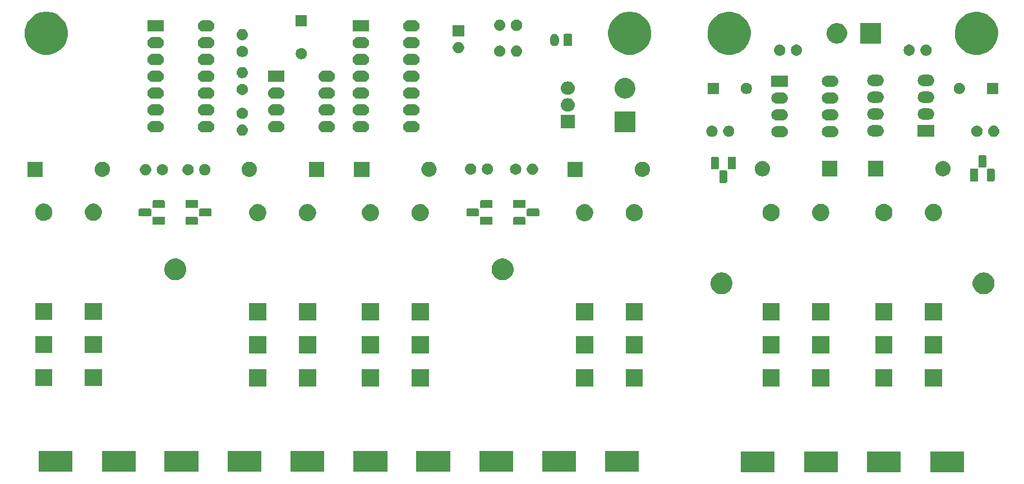
<source format=gbr>
%TF.GenerationSoftware,KiCad,Pcbnew,5.0.2-bee76a0~70~ubuntu16.04.1*%
%TF.CreationDate,2018-12-19T01:31:24+02:00*%
%TF.ProjectId,isolation-transformer,69736f6c-6174-4696-9f6e-2d7472616e73,rev?*%
%TF.SameCoordinates,Original*%
%TF.FileFunction,Soldermask,Bot*%
%TF.FilePolarity,Negative*%
%FSLAX46Y46*%
G04 Gerber Fmt 4.6, Leading zero omitted, Abs format (unit mm)*
G04 Created by KiCad (PCBNEW 5.0.2-bee76a0~70~ubuntu16.04.1) date Wed 19 Dec 2018 01:31:24 AM EET*
%MOMM*%
%LPD*%
G01*
G04 APERTURE LIST*
%ADD10C,0.100000*%
G04 APERTURE END LIST*
D10*
G36*
X165063000Y-111134600D02*
X159961000Y-111134600D01*
X159961000Y-108032600D01*
X165063000Y-108032600D01*
X165063000Y-111134600D01*
X165063000Y-111134600D01*
G37*
G36*
X155543000Y-111134600D02*
X150441000Y-111134600D01*
X150441000Y-108032600D01*
X155543000Y-108032600D01*
X155543000Y-111134600D01*
X155543000Y-111134600D01*
G37*
G36*
X136493000Y-111134600D02*
X131391000Y-111134600D01*
X131391000Y-108032600D01*
X136493000Y-108032600D01*
X136493000Y-111134600D01*
X136493000Y-111134600D01*
G37*
G36*
X146013000Y-111134600D02*
X140911000Y-111134600D01*
X140911000Y-108032600D01*
X146013000Y-108032600D01*
X146013000Y-111134600D01*
X146013000Y-111134600D01*
G37*
G36*
X30491000Y-111075800D02*
X25389000Y-111075800D01*
X25389000Y-107973800D01*
X30491000Y-107973800D01*
X30491000Y-111075800D01*
X30491000Y-111075800D01*
G37*
G36*
X78009400Y-111075800D02*
X72907400Y-111075800D01*
X72907400Y-107973800D01*
X78009400Y-107973800D01*
X78009400Y-111075800D01*
X78009400Y-111075800D01*
G37*
G36*
X68489400Y-111075800D02*
X63387400Y-111075800D01*
X63387400Y-107973800D01*
X68489400Y-107973800D01*
X68489400Y-111075800D01*
X68489400Y-111075800D01*
G37*
G36*
X40011000Y-111075800D02*
X34909000Y-111075800D01*
X34909000Y-107973800D01*
X40011000Y-107973800D01*
X40011000Y-111075800D01*
X40011000Y-111075800D01*
G37*
G36*
X106487800Y-111075800D02*
X101385800Y-111075800D01*
X101385800Y-107973800D01*
X106487800Y-107973800D01*
X106487800Y-111075800D01*
X106487800Y-111075800D01*
G37*
G36*
X97008600Y-111075800D02*
X91906600Y-111075800D01*
X91906600Y-107973800D01*
X97008600Y-107973800D01*
X97008600Y-111075800D01*
X97008600Y-111075800D01*
G37*
G36*
X87488600Y-111075800D02*
X82386600Y-111075800D01*
X82386600Y-107973800D01*
X87488600Y-107973800D01*
X87488600Y-111075800D01*
X87488600Y-111075800D01*
G37*
G36*
X49490200Y-111075800D02*
X44388200Y-111075800D01*
X44388200Y-107973800D01*
X49490200Y-107973800D01*
X49490200Y-111075800D01*
X49490200Y-111075800D01*
G37*
G36*
X59010200Y-111075800D02*
X53908200Y-111075800D01*
X53908200Y-107973800D01*
X59010200Y-107973800D01*
X59010200Y-111075800D01*
X59010200Y-111075800D01*
G37*
G36*
X116007800Y-111075800D02*
X110905800Y-111075800D01*
X110905800Y-107973800D01*
X116007800Y-107973800D01*
X116007800Y-111075800D01*
X116007800Y-111075800D01*
G37*
G36*
X59758500Y-98213600D02*
X57156500Y-98213600D01*
X57156500Y-95611600D01*
X59758500Y-95611600D01*
X59758500Y-98213600D01*
X59758500Y-98213600D01*
G37*
G36*
X67258500Y-98213600D02*
X64656500Y-98213600D01*
X64656500Y-95611600D01*
X67258500Y-95611600D01*
X67258500Y-98213600D01*
X67258500Y-98213600D01*
G37*
G36*
X84276500Y-98213600D02*
X81674500Y-98213600D01*
X81674500Y-95611600D01*
X84276500Y-95611600D01*
X84276500Y-98213600D01*
X84276500Y-98213600D01*
G37*
G36*
X116598000Y-98213600D02*
X113996000Y-98213600D01*
X113996000Y-95611600D01*
X116598000Y-95611600D01*
X116598000Y-98213600D01*
X116598000Y-98213600D01*
G37*
G36*
X109098000Y-98213600D02*
X106496000Y-98213600D01*
X106496000Y-95611600D01*
X109098000Y-95611600D01*
X109098000Y-98213600D01*
X109098000Y-98213600D01*
G37*
G36*
X76776500Y-98213600D02*
X74174500Y-98213600D01*
X74174500Y-95611600D01*
X76776500Y-95611600D01*
X76776500Y-98213600D01*
X76776500Y-98213600D01*
G37*
G36*
X161786000Y-98184600D02*
X159184000Y-98184600D01*
X159184000Y-95582600D01*
X161786000Y-95582600D01*
X161786000Y-98184600D01*
X161786000Y-98184600D01*
G37*
G36*
X154286000Y-98184600D02*
X151684000Y-98184600D01*
X151684000Y-95582600D01*
X154286000Y-95582600D01*
X154286000Y-98184600D01*
X154286000Y-98184600D01*
G37*
G36*
X144768000Y-98184600D02*
X142166000Y-98184600D01*
X142166000Y-95582600D01*
X144768000Y-95582600D01*
X144768000Y-98184600D01*
X144768000Y-98184600D01*
G37*
G36*
X137268000Y-98184600D02*
X134666000Y-98184600D01*
X134666000Y-95582600D01*
X137268000Y-95582600D01*
X137268000Y-98184600D01*
X137268000Y-98184600D01*
G37*
G36*
X34937000Y-98150100D02*
X32335000Y-98150100D01*
X32335000Y-95548100D01*
X34937000Y-95548100D01*
X34937000Y-98150100D01*
X34937000Y-98150100D01*
G37*
G36*
X27437000Y-98150100D02*
X24835000Y-98150100D01*
X24835000Y-95548100D01*
X27437000Y-95548100D01*
X27437000Y-98150100D01*
X27437000Y-98150100D01*
G37*
G36*
X84276500Y-93213600D02*
X81674500Y-93213600D01*
X81674500Y-90611600D01*
X84276500Y-90611600D01*
X84276500Y-93213600D01*
X84276500Y-93213600D01*
G37*
G36*
X76776500Y-93213600D02*
X74174500Y-93213600D01*
X74174500Y-90611600D01*
X76776500Y-90611600D01*
X76776500Y-93213600D01*
X76776500Y-93213600D01*
G37*
G36*
X109098000Y-93213600D02*
X106496000Y-93213600D01*
X106496000Y-90611600D01*
X109098000Y-90611600D01*
X109098000Y-93213600D01*
X109098000Y-93213600D01*
G37*
G36*
X67258500Y-93213600D02*
X64656500Y-93213600D01*
X64656500Y-90611600D01*
X67258500Y-90611600D01*
X67258500Y-93213600D01*
X67258500Y-93213600D01*
G37*
G36*
X59758500Y-93213600D02*
X57156500Y-93213600D01*
X57156500Y-90611600D01*
X59758500Y-90611600D01*
X59758500Y-93213600D01*
X59758500Y-93213600D01*
G37*
G36*
X116598000Y-93213600D02*
X113996000Y-93213600D01*
X113996000Y-90611600D01*
X116598000Y-90611600D01*
X116598000Y-93213600D01*
X116598000Y-93213600D01*
G37*
G36*
X154286000Y-93184600D02*
X151684000Y-93184600D01*
X151684000Y-90582600D01*
X154286000Y-90582600D01*
X154286000Y-93184600D01*
X154286000Y-93184600D01*
G37*
G36*
X161786000Y-93184600D02*
X159184000Y-93184600D01*
X159184000Y-90582600D01*
X161786000Y-90582600D01*
X161786000Y-93184600D01*
X161786000Y-93184600D01*
G37*
G36*
X144768000Y-93184600D02*
X142166000Y-93184600D01*
X142166000Y-90582600D01*
X144768000Y-90582600D01*
X144768000Y-93184600D01*
X144768000Y-93184600D01*
G37*
G36*
X137268000Y-93184600D02*
X134666000Y-93184600D01*
X134666000Y-90582600D01*
X137268000Y-90582600D01*
X137268000Y-93184600D01*
X137268000Y-93184600D01*
G37*
G36*
X34937000Y-93150100D02*
X32335000Y-93150100D01*
X32335000Y-90548100D01*
X34937000Y-90548100D01*
X34937000Y-93150100D01*
X34937000Y-93150100D01*
G37*
G36*
X27437000Y-93150100D02*
X24835000Y-93150100D01*
X24835000Y-90548100D01*
X27437000Y-90548100D01*
X27437000Y-93150100D01*
X27437000Y-93150100D01*
G37*
G36*
X116598000Y-88213600D02*
X113996000Y-88213600D01*
X113996000Y-85611600D01*
X116598000Y-85611600D01*
X116598000Y-88213600D01*
X116598000Y-88213600D01*
G37*
G36*
X76776500Y-88213600D02*
X74174500Y-88213600D01*
X74174500Y-85611600D01*
X76776500Y-85611600D01*
X76776500Y-88213600D01*
X76776500Y-88213600D01*
G37*
G36*
X84276500Y-88213600D02*
X81674500Y-88213600D01*
X81674500Y-85611600D01*
X84276500Y-85611600D01*
X84276500Y-88213600D01*
X84276500Y-88213600D01*
G37*
G36*
X109098000Y-88213600D02*
X106496000Y-88213600D01*
X106496000Y-85611600D01*
X109098000Y-85611600D01*
X109098000Y-88213600D01*
X109098000Y-88213600D01*
G37*
G36*
X67258500Y-88213600D02*
X64656500Y-88213600D01*
X64656500Y-85611600D01*
X67258500Y-85611600D01*
X67258500Y-88213600D01*
X67258500Y-88213600D01*
G37*
G36*
X59758500Y-88213600D02*
X57156500Y-88213600D01*
X57156500Y-85611600D01*
X59758500Y-85611600D01*
X59758500Y-88213600D01*
X59758500Y-88213600D01*
G37*
G36*
X161786000Y-88184600D02*
X159184000Y-88184600D01*
X159184000Y-85582600D01*
X161786000Y-85582600D01*
X161786000Y-88184600D01*
X161786000Y-88184600D01*
G37*
G36*
X154286000Y-88184600D02*
X151684000Y-88184600D01*
X151684000Y-85582600D01*
X154286000Y-85582600D01*
X154286000Y-88184600D01*
X154286000Y-88184600D01*
G37*
G36*
X144768000Y-88184600D02*
X142166000Y-88184600D01*
X142166000Y-85582600D01*
X144768000Y-85582600D01*
X144768000Y-88184600D01*
X144768000Y-88184600D01*
G37*
G36*
X137268000Y-88184600D02*
X134666000Y-88184600D01*
X134666000Y-85582600D01*
X137268000Y-85582600D01*
X137268000Y-88184600D01*
X137268000Y-88184600D01*
G37*
G36*
X34937000Y-88150100D02*
X32335000Y-88150100D01*
X32335000Y-85548100D01*
X34937000Y-85548100D01*
X34937000Y-88150100D01*
X34937000Y-88150100D01*
G37*
G36*
X27437000Y-88150100D02*
X24835000Y-88150100D01*
X24835000Y-85548100D01*
X27437000Y-85548100D01*
X27437000Y-88150100D01*
X27437000Y-88150100D01*
G37*
G36*
X128771495Y-80970538D02*
X128962579Y-81008547D01*
X129263042Y-81133003D01*
X129529852Y-81311280D01*
X129533454Y-81313687D01*
X129763413Y-81543646D01*
X129763415Y-81543649D01*
X129944097Y-81814058D01*
X130052810Y-82076513D01*
X130068553Y-82114522D01*
X130132000Y-82433489D01*
X130132000Y-82758711D01*
X130068553Y-83077678D01*
X129944098Y-83378140D01*
X129763413Y-83648554D01*
X129533454Y-83878513D01*
X129533451Y-83878515D01*
X129263042Y-84059197D01*
X128962579Y-84183653D01*
X128856256Y-84204802D01*
X128643611Y-84247100D01*
X128318389Y-84247100D01*
X128105744Y-84204802D01*
X127999421Y-84183653D01*
X127698958Y-84059197D01*
X127428549Y-83878515D01*
X127428546Y-83878513D01*
X127198587Y-83648554D01*
X127017902Y-83378140D01*
X126893447Y-83077678D01*
X126830000Y-82758711D01*
X126830000Y-82433489D01*
X126893447Y-82114522D01*
X126909191Y-82076513D01*
X127017903Y-81814058D01*
X127198585Y-81543649D01*
X127198587Y-81543646D01*
X127428546Y-81313687D01*
X127432148Y-81311280D01*
X127698958Y-81133003D01*
X127999421Y-81008547D01*
X128190505Y-80970538D01*
X128318389Y-80945100D01*
X128643611Y-80945100D01*
X128771495Y-80970538D01*
X128771495Y-80970538D01*
G37*
G36*
X168331995Y-80970538D02*
X168523079Y-81008547D01*
X168823542Y-81133003D01*
X169090352Y-81311280D01*
X169093954Y-81313687D01*
X169323913Y-81543646D01*
X169323915Y-81543649D01*
X169504597Y-81814058D01*
X169613310Y-82076513D01*
X169629053Y-82114522D01*
X169692500Y-82433489D01*
X169692500Y-82758711D01*
X169629053Y-83077678D01*
X169504598Y-83378140D01*
X169323913Y-83648554D01*
X169093954Y-83878513D01*
X169093951Y-83878515D01*
X168823542Y-84059197D01*
X168523079Y-84183653D01*
X168416756Y-84204802D01*
X168204111Y-84247100D01*
X167878889Y-84247100D01*
X167666244Y-84204802D01*
X167559921Y-84183653D01*
X167259458Y-84059197D01*
X166989049Y-83878515D01*
X166989046Y-83878513D01*
X166759087Y-83648554D01*
X166578402Y-83378140D01*
X166453947Y-83077678D01*
X166390500Y-82758711D01*
X166390500Y-82433489D01*
X166453947Y-82114522D01*
X166469691Y-82076513D01*
X166578403Y-81814058D01*
X166759085Y-81543649D01*
X166759087Y-81543646D01*
X166989046Y-81313687D01*
X166992648Y-81311280D01*
X167259458Y-81133003D01*
X167559921Y-81008547D01*
X167751005Y-80970538D01*
X167878889Y-80945100D01*
X168204111Y-80945100D01*
X168331995Y-80970538D01*
X168331995Y-80970538D01*
G37*
G36*
X95796756Y-78880258D02*
X95903079Y-78901407D01*
X96203542Y-79025863D01*
X96470352Y-79204140D01*
X96473954Y-79206547D01*
X96703913Y-79436506D01*
X96703915Y-79436509D01*
X96884597Y-79706918D01*
X97009053Y-80007381D01*
X97072500Y-80326351D01*
X97072500Y-80651569D01*
X97009053Y-80970539D01*
X96884597Y-81271002D01*
X96706320Y-81537812D01*
X96703913Y-81541414D01*
X96473954Y-81771373D01*
X96473951Y-81771375D01*
X96203542Y-81952057D01*
X95903079Y-82076513D01*
X95796756Y-82097662D01*
X95584111Y-82139960D01*
X95258889Y-82139960D01*
X95046244Y-82097662D01*
X94939921Y-82076513D01*
X94639458Y-81952057D01*
X94369049Y-81771375D01*
X94369046Y-81771373D01*
X94139087Y-81541414D01*
X94136680Y-81537812D01*
X93958403Y-81271002D01*
X93833947Y-80970539D01*
X93770500Y-80651569D01*
X93770500Y-80326351D01*
X93833947Y-80007381D01*
X93958403Y-79706918D01*
X94139085Y-79436509D01*
X94139087Y-79436506D01*
X94369046Y-79206547D01*
X94372648Y-79204140D01*
X94639458Y-79025863D01*
X94939921Y-78901407D01*
X95046244Y-78880258D01*
X95258889Y-78837960D01*
X95584111Y-78837960D01*
X95796756Y-78880258D01*
X95796756Y-78880258D01*
G37*
G36*
X46393756Y-78880258D02*
X46500079Y-78901407D01*
X46800542Y-79025863D01*
X47067352Y-79204140D01*
X47070954Y-79206547D01*
X47300913Y-79436506D01*
X47300915Y-79436509D01*
X47481597Y-79706918D01*
X47606053Y-80007381D01*
X47669500Y-80326351D01*
X47669500Y-80651569D01*
X47606053Y-80970539D01*
X47481597Y-81271002D01*
X47303320Y-81537812D01*
X47300913Y-81541414D01*
X47070954Y-81771373D01*
X47070951Y-81771375D01*
X46800542Y-81952057D01*
X46500079Y-82076513D01*
X46393756Y-82097662D01*
X46181111Y-82139960D01*
X45855889Y-82139960D01*
X45643244Y-82097662D01*
X45536921Y-82076513D01*
X45236458Y-81952057D01*
X44966049Y-81771375D01*
X44966046Y-81771373D01*
X44736087Y-81541414D01*
X44733680Y-81537812D01*
X44555403Y-81271002D01*
X44430947Y-80970539D01*
X44367500Y-80651569D01*
X44367500Y-80326351D01*
X44430947Y-80007381D01*
X44555403Y-79706918D01*
X44736085Y-79436509D01*
X44736087Y-79436506D01*
X44966046Y-79206547D01*
X44969648Y-79204140D01*
X45236458Y-79025863D01*
X45536921Y-78901407D01*
X45643244Y-78880258D01*
X45855889Y-78837960D01*
X46181111Y-78837960D01*
X46393756Y-78880258D01*
X46393756Y-78880258D01*
G37*
G36*
X98701815Y-72567766D02*
X98746345Y-72581275D01*
X98787391Y-72603214D01*
X98823364Y-72632736D01*
X98852886Y-72668709D01*
X98874825Y-72709755D01*
X98888334Y-72754285D01*
X98893500Y-72806740D01*
X98893500Y-73520460D01*
X98888334Y-73572915D01*
X98874825Y-73617445D01*
X98852886Y-73658491D01*
X98823364Y-73694464D01*
X98787391Y-73723986D01*
X98746345Y-73745925D01*
X98701815Y-73759434D01*
X98649360Y-73764600D01*
X97235640Y-73764600D01*
X97183185Y-73759434D01*
X97138655Y-73745925D01*
X97097609Y-73723986D01*
X97061636Y-73694464D01*
X97032114Y-73658491D01*
X97010175Y-73617445D01*
X96996666Y-73572915D01*
X96991500Y-73520460D01*
X96991500Y-72806740D01*
X96996666Y-72754285D01*
X97010175Y-72709755D01*
X97032114Y-72668709D01*
X97061636Y-72632736D01*
X97097609Y-72603214D01*
X97138655Y-72581275D01*
X97183185Y-72567766D01*
X97235640Y-72562600D01*
X98649360Y-72562600D01*
X98701815Y-72567766D01*
X98701815Y-72567766D01*
G37*
G36*
X93915000Y-73764600D02*
X92013000Y-73764600D01*
X92013000Y-72562600D01*
X93915000Y-72562600D01*
X93915000Y-73764600D01*
X93915000Y-73764600D01*
G37*
G36*
X49235315Y-72567766D02*
X49279845Y-72581275D01*
X49320891Y-72603214D01*
X49356864Y-72632736D01*
X49386386Y-72668709D01*
X49408325Y-72709755D01*
X49421834Y-72754285D01*
X49427000Y-72806740D01*
X49427000Y-73520460D01*
X49421834Y-73572915D01*
X49408325Y-73617445D01*
X49386386Y-73658491D01*
X49356864Y-73694464D01*
X49320891Y-73723986D01*
X49279845Y-73745925D01*
X49235315Y-73759434D01*
X49182860Y-73764600D01*
X47769140Y-73764600D01*
X47716685Y-73759434D01*
X47672155Y-73745925D01*
X47631109Y-73723986D01*
X47595136Y-73694464D01*
X47565614Y-73658491D01*
X47543675Y-73617445D01*
X47530166Y-73572915D01*
X47525000Y-73520460D01*
X47525000Y-72806740D01*
X47530166Y-72754285D01*
X47543675Y-72709755D01*
X47565614Y-72668709D01*
X47595136Y-72632736D01*
X47631109Y-72603214D01*
X47672155Y-72581275D01*
X47716685Y-72567766D01*
X47769140Y-72562600D01*
X49182860Y-72562600D01*
X49235315Y-72567766D01*
X49235315Y-72567766D01*
G37*
G36*
X44448500Y-73764600D02*
X42546500Y-73764600D01*
X42546500Y-72562600D01*
X44448500Y-72562600D01*
X44448500Y-73764600D01*
X44448500Y-73764600D01*
G37*
G36*
X115676485Y-70661596D02*
X115676487Y-70661597D01*
X115676488Y-70661597D01*
X115759952Y-70696169D01*
X115913255Y-70759669D01*
X116126342Y-70902049D01*
X116307551Y-71083258D01*
X116307553Y-71083261D01*
X116449931Y-71296345D01*
X116509335Y-71439758D01*
X116548004Y-71533115D01*
X116598000Y-71784461D01*
X116598000Y-72040739D01*
X116553772Y-72263088D01*
X116548003Y-72292088D01*
X116466260Y-72489434D01*
X116449931Y-72528855D01*
X116307551Y-72741942D01*
X116126342Y-72923151D01*
X116126339Y-72923153D01*
X115913255Y-73065531D01*
X115676488Y-73163603D01*
X115676487Y-73163603D01*
X115676485Y-73163604D01*
X115425139Y-73213600D01*
X115168861Y-73213600D01*
X114917515Y-73163604D01*
X114917513Y-73163603D01*
X114917512Y-73163603D01*
X114680745Y-73065531D01*
X114467661Y-72923153D01*
X114467658Y-72923151D01*
X114286449Y-72741942D01*
X114144069Y-72528855D01*
X114127740Y-72489434D01*
X114045997Y-72292088D01*
X114040229Y-72263088D01*
X113996000Y-72040739D01*
X113996000Y-71784461D01*
X114045996Y-71533115D01*
X114084666Y-71439758D01*
X114144069Y-71296345D01*
X114286447Y-71083261D01*
X114286449Y-71083258D01*
X114467658Y-70902049D01*
X114680745Y-70759669D01*
X114834048Y-70696169D01*
X114917512Y-70661597D01*
X114917513Y-70661597D01*
X114917515Y-70661596D01*
X115168861Y-70611600D01*
X115425139Y-70611600D01*
X115676485Y-70661596D01*
X115676485Y-70661596D01*
G37*
G36*
X108176485Y-70661596D02*
X108176487Y-70661597D01*
X108176488Y-70661597D01*
X108259952Y-70696169D01*
X108413255Y-70759669D01*
X108626342Y-70902049D01*
X108807551Y-71083258D01*
X108807553Y-71083261D01*
X108949931Y-71296345D01*
X109009335Y-71439758D01*
X109048004Y-71533115D01*
X109098000Y-71784461D01*
X109098000Y-72040739D01*
X109053772Y-72263088D01*
X109048003Y-72292088D01*
X108966260Y-72489434D01*
X108949931Y-72528855D01*
X108807551Y-72741942D01*
X108626342Y-72923151D01*
X108626339Y-72923153D01*
X108413255Y-73065531D01*
X108176488Y-73163603D01*
X108176487Y-73163603D01*
X108176485Y-73163604D01*
X107925139Y-73213600D01*
X107668861Y-73213600D01*
X107417515Y-73163604D01*
X107417513Y-73163603D01*
X107417512Y-73163603D01*
X107180745Y-73065531D01*
X106967661Y-72923153D01*
X106967658Y-72923151D01*
X106786449Y-72741942D01*
X106644069Y-72528855D01*
X106627740Y-72489434D01*
X106545997Y-72292088D01*
X106540229Y-72263088D01*
X106496000Y-72040739D01*
X106496000Y-71784461D01*
X106545996Y-71533115D01*
X106584666Y-71439758D01*
X106644069Y-71296345D01*
X106786447Y-71083261D01*
X106786449Y-71083258D01*
X106967658Y-70902049D01*
X107180745Y-70759669D01*
X107334048Y-70696169D01*
X107417512Y-70661597D01*
X107417513Y-70661597D01*
X107417515Y-70661596D01*
X107668861Y-70611600D01*
X107925139Y-70611600D01*
X108176485Y-70661596D01*
X108176485Y-70661596D01*
G37*
G36*
X75854985Y-70661596D02*
X75854987Y-70661597D01*
X75854988Y-70661597D01*
X75938452Y-70696169D01*
X76091755Y-70759669D01*
X76304842Y-70902049D01*
X76486051Y-71083258D01*
X76486053Y-71083261D01*
X76628431Y-71296345D01*
X76687835Y-71439758D01*
X76726504Y-71533115D01*
X76776500Y-71784461D01*
X76776500Y-72040739D01*
X76732272Y-72263088D01*
X76726503Y-72292088D01*
X76644760Y-72489434D01*
X76628431Y-72528855D01*
X76486051Y-72741942D01*
X76304842Y-72923151D01*
X76304839Y-72923153D01*
X76091755Y-73065531D01*
X75854988Y-73163603D01*
X75854987Y-73163603D01*
X75854985Y-73163604D01*
X75603639Y-73213600D01*
X75347361Y-73213600D01*
X75096015Y-73163604D01*
X75096013Y-73163603D01*
X75096012Y-73163603D01*
X74859245Y-73065531D01*
X74646161Y-72923153D01*
X74646158Y-72923151D01*
X74464949Y-72741942D01*
X74322569Y-72528855D01*
X74306240Y-72489434D01*
X74224497Y-72292088D01*
X74218729Y-72263088D01*
X74174500Y-72040739D01*
X74174500Y-71784461D01*
X74224496Y-71533115D01*
X74263166Y-71439758D01*
X74322569Y-71296345D01*
X74464947Y-71083261D01*
X74464949Y-71083258D01*
X74646158Y-70902049D01*
X74859245Y-70759669D01*
X75012548Y-70696169D01*
X75096012Y-70661597D01*
X75096013Y-70661597D01*
X75096015Y-70661596D01*
X75347361Y-70611600D01*
X75603639Y-70611600D01*
X75854985Y-70661596D01*
X75854985Y-70661596D01*
G37*
G36*
X83354985Y-70661596D02*
X83354987Y-70661597D01*
X83354988Y-70661597D01*
X83438452Y-70696169D01*
X83591755Y-70759669D01*
X83804842Y-70902049D01*
X83986051Y-71083258D01*
X83986053Y-71083261D01*
X84128431Y-71296345D01*
X84187835Y-71439758D01*
X84226504Y-71533115D01*
X84276500Y-71784461D01*
X84276500Y-72040739D01*
X84232272Y-72263088D01*
X84226503Y-72292088D01*
X84144760Y-72489434D01*
X84128431Y-72528855D01*
X83986051Y-72741942D01*
X83804842Y-72923151D01*
X83804839Y-72923153D01*
X83591755Y-73065531D01*
X83354988Y-73163603D01*
X83354987Y-73163603D01*
X83354985Y-73163604D01*
X83103639Y-73213600D01*
X82847361Y-73213600D01*
X82596015Y-73163604D01*
X82596013Y-73163603D01*
X82596012Y-73163603D01*
X82359245Y-73065531D01*
X82146161Y-72923153D01*
X82146158Y-72923151D01*
X81964949Y-72741942D01*
X81822569Y-72528855D01*
X81806240Y-72489434D01*
X81724497Y-72292088D01*
X81718729Y-72263088D01*
X81674500Y-72040739D01*
X81674500Y-71784461D01*
X81724496Y-71533115D01*
X81763166Y-71439758D01*
X81822569Y-71296345D01*
X81964947Y-71083261D01*
X81964949Y-71083258D01*
X82146158Y-70902049D01*
X82359245Y-70759669D01*
X82512548Y-70696169D01*
X82596012Y-70661597D01*
X82596013Y-70661597D01*
X82596015Y-70661596D01*
X82847361Y-70611600D01*
X83103639Y-70611600D01*
X83354985Y-70661596D01*
X83354985Y-70661596D01*
G37*
G36*
X58836985Y-70661596D02*
X58836987Y-70661597D01*
X58836988Y-70661597D01*
X58920452Y-70696169D01*
X59073755Y-70759669D01*
X59286842Y-70902049D01*
X59468051Y-71083258D01*
X59468053Y-71083261D01*
X59610431Y-71296345D01*
X59669835Y-71439758D01*
X59708504Y-71533115D01*
X59758500Y-71784461D01*
X59758500Y-72040739D01*
X59714272Y-72263088D01*
X59708503Y-72292088D01*
X59626760Y-72489434D01*
X59610431Y-72528855D01*
X59468051Y-72741942D01*
X59286842Y-72923151D01*
X59286839Y-72923153D01*
X59073755Y-73065531D01*
X58836988Y-73163603D01*
X58836987Y-73163603D01*
X58836985Y-73163604D01*
X58585639Y-73213600D01*
X58329361Y-73213600D01*
X58078015Y-73163604D01*
X58078013Y-73163603D01*
X58078012Y-73163603D01*
X57841245Y-73065531D01*
X57628161Y-72923153D01*
X57628158Y-72923151D01*
X57446949Y-72741942D01*
X57304569Y-72528855D01*
X57288240Y-72489434D01*
X57206497Y-72292088D01*
X57200729Y-72263088D01*
X57156500Y-72040739D01*
X57156500Y-71784461D01*
X57206496Y-71533115D01*
X57245166Y-71439758D01*
X57304569Y-71296345D01*
X57446947Y-71083261D01*
X57446949Y-71083258D01*
X57628158Y-70902049D01*
X57841245Y-70759669D01*
X57994548Y-70696169D01*
X58078012Y-70661597D01*
X58078013Y-70661597D01*
X58078015Y-70661596D01*
X58329361Y-70611600D01*
X58585639Y-70611600D01*
X58836985Y-70661596D01*
X58836985Y-70661596D01*
G37*
G36*
X66336985Y-70661596D02*
X66336987Y-70661597D01*
X66336988Y-70661597D01*
X66420452Y-70696169D01*
X66573755Y-70759669D01*
X66786842Y-70902049D01*
X66968051Y-71083258D01*
X66968053Y-71083261D01*
X67110431Y-71296345D01*
X67169835Y-71439758D01*
X67208504Y-71533115D01*
X67258500Y-71784461D01*
X67258500Y-72040739D01*
X67214272Y-72263088D01*
X67208503Y-72292088D01*
X67126760Y-72489434D01*
X67110431Y-72528855D01*
X66968051Y-72741942D01*
X66786842Y-72923151D01*
X66786839Y-72923153D01*
X66573755Y-73065531D01*
X66336988Y-73163603D01*
X66336987Y-73163603D01*
X66336985Y-73163604D01*
X66085639Y-73213600D01*
X65829361Y-73213600D01*
X65578015Y-73163604D01*
X65578013Y-73163603D01*
X65578012Y-73163603D01*
X65341245Y-73065531D01*
X65128161Y-72923153D01*
X65128158Y-72923151D01*
X64946949Y-72741942D01*
X64804569Y-72528855D01*
X64788240Y-72489434D01*
X64706497Y-72292088D01*
X64700729Y-72263088D01*
X64656500Y-72040739D01*
X64656500Y-71784461D01*
X64706496Y-71533115D01*
X64745166Y-71439758D01*
X64804569Y-71296345D01*
X64946947Y-71083261D01*
X64946949Y-71083258D01*
X65128158Y-70902049D01*
X65341245Y-70759669D01*
X65494548Y-70696169D01*
X65578012Y-70661597D01*
X65578013Y-70661597D01*
X65578015Y-70661596D01*
X65829361Y-70611600D01*
X66085639Y-70611600D01*
X66336985Y-70661596D01*
X66336985Y-70661596D01*
G37*
G36*
X160864485Y-70632596D02*
X160864487Y-70632597D01*
X160864488Y-70632597D01*
X161101255Y-70730669D01*
X161314342Y-70873049D01*
X161495551Y-71054258D01*
X161495553Y-71054261D01*
X161637931Y-71267345D01*
X161721713Y-71469612D01*
X161736004Y-71504115D01*
X161786000Y-71755461D01*
X161786000Y-72011739D01*
X161738065Y-72252725D01*
X161736003Y-72263088D01*
X161652221Y-72465355D01*
X161637931Y-72499855D01*
X161495551Y-72712942D01*
X161314342Y-72894151D01*
X161314339Y-72894153D01*
X161101255Y-73036531D01*
X160864488Y-73134603D01*
X160864487Y-73134603D01*
X160864485Y-73134604D01*
X160613139Y-73184600D01*
X160356861Y-73184600D01*
X160105515Y-73134604D01*
X160105513Y-73134603D01*
X160105512Y-73134603D01*
X159868745Y-73036531D01*
X159655661Y-72894153D01*
X159655658Y-72894151D01*
X159474449Y-72712942D01*
X159332069Y-72499855D01*
X159317779Y-72465355D01*
X159233997Y-72263088D01*
X159231936Y-72252725D01*
X159184000Y-72011739D01*
X159184000Y-71755461D01*
X159233996Y-71504115D01*
X159248288Y-71469612D01*
X159332069Y-71267345D01*
X159474447Y-71054261D01*
X159474449Y-71054258D01*
X159655658Y-70873049D01*
X159868745Y-70730669D01*
X160105512Y-70632597D01*
X160105513Y-70632597D01*
X160105515Y-70632596D01*
X160356861Y-70582600D01*
X160613139Y-70582600D01*
X160864485Y-70632596D01*
X160864485Y-70632596D01*
G37*
G36*
X136346485Y-70632596D02*
X136346487Y-70632597D01*
X136346488Y-70632597D01*
X136583255Y-70730669D01*
X136796342Y-70873049D01*
X136977551Y-71054258D01*
X136977553Y-71054261D01*
X137119931Y-71267345D01*
X137203713Y-71469612D01*
X137218004Y-71504115D01*
X137268000Y-71755461D01*
X137268000Y-72011739D01*
X137220065Y-72252725D01*
X137218003Y-72263088D01*
X137134221Y-72465355D01*
X137119931Y-72499855D01*
X136977551Y-72712942D01*
X136796342Y-72894151D01*
X136796339Y-72894153D01*
X136583255Y-73036531D01*
X136346488Y-73134603D01*
X136346487Y-73134603D01*
X136346485Y-73134604D01*
X136095139Y-73184600D01*
X135838861Y-73184600D01*
X135587515Y-73134604D01*
X135587513Y-73134603D01*
X135587512Y-73134603D01*
X135350745Y-73036531D01*
X135137661Y-72894153D01*
X135137658Y-72894151D01*
X134956449Y-72712942D01*
X134814069Y-72499855D01*
X134799779Y-72465355D01*
X134715997Y-72263088D01*
X134713936Y-72252725D01*
X134666000Y-72011739D01*
X134666000Y-71755461D01*
X134715996Y-71504115D01*
X134730288Y-71469612D01*
X134814069Y-71267345D01*
X134956447Y-71054261D01*
X134956449Y-71054258D01*
X135137658Y-70873049D01*
X135350745Y-70730669D01*
X135587512Y-70632597D01*
X135587513Y-70632597D01*
X135587515Y-70632596D01*
X135838861Y-70582600D01*
X136095139Y-70582600D01*
X136346485Y-70632596D01*
X136346485Y-70632596D01*
G37*
G36*
X143846485Y-70632596D02*
X143846487Y-70632597D01*
X143846488Y-70632597D01*
X144083255Y-70730669D01*
X144296342Y-70873049D01*
X144477551Y-71054258D01*
X144477553Y-71054261D01*
X144619931Y-71267345D01*
X144703713Y-71469612D01*
X144718004Y-71504115D01*
X144768000Y-71755461D01*
X144768000Y-72011739D01*
X144720065Y-72252725D01*
X144718003Y-72263088D01*
X144634221Y-72465355D01*
X144619931Y-72499855D01*
X144477551Y-72712942D01*
X144296342Y-72894151D01*
X144296339Y-72894153D01*
X144083255Y-73036531D01*
X143846488Y-73134603D01*
X143846487Y-73134603D01*
X143846485Y-73134604D01*
X143595139Y-73184600D01*
X143338861Y-73184600D01*
X143087515Y-73134604D01*
X143087513Y-73134603D01*
X143087512Y-73134603D01*
X142850745Y-73036531D01*
X142637661Y-72894153D01*
X142637658Y-72894151D01*
X142456449Y-72712942D01*
X142314069Y-72499855D01*
X142299779Y-72465355D01*
X142215997Y-72263088D01*
X142213936Y-72252725D01*
X142166000Y-72011739D01*
X142166000Y-71755461D01*
X142215996Y-71504115D01*
X142230288Y-71469612D01*
X142314069Y-71267345D01*
X142456447Y-71054261D01*
X142456449Y-71054258D01*
X142637658Y-70873049D01*
X142850745Y-70730669D01*
X143087512Y-70632597D01*
X143087513Y-70632597D01*
X143087515Y-70632596D01*
X143338861Y-70582600D01*
X143595139Y-70582600D01*
X143846485Y-70632596D01*
X143846485Y-70632596D01*
G37*
G36*
X153364485Y-70632596D02*
X153364487Y-70632597D01*
X153364488Y-70632597D01*
X153601255Y-70730669D01*
X153814342Y-70873049D01*
X153995551Y-71054258D01*
X153995553Y-71054261D01*
X154137931Y-71267345D01*
X154221713Y-71469612D01*
X154236004Y-71504115D01*
X154286000Y-71755461D01*
X154286000Y-72011739D01*
X154238065Y-72252725D01*
X154236003Y-72263088D01*
X154152221Y-72465355D01*
X154137931Y-72499855D01*
X153995551Y-72712942D01*
X153814342Y-72894151D01*
X153814339Y-72894153D01*
X153601255Y-73036531D01*
X153364488Y-73134603D01*
X153364487Y-73134603D01*
X153364485Y-73134604D01*
X153113139Y-73184600D01*
X152856861Y-73184600D01*
X152605515Y-73134604D01*
X152605513Y-73134603D01*
X152605512Y-73134603D01*
X152368745Y-73036531D01*
X152155661Y-72894153D01*
X152155658Y-72894151D01*
X151974449Y-72712942D01*
X151832069Y-72499855D01*
X151817779Y-72465355D01*
X151733997Y-72263088D01*
X151731936Y-72252725D01*
X151684000Y-72011739D01*
X151684000Y-71755461D01*
X151733996Y-71504115D01*
X151748288Y-71469612D01*
X151832069Y-71267345D01*
X151974447Y-71054261D01*
X151974449Y-71054258D01*
X152155658Y-70873049D01*
X152368745Y-70730669D01*
X152605512Y-70632597D01*
X152605513Y-70632597D01*
X152605515Y-70632596D01*
X152856861Y-70582600D01*
X153113139Y-70582600D01*
X153364485Y-70632596D01*
X153364485Y-70632596D01*
G37*
G36*
X26515485Y-70598096D02*
X26515487Y-70598097D01*
X26515488Y-70598097D01*
X26548087Y-70611600D01*
X26752255Y-70696169D01*
X26965342Y-70838549D01*
X27146551Y-71019758D01*
X27146553Y-71019761D01*
X27288931Y-71232845D01*
X27342734Y-71362736D01*
X27387004Y-71469615D01*
X27437000Y-71720961D01*
X27437000Y-71977239D01*
X27393864Y-72194100D01*
X27387003Y-72228588D01*
X27314201Y-72404347D01*
X27288931Y-72465355D01*
X27146551Y-72678442D01*
X26965342Y-72859651D01*
X26965339Y-72859653D01*
X26752255Y-73002031D01*
X26515488Y-73100103D01*
X26515487Y-73100103D01*
X26515485Y-73100104D01*
X26264139Y-73150100D01*
X26007861Y-73150100D01*
X25756515Y-73100104D01*
X25756513Y-73100103D01*
X25756512Y-73100103D01*
X25519745Y-73002031D01*
X25306661Y-72859653D01*
X25306658Y-72859651D01*
X25125449Y-72678442D01*
X24983069Y-72465355D01*
X24957799Y-72404347D01*
X24884997Y-72228588D01*
X24878137Y-72194100D01*
X24835000Y-71977239D01*
X24835000Y-71720961D01*
X24884996Y-71469615D01*
X24929267Y-71362736D01*
X24983069Y-71232845D01*
X25125447Y-71019761D01*
X25125449Y-71019758D01*
X25306658Y-70838549D01*
X25519745Y-70696169D01*
X25723913Y-70611600D01*
X25756512Y-70598097D01*
X25756513Y-70598097D01*
X25756515Y-70598096D01*
X26007861Y-70548100D01*
X26264139Y-70548100D01*
X26515485Y-70598096D01*
X26515485Y-70598096D01*
G37*
G36*
X34015485Y-70598096D02*
X34015487Y-70598097D01*
X34015488Y-70598097D01*
X34048087Y-70611600D01*
X34252255Y-70696169D01*
X34465342Y-70838549D01*
X34646551Y-71019758D01*
X34646553Y-71019761D01*
X34788931Y-71232845D01*
X34842734Y-71362736D01*
X34887004Y-71469615D01*
X34937000Y-71720961D01*
X34937000Y-71977239D01*
X34893864Y-72194100D01*
X34887003Y-72228588D01*
X34814201Y-72404347D01*
X34788931Y-72465355D01*
X34646551Y-72678442D01*
X34465342Y-72859651D01*
X34465339Y-72859653D01*
X34252255Y-73002031D01*
X34015488Y-73100103D01*
X34015487Y-73100103D01*
X34015485Y-73100104D01*
X33764139Y-73150100D01*
X33507861Y-73150100D01*
X33256515Y-73100104D01*
X33256513Y-73100103D01*
X33256512Y-73100103D01*
X33019745Y-73002031D01*
X32806661Y-72859653D01*
X32806658Y-72859651D01*
X32625449Y-72678442D01*
X32483069Y-72465355D01*
X32457799Y-72404347D01*
X32384997Y-72228588D01*
X32378137Y-72194100D01*
X32335000Y-71977239D01*
X32335000Y-71720961D01*
X32384996Y-71469615D01*
X32429267Y-71362736D01*
X32483069Y-71232845D01*
X32625447Y-71019761D01*
X32625449Y-71019758D01*
X32806658Y-70838549D01*
X33019745Y-70696169D01*
X33223913Y-70611600D01*
X33256512Y-70598097D01*
X33256513Y-70598097D01*
X33256515Y-70598096D01*
X33507861Y-70548100D01*
X33764139Y-70548100D01*
X34015485Y-70598096D01*
X34015485Y-70598096D01*
G37*
G36*
X42186815Y-71297766D02*
X42231345Y-71311275D01*
X42272391Y-71333214D01*
X42308364Y-71362736D01*
X42337886Y-71398709D01*
X42359825Y-71439755D01*
X42373334Y-71484285D01*
X42378500Y-71536740D01*
X42378500Y-72250460D01*
X42373334Y-72302915D01*
X42359826Y-72347442D01*
X42343132Y-72378674D01*
X42337886Y-72391339D01*
X42333112Y-72395257D01*
X42324872Y-72404347D01*
X42308361Y-72424467D01*
X42272391Y-72453986D01*
X42231345Y-72475925D01*
X42186815Y-72489434D01*
X42134360Y-72494600D01*
X40720640Y-72494600D01*
X40668185Y-72489434D01*
X40623655Y-72475925D01*
X40582609Y-72453986D01*
X40546636Y-72424464D01*
X40517114Y-72388491D01*
X40495175Y-72347445D01*
X40481666Y-72302915D01*
X40476500Y-72250460D01*
X40476500Y-71536740D01*
X40481666Y-71484285D01*
X40495175Y-71439755D01*
X40517114Y-71398709D01*
X40546636Y-71362736D01*
X40582609Y-71333214D01*
X40623655Y-71311275D01*
X40668185Y-71297766D01*
X40720640Y-71292600D01*
X42134360Y-71292600D01*
X42186815Y-71297766D01*
X42186815Y-71297766D01*
G37*
G36*
X51305315Y-71297766D02*
X51349845Y-71311275D01*
X51390891Y-71333214D01*
X51426864Y-71362736D01*
X51456386Y-71398709D01*
X51478325Y-71439755D01*
X51491834Y-71484285D01*
X51497000Y-71536740D01*
X51497000Y-72250460D01*
X51491834Y-72302915D01*
X51478325Y-72347445D01*
X51456386Y-72388491D01*
X51426864Y-72424464D01*
X51390891Y-72453986D01*
X51349845Y-72475925D01*
X51305315Y-72489434D01*
X51252860Y-72494600D01*
X49839140Y-72494600D01*
X49786685Y-72489434D01*
X49742155Y-72475925D01*
X49701109Y-72453986D01*
X49665136Y-72424464D01*
X49635614Y-72388491D01*
X49613675Y-72347445D01*
X49600166Y-72302915D01*
X49595000Y-72250460D01*
X49595000Y-71536740D01*
X49600166Y-71484285D01*
X49613674Y-71439758D01*
X49630368Y-71408526D01*
X49635614Y-71395861D01*
X49640388Y-71391943D01*
X49648628Y-71382853D01*
X49665139Y-71362733D01*
X49701109Y-71333214D01*
X49742155Y-71311275D01*
X49786685Y-71297766D01*
X49839140Y-71292600D01*
X51252860Y-71292600D01*
X51305315Y-71297766D01*
X51305315Y-71297766D01*
G37*
G36*
X91653315Y-71297766D02*
X91697845Y-71311275D01*
X91738891Y-71333214D01*
X91774864Y-71362736D01*
X91804386Y-71398709D01*
X91826325Y-71439755D01*
X91839834Y-71484285D01*
X91845000Y-71536740D01*
X91845000Y-72250460D01*
X91839834Y-72302915D01*
X91826326Y-72347442D01*
X91809632Y-72378674D01*
X91804386Y-72391339D01*
X91799612Y-72395257D01*
X91791372Y-72404347D01*
X91774861Y-72424467D01*
X91738891Y-72453986D01*
X91697845Y-72475925D01*
X91653315Y-72489434D01*
X91600860Y-72494600D01*
X90187140Y-72494600D01*
X90134685Y-72489434D01*
X90090155Y-72475925D01*
X90049109Y-72453986D01*
X90013136Y-72424464D01*
X89983614Y-72388491D01*
X89961675Y-72347445D01*
X89948166Y-72302915D01*
X89943000Y-72250460D01*
X89943000Y-71536740D01*
X89948166Y-71484285D01*
X89961675Y-71439755D01*
X89983614Y-71398709D01*
X90013136Y-71362736D01*
X90049109Y-71333214D01*
X90090155Y-71311275D01*
X90134685Y-71297766D01*
X90187140Y-71292600D01*
X91600860Y-71292600D01*
X91653315Y-71297766D01*
X91653315Y-71297766D01*
G37*
G36*
X100771815Y-71297766D02*
X100816345Y-71311275D01*
X100857391Y-71333214D01*
X100893364Y-71362736D01*
X100922886Y-71398709D01*
X100944825Y-71439755D01*
X100958334Y-71484285D01*
X100963500Y-71536740D01*
X100963500Y-72250460D01*
X100958334Y-72302915D01*
X100944825Y-72347445D01*
X100922886Y-72388491D01*
X100893364Y-72424464D01*
X100857391Y-72453986D01*
X100816345Y-72475925D01*
X100771815Y-72489434D01*
X100719360Y-72494600D01*
X99305640Y-72494600D01*
X99253185Y-72489434D01*
X99208655Y-72475925D01*
X99167609Y-72453986D01*
X99131636Y-72424464D01*
X99102114Y-72388491D01*
X99080175Y-72347445D01*
X99066666Y-72302915D01*
X99061500Y-72250460D01*
X99061500Y-71536740D01*
X99066666Y-71484285D01*
X99080174Y-71439758D01*
X99096868Y-71408526D01*
X99102114Y-71395861D01*
X99106888Y-71391943D01*
X99115128Y-71382853D01*
X99131639Y-71362733D01*
X99167609Y-71333214D01*
X99208655Y-71311275D01*
X99253185Y-71297766D01*
X99305640Y-71292600D01*
X100719360Y-71292600D01*
X100771815Y-71297766D01*
X100771815Y-71297766D01*
G37*
G36*
X93723315Y-70027766D02*
X93767845Y-70041275D01*
X93808891Y-70063214D01*
X93844864Y-70092736D01*
X93874386Y-70128709D01*
X93896325Y-70169755D01*
X93909834Y-70214285D01*
X93915000Y-70266740D01*
X93915000Y-70980460D01*
X93909834Y-71032915D01*
X93896325Y-71077445D01*
X93874386Y-71118491D01*
X93844864Y-71154464D01*
X93808891Y-71183986D01*
X93767845Y-71205925D01*
X93723315Y-71219434D01*
X93670860Y-71224600D01*
X92257140Y-71224600D01*
X92204685Y-71219434D01*
X92160155Y-71205925D01*
X92119109Y-71183986D01*
X92083136Y-71154464D01*
X92053614Y-71118491D01*
X92031675Y-71077445D01*
X92018166Y-71032915D01*
X92013000Y-70980460D01*
X92013000Y-70266740D01*
X92018166Y-70214285D01*
X92031675Y-70169755D01*
X92053614Y-70128709D01*
X92083136Y-70092736D01*
X92119109Y-70063214D01*
X92160155Y-70041275D01*
X92204685Y-70027766D01*
X92257140Y-70022600D01*
X93670860Y-70022600D01*
X93723315Y-70027766D01*
X93723315Y-70027766D01*
G37*
G36*
X98893500Y-71224600D02*
X96991500Y-71224600D01*
X96991500Y-70022600D01*
X98893500Y-70022600D01*
X98893500Y-71224600D01*
X98893500Y-71224600D01*
G37*
G36*
X49427000Y-71224600D02*
X47525000Y-71224600D01*
X47525000Y-70022600D01*
X49427000Y-70022600D01*
X49427000Y-71224600D01*
X49427000Y-71224600D01*
G37*
G36*
X44256815Y-70027766D02*
X44301345Y-70041275D01*
X44342391Y-70063214D01*
X44378364Y-70092736D01*
X44407886Y-70128709D01*
X44429825Y-70169755D01*
X44443334Y-70214285D01*
X44448500Y-70266740D01*
X44448500Y-70980460D01*
X44443334Y-71032915D01*
X44429825Y-71077445D01*
X44407886Y-71118491D01*
X44378364Y-71154464D01*
X44342391Y-71183986D01*
X44301345Y-71205925D01*
X44256815Y-71219434D01*
X44204360Y-71224600D01*
X42790640Y-71224600D01*
X42738185Y-71219434D01*
X42693655Y-71205925D01*
X42652609Y-71183986D01*
X42616636Y-71154464D01*
X42587114Y-71118491D01*
X42565175Y-71077445D01*
X42551666Y-71032915D01*
X42546500Y-70980460D01*
X42546500Y-70266740D01*
X42551666Y-70214285D01*
X42565175Y-70169755D01*
X42587114Y-70128709D01*
X42616636Y-70092736D01*
X42652609Y-70063214D01*
X42693655Y-70041275D01*
X42738185Y-70027766D01*
X42790640Y-70022600D01*
X44204360Y-70022600D01*
X44256815Y-70027766D01*
X44256815Y-70027766D01*
G37*
G36*
X129144315Y-65540266D02*
X129188842Y-65553774D01*
X129220074Y-65570468D01*
X129232739Y-65575714D01*
X129236657Y-65580488D01*
X129245747Y-65588728D01*
X129265867Y-65605239D01*
X129295386Y-65641209D01*
X129317325Y-65682255D01*
X129330834Y-65726785D01*
X129336000Y-65779240D01*
X129336000Y-67192960D01*
X129330834Y-67245415D01*
X129317325Y-67289945D01*
X129295386Y-67330991D01*
X129265864Y-67366964D01*
X129229891Y-67396486D01*
X129188845Y-67418425D01*
X129144315Y-67431934D01*
X129091860Y-67437100D01*
X128378140Y-67437100D01*
X128325685Y-67431934D01*
X128281155Y-67418425D01*
X128240109Y-67396486D01*
X128204136Y-67366964D01*
X128174614Y-67330991D01*
X128152675Y-67289945D01*
X128139166Y-67245415D01*
X128134000Y-67192960D01*
X128134000Y-65779240D01*
X128139166Y-65726785D01*
X128152675Y-65682255D01*
X128174614Y-65641209D01*
X128204136Y-65605236D01*
X128240109Y-65575714D01*
X128281155Y-65553775D01*
X128325685Y-65540266D01*
X128378140Y-65535100D01*
X129091860Y-65535100D01*
X129144315Y-65540266D01*
X129144315Y-65540266D01*
G37*
G36*
X169530315Y-65286266D02*
X169574845Y-65299775D01*
X169615891Y-65321714D01*
X169651864Y-65351236D01*
X169681386Y-65387209D01*
X169703325Y-65428255D01*
X169716834Y-65472785D01*
X169722000Y-65525240D01*
X169722000Y-66938960D01*
X169716834Y-66991415D01*
X169703325Y-67035945D01*
X169681386Y-67076991D01*
X169651864Y-67112964D01*
X169615891Y-67142486D01*
X169574845Y-67164425D01*
X169530315Y-67177934D01*
X169477860Y-67183100D01*
X168764140Y-67183100D01*
X168711685Y-67177934D01*
X168667155Y-67164425D01*
X168626109Y-67142486D01*
X168590136Y-67112964D01*
X168560614Y-67076991D01*
X168538675Y-67035945D01*
X168525166Y-66991415D01*
X168520000Y-66938960D01*
X168520000Y-65525240D01*
X168525166Y-65472785D01*
X168538675Y-65428255D01*
X168560614Y-65387209D01*
X168590136Y-65351236D01*
X168626109Y-65321714D01*
X168667155Y-65299775D01*
X168711685Y-65286266D01*
X168764140Y-65281100D01*
X169477860Y-65281100D01*
X169530315Y-65286266D01*
X169530315Y-65286266D01*
G37*
G36*
X167182000Y-67183100D02*
X165980000Y-67183100D01*
X165980000Y-65281100D01*
X167182000Y-65281100D01*
X167182000Y-67183100D01*
X167182000Y-67183100D01*
G37*
G36*
X107494500Y-66504100D02*
X105192500Y-66504100D01*
X105192500Y-64202100D01*
X107494500Y-64202100D01*
X107494500Y-66504100D01*
X107494500Y-66504100D01*
G37*
G36*
X116627680Y-64208762D02*
X116729135Y-64218754D01*
X116946100Y-64284570D01*
X116946102Y-64284571D01*
X116946105Y-64284572D01*
X117146056Y-64391447D01*
X117321318Y-64535282D01*
X117465153Y-64710544D01*
X117572028Y-64910495D01*
X117572029Y-64910498D01*
X117572030Y-64910500D01*
X117637846Y-65127465D01*
X117660069Y-65353100D01*
X117637846Y-65578735D01*
X117572030Y-65795700D01*
X117572028Y-65795705D01*
X117465153Y-65995656D01*
X117321318Y-66170918D01*
X117146056Y-66314753D01*
X116946105Y-66421628D01*
X116946102Y-66421629D01*
X116946100Y-66421630D01*
X116729135Y-66487446D01*
X116627680Y-66497438D01*
X116560045Y-66504100D01*
X116446955Y-66504100D01*
X116379320Y-66497438D01*
X116277865Y-66487446D01*
X116060900Y-66421630D01*
X116060898Y-66421629D01*
X116060895Y-66421628D01*
X115860944Y-66314753D01*
X115685682Y-66170918D01*
X115541847Y-65995656D01*
X115434972Y-65795705D01*
X115434970Y-65795700D01*
X115369154Y-65578735D01*
X115346931Y-65353100D01*
X115369154Y-65127465D01*
X115434970Y-64910500D01*
X115434971Y-64910498D01*
X115434972Y-64910495D01*
X115541847Y-64710544D01*
X115685682Y-64535282D01*
X115860944Y-64391447D01*
X116060895Y-64284572D01*
X116060898Y-64284571D01*
X116060900Y-64284570D01*
X116277865Y-64218754D01*
X116379320Y-64208762D01*
X116446955Y-64202100D01*
X116560045Y-64202100D01*
X116627680Y-64208762D01*
X116627680Y-64208762D01*
G37*
G36*
X75300000Y-66504100D02*
X72998000Y-66504100D01*
X72998000Y-64202100D01*
X75300000Y-64202100D01*
X75300000Y-66504100D01*
X75300000Y-66504100D01*
G37*
G36*
X84433180Y-64208762D02*
X84534635Y-64218754D01*
X84751600Y-64284570D01*
X84751602Y-64284571D01*
X84751605Y-64284572D01*
X84951556Y-64391447D01*
X85126818Y-64535282D01*
X85270653Y-64710544D01*
X85377528Y-64910495D01*
X85377529Y-64910498D01*
X85377530Y-64910500D01*
X85443346Y-65127465D01*
X85465569Y-65353100D01*
X85443346Y-65578735D01*
X85377530Y-65795700D01*
X85377528Y-65795705D01*
X85270653Y-65995656D01*
X85126818Y-66170918D01*
X84951556Y-66314753D01*
X84751605Y-66421628D01*
X84751602Y-66421629D01*
X84751600Y-66421630D01*
X84534635Y-66487446D01*
X84433180Y-66497438D01*
X84365545Y-66504100D01*
X84252455Y-66504100D01*
X84184820Y-66497438D01*
X84083365Y-66487446D01*
X83866400Y-66421630D01*
X83866398Y-66421629D01*
X83866395Y-66421628D01*
X83666444Y-66314753D01*
X83491182Y-66170918D01*
X83347347Y-65995656D01*
X83240472Y-65795705D01*
X83240470Y-65795700D01*
X83174654Y-65578735D01*
X83152431Y-65353100D01*
X83174654Y-65127465D01*
X83240470Y-64910500D01*
X83240471Y-64910498D01*
X83240472Y-64910495D01*
X83347347Y-64710544D01*
X83491182Y-64535282D01*
X83666444Y-64391447D01*
X83866395Y-64284572D01*
X83866398Y-64284571D01*
X83866400Y-64284570D01*
X84083365Y-64218754D01*
X84184820Y-64208762D01*
X84252455Y-64202100D01*
X84365545Y-64202100D01*
X84433180Y-64208762D01*
X84433180Y-64208762D01*
G37*
G36*
X68505500Y-66504100D02*
X66203500Y-66504100D01*
X66203500Y-64202100D01*
X68505500Y-64202100D01*
X68505500Y-66504100D01*
X68505500Y-66504100D01*
G37*
G36*
X57318680Y-64208762D02*
X57420135Y-64218754D01*
X57637100Y-64284570D01*
X57637102Y-64284571D01*
X57637105Y-64284572D01*
X57837056Y-64391447D01*
X58012318Y-64535282D01*
X58156153Y-64710544D01*
X58263028Y-64910495D01*
X58263029Y-64910498D01*
X58263030Y-64910500D01*
X58328846Y-65127465D01*
X58351069Y-65353100D01*
X58328846Y-65578735D01*
X58263030Y-65795700D01*
X58263028Y-65795705D01*
X58156153Y-65995656D01*
X58012318Y-66170918D01*
X57837056Y-66314753D01*
X57637105Y-66421628D01*
X57637102Y-66421629D01*
X57637100Y-66421630D01*
X57420135Y-66487446D01*
X57318680Y-66497438D01*
X57251045Y-66504100D01*
X57137955Y-66504100D01*
X57070320Y-66497438D01*
X56968865Y-66487446D01*
X56751900Y-66421630D01*
X56751898Y-66421629D01*
X56751895Y-66421628D01*
X56551944Y-66314753D01*
X56376682Y-66170918D01*
X56232847Y-65995656D01*
X56125972Y-65795705D01*
X56125970Y-65795700D01*
X56060154Y-65578735D01*
X56037931Y-65353100D01*
X56060154Y-65127465D01*
X56125970Y-64910500D01*
X56125971Y-64910498D01*
X56125972Y-64910495D01*
X56232847Y-64710544D01*
X56376682Y-64535282D01*
X56551944Y-64391447D01*
X56751895Y-64284572D01*
X56751898Y-64284571D01*
X56751900Y-64284570D01*
X56968865Y-64218754D01*
X57070320Y-64208762D01*
X57137955Y-64202100D01*
X57251045Y-64202100D01*
X57318680Y-64208762D01*
X57318680Y-64208762D01*
G37*
G36*
X25960500Y-66504100D02*
X23658500Y-66504100D01*
X23658500Y-64202100D01*
X25960500Y-64202100D01*
X25960500Y-66504100D01*
X25960500Y-66504100D01*
G37*
G36*
X35093680Y-64208762D02*
X35195135Y-64218754D01*
X35412100Y-64284570D01*
X35412102Y-64284571D01*
X35412105Y-64284572D01*
X35612056Y-64391447D01*
X35787318Y-64535282D01*
X35931153Y-64710544D01*
X36038028Y-64910495D01*
X36038029Y-64910498D01*
X36038030Y-64910500D01*
X36103846Y-65127465D01*
X36126069Y-65353100D01*
X36103846Y-65578735D01*
X36038030Y-65795700D01*
X36038028Y-65795705D01*
X35931153Y-65995656D01*
X35787318Y-66170918D01*
X35612056Y-66314753D01*
X35412105Y-66421628D01*
X35412102Y-66421629D01*
X35412100Y-66421630D01*
X35195135Y-66487446D01*
X35093680Y-66497438D01*
X35026045Y-66504100D01*
X34912955Y-66504100D01*
X34845320Y-66497438D01*
X34743865Y-66487446D01*
X34526900Y-66421630D01*
X34526898Y-66421629D01*
X34526895Y-66421628D01*
X34326944Y-66314753D01*
X34151682Y-66170918D01*
X34007847Y-65995656D01*
X33900972Y-65795705D01*
X33900970Y-65795700D01*
X33835154Y-65578735D01*
X33812931Y-65353100D01*
X33835154Y-65127465D01*
X33900970Y-64910500D01*
X33900971Y-64910498D01*
X33900972Y-64910495D01*
X34007847Y-64710544D01*
X34151682Y-64535282D01*
X34326944Y-64391447D01*
X34526895Y-64284572D01*
X34526898Y-64284571D01*
X34526900Y-64284570D01*
X34743865Y-64218754D01*
X34845320Y-64208762D01*
X34912955Y-64202100D01*
X35026045Y-64202100D01*
X35093680Y-64208762D01*
X35093680Y-64208762D01*
G37*
G36*
X152873000Y-66411600D02*
X150571000Y-66411600D01*
X150571000Y-64109600D01*
X152873000Y-64109600D01*
X152873000Y-66411600D01*
X152873000Y-66411600D01*
G37*
G36*
X134764680Y-64116262D02*
X134866135Y-64126254D01*
X135083100Y-64192070D01*
X135083102Y-64192071D01*
X135083105Y-64192072D01*
X135283056Y-64298947D01*
X135458318Y-64442782D01*
X135602153Y-64618044D01*
X135709028Y-64817995D01*
X135709029Y-64817998D01*
X135709030Y-64818000D01*
X135774846Y-65034965D01*
X135797069Y-65260600D01*
X135774846Y-65486235D01*
X135709030Y-65703200D01*
X135709028Y-65703205D01*
X135602153Y-65903156D01*
X135458318Y-66078418D01*
X135283056Y-66222253D01*
X135083105Y-66329128D01*
X135083102Y-66329129D01*
X135083100Y-66329130D01*
X134866135Y-66394946D01*
X134764680Y-66404938D01*
X134697045Y-66411600D01*
X134583955Y-66411600D01*
X134516320Y-66404938D01*
X134414865Y-66394946D01*
X134197900Y-66329130D01*
X134197898Y-66329129D01*
X134197895Y-66329128D01*
X133997944Y-66222253D01*
X133822682Y-66078418D01*
X133678847Y-65903156D01*
X133571972Y-65703205D01*
X133571970Y-65703200D01*
X133506154Y-65486235D01*
X133483931Y-65260600D01*
X133506154Y-65034965D01*
X133571970Y-64818000D01*
X133571971Y-64817998D01*
X133571972Y-64817995D01*
X133678847Y-64618044D01*
X133822682Y-64442782D01*
X133997944Y-64298947D01*
X134197895Y-64192072D01*
X134197898Y-64192071D01*
X134197900Y-64192070D01*
X134414865Y-64126254D01*
X134516320Y-64116262D01*
X134583955Y-64109600D01*
X134697045Y-64109600D01*
X134764680Y-64116262D01*
X134764680Y-64116262D01*
G37*
G36*
X145951500Y-66411600D02*
X143649500Y-66411600D01*
X143649500Y-64109600D01*
X145951500Y-64109600D01*
X145951500Y-66411600D01*
X145951500Y-66411600D01*
G37*
G36*
X162006180Y-64116262D02*
X162107635Y-64126254D01*
X162324600Y-64192070D01*
X162324602Y-64192071D01*
X162324605Y-64192072D01*
X162524556Y-64298947D01*
X162699818Y-64442782D01*
X162843653Y-64618044D01*
X162950528Y-64817995D01*
X162950529Y-64817998D01*
X162950530Y-64818000D01*
X163016346Y-65034965D01*
X163038569Y-65260600D01*
X163016346Y-65486235D01*
X162950530Y-65703200D01*
X162950528Y-65703205D01*
X162843653Y-65903156D01*
X162699818Y-66078418D01*
X162524556Y-66222253D01*
X162324605Y-66329128D01*
X162324602Y-66329129D01*
X162324600Y-66329130D01*
X162107635Y-66394946D01*
X162006180Y-66404938D01*
X161938545Y-66411600D01*
X161825455Y-66411600D01*
X161757820Y-66404938D01*
X161656365Y-66394946D01*
X161439400Y-66329130D01*
X161439398Y-66329129D01*
X161439395Y-66329128D01*
X161239444Y-66222253D01*
X161064182Y-66078418D01*
X160920347Y-65903156D01*
X160813472Y-65703205D01*
X160813470Y-65703200D01*
X160747654Y-65486235D01*
X160725431Y-65260600D01*
X160747654Y-65034965D01*
X160813470Y-64818000D01*
X160813471Y-64817998D01*
X160813472Y-64817995D01*
X160920347Y-64618044D01*
X161064182Y-64442782D01*
X161239444Y-64298947D01*
X161439395Y-64192072D01*
X161439398Y-64192071D01*
X161439400Y-64192070D01*
X161656365Y-64126254D01*
X161757820Y-64116262D01*
X161825455Y-64109600D01*
X161938545Y-64109600D01*
X162006180Y-64116262D01*
X162006180Y-64116262D01*
G37*
G36*
X48090321Y-64577913D02*
X48090324Y-64577914D01*
X48090325Y-64577914D01*
X48250739Y-64626575D01*
X48250741Y-64626576D01*
X48250744Y-64626577D01*
X48398578Y-64705595D01*
X48528159Y-64811941D01*
X48634505Y-64941522D01*
X48713523Y-65089356D01*
X48713524Y-65089359D01*
X48713525Y-65089361D01*
X48739071Y-65173575D01*
X48762187Y-65249779D01*
X48778617Y-65416600D01*
X48762187Y-65583421D01*
X48762186Y-65583424D01*
X48762186Y-65583425D01*
X48713628Y-65743500D01*
X48713523Y-65743844D01*
X48634505Y-65891678D01*
X48528159Y-66021259D01*
X48398578Y-66127605D01*
X48250744Y-66206623D01*
X48250741Y-66206624D01*
X48250739Y-66206625D01*
X48090325Y-66255286D01*
X48090324Y-66255286D01*
X48090321Y-66255287D01*
X47965304Y-66267600D01*
X47881696Y-66267600D01*
X47756679Y-66255287D01*
X47756676Y-66255286D01*
X47756675Y-66255286D01*
X47596261Y-66206625D01*
X47596259Y-66206624D01*
X47596256Y-66206623D01*
X47448422Y-66127605D01*
X47318841Y-66021259D01*
X47212495Y-65891678D01*
X47133477Y-65743844D01*
X47133373Y-65743500D01*
X47084814Y-65583425D01*
X47084814Y-65583424D01*
X47084813Y-65583421D01*
X47068383Y-65416600D01*
X47084813Y-65249779D01*
X47107929Y-65173575D01*
X47133475Y-65089361D01*
X47133476Y-65089359D01*
X47133477Y-65089356D01*
X47212495Y-64941522D01*
X47318841Y-64811941D01*
X47448422Y-64705595D01*
X47596256Y-64626577D01*
X47596259Y-64626576D01*
X47596261Y-64626575D01*
X47756675Y-64577914D01*
X47756676Y-64577914D01*
X47756679Y-64577913D01*
X47881696Y-64565600D01*
X47965304Y-64565600D01*
X48090321Y-64577913D01*
X48090321Y-64577913D01*
G37*
G36*
X50711728Y-64598303D02*
X50866600Y-64662453D01*
X51005981Y-64755585D01*
X51124515Y-64874119D01*
X51217647Y-65013500D01*
X51281797Y-65168372D01*
X51314500Y-65332784D01*
X51314500Y-65500416D01*
X51281797Y-65664828D01*
X51217647Y-65819700D01*
X51124515Y-65959081D01*
X51005981Y-66077615D01*
X50866600Y-66170747D01*
X50711728Y-66234897D01*
X50547316Y-66267600D01*
X50379684Y-66267600D01*
X50215272Y-66234897D01*
X50060400Y-66170747D01*
X49921019Y-66077615D01*
X49802485Y-65959081D01*
X49709353Y-65819700D01*
X49645203Y-65664828D01*
X49612500Y-65500416D01*
X49612500Y-65332784D01*
X49645203Y-65168372D01*
X49709353Y-65013500D01*
X49802485Y-64874119D01*
X49921019Y-64755585D01*
X50060400Y-64662453D01*
X50215272Y-64598303D01*
X50379684Y-64565600D01*
X50547316Y-64565600D01*
X50711728Y-64598303D01*
X50711728Y-64598303D01*
G37*
G36*
X44216821Y-64577913D02*
X44216824Y-64577914D01*
X44216825Y-64577914D01*
X44377239Y-64626575D01*
X44377241Y-64626576D01*
X44377244Y-64626577D01*
X44525078Y-64705595D01*
X44654659Y-64811941D01*
X44761005Y-64941522D01*
X44840023Y-65089356D01*
X44840024Y-65089359D01*
X44840025Y-65089361D01*
X44865571Y-65173575D01*
X44888687Y-65249779D01*
X44905117Y-65416600D01*
X44888687Y-65583421D01*
X44888686Y-65583424D01*
X44888686Y-65583425D01*
X44840128Y-65743500D01*
X44840023Y-65743844D01*
X44761005Y-65891678D01*
X44654659Y-66021259D01*
X44525078Y-66127605D01*
X44377244Y-66206623D01*
X44377241Y-66206624D01*
X44377239Y-66206625D01*
X44216825Y-66255286D01*
X44216824Y-66255286D01*
X44216821Y-66255287D01*
X44091804Y-66267600D01*
X44008196Y-66267600D01*
X43883179Y-66255287D01*
X43883176Y-66255286D01*
X43883175Y-66255286D01*
X43722761Y-66206625D01*
X43722759Y-66206624D01*
X43722756Y-66206623D01*
X43574922Y-66127605D01*
X43445341Y-66021259D01*
X43338995Y-65891678D01*
X43259977Y-65743844D01*
X43259873Y-65743500D01*
X43211314Y-65583425D01*
X43211314Y-65583424D01*
X43211313Y-65583421D01*
X43194883Y-65416600D01*
X43211313Y-65249779D01*
X43234429Y-65173575D01*
X43259975Y-65089361D01*
X43259976Y-65089359D01*
X43259977Y-65089356D01*
X43338995Y-64941522D01*
X43445341Y-64811941D01*
X43574922Y-64705595D01*
X43722756Y-64626577D01*
X43722759Y-64626576D01*
X43722761Y-64626575D01*
X43883175Y-64577914D01*
X43883176Y-64577914D01*
X43883179Y-64577913D01*
X44008196Y-64565600D01*
X44091804Y-64565600D01*
X44216821Y-64577913D01*
X44216821Y-64577913D01*
G37*
G36*
X41758228Y-64598303D02*
X41913100Y-64662453D01*
X42052481Y-64755585D01*
X42171015Y-64874119D01*
X42264147Y-65013500D01*
X42328297Y-65168372D01*
X42361000Y-65332784D01*
X42361000Y-65500416D01*
X42328297Y-65664828D01*
X42264147Y-65819700D01*
X42171015Y-65959081D01*
X42052481Y-66077615D01*
X41913100Y-66170747D01*
X41758228Y-66234897D01*
X41593816Y-66267600D01*
X41426184Y-66267600D01*
X41261772Y-66234897D01*
X41106900Y-66170747D01*
X40967519Y-66077615D01*
X40848985Y-65959081D01*
X40755853Y-65819700D01*
X40691703Y-65664828D01*
X40659000Y-65500416D01*
X40659000Y-65332784D01*
X40691703Y-65168372D01*
X40755853Y-65013500D01*
X40848985Y-64874119D01*
X40967519Y-64755585D01*
X41106900Y-64662453D01*
X41261772Y-64598303D01*
X41426184Y-64565600D01*
X41593816Y-64565600D01*
X41758228Y-64598303D01*
X41758228Y-64598303D01*
G37*
G36*
X97556821Y-64501713D02*
X97556824Y-64501714D01*
X97556825Y-64501714D01*
X97717239Y-64550375D01*
X97717241Y-64550376D01*
X97717244Y-64550377D01*
X97865078Y-64629395D01*
X97994659Y-64735741D01*
X98101005Y-64865322D01*
X98180023Y-65013156D01*
X98180024Y-65013159D01*
X98180025Y-65013161D01*
X98228686Y-65173575D01*
X98228687Y-65173579D01*
X98245117Y-65340400D01*
X98228687Y-65507221D01*
X98228686Y-65507224D01*
X98228686Y-65507225D01*
X98180878Y-65664828D01*
X98180023Y-65667644D01*
X98101005Y-65815478D01*
X97994659Y-65945059D01*
X97865078Y-66051405D01*
X97717244Y-66130423D01*
X97717241Y-66130424D01*
X97717239Y-66130425D01*
X97556825Y-66179086D01*
X97556824Y-66179086D01*
X97556821Y-66179087D01*
X97431804Y-66191400D01*
X97348196Y-66191400D01*
X97223179Y-66179087D01*
X97223176Y-66179086D01*
X97223175Y-66179086D01*
X97062761Y-66130425D01*
X97062759Y-66130424D01*
X97062756Y-66130423D01*
X96914922Y-66051405D01*
X96785341Y-65945059D01*
X96678995Y-65815478D01*
X96599977Y-65667644D01*
X96599123Y-65664828D01*
X96551314Y-65507225D01*
X96551314Y-65507224D01*
X96551313Y-65507221D01*
X96534883Y-65340400D01*
X96551313Y-65173579D01*
X96551314Y-65173575D01*
X96599975Y-65013161D01*
X96599976Y-65013159D01*
X96599977Y-65013156D01*
X96678995Y-64865322D01*
X96785341Y-64735741D01*
X96914922Y-64629395D01*
X97062756Y-64550377D01*
X97062759Y-64550376D01*
X97062761Y-64550375D01*
X97223175Y-64501714D01*
X97223176Y-64501714D01*
X97223179Y-64501713D01*
X97348196Y-64489400D01*
X97431804Y-64489400D01*
X97556821Y-64501713D01*
X97556821Y-64501713D01*
G37*
G36*
X100178228Y-64522103D02*
X100333100Y-64586253D01*
X100472481Y-64679385D01*
X100591015Y-64797919D01*
X100684147Y-64937300D01*
X100748297Y-65092172D01*
X100781000Y-65256584D01*
X100781000Y-65424216D01*
X100748297Y-65588628D01*
X100684147Y-65743500D01*
X100591015Y-65882881D01*
X100472481Y-66001415D01*
X100333100Y-66094547D01*
X100178228Y-66158697D01*
X100013816Y-66191400D01*
X99846184Y-66191400D01*
X99681772Y-66158697D01*
X99526900Y-66094547D01*
X99387519Y-66001415D01*
X99268985Y-65882881D01*
X99175853Y-65743500D01*
X99111703Y-65588628D01*
X99079000Y-65424216D01*
X99079000Y-65256584D01*
X99111703Y-65092172D01*
X99175853Y-64937300D01*
X99268985Y-64797919D01*
X99387519Y-64679385D01*
X99526900Y-64586253D01*
X99681772Y-64522103D01*
X99846184Y-64489400D01*
X100013816Y-64489400D01*
X100178228Y-64522103D01*
X100178228Y-64522103D01*
G37*
G36*
X93383728Y-64494163D02*
X93538600Y-64558313D01*
X93677981Y-64651445D01*
X93796515Y-64769979D01*
X93889647Y-64909360D01*
X93953797Y-65064232D01*
X93986500Y-65228644D01*
X93986500Y-65396276D01*
X93953797Y-65560688D01*
X93889647Y-65715560D01*
X93796515Y-65854941D01*
X93677981Y-65973475D01*
X93538600Y-66066607D01*
X93383728Y-66130757D01*
X93219316Y-66163460D01*
X93051684Y-66163460D01*
X92887272Y-66130757D01*
X92732400Y-66066607D01*
X92593019Y-65973475D01*
X92474485Y-65854941D01*
X92381353Y-65715560D01*
X92317203Y-65560688D01*
X92284500Y-65396276D01*
X92284500Y-65228644D01*
X92317203Y-65064232D01*
X92381353Y-64909360D01*
X92474485Y-64769979D01*
X92593019Y-64651445D01*
X92732400Y-64558313D01*
X92887272Y-64494163D01*
X93051684Y-64461460D01*
X93219316Y-64461460D01*
X93383728Y-64494163D01*
X93383728Y-64494163D01*
G37*
G36*
X90762321Y-64473773D02*
X90762324Y-64473774D01*
X90762325Y-64473774D01*
X90922739Y-64522435D01*
X90922741Y-64522436D01*
X90922744Y-64522437D01*
X91070578Y-64601455D01*
X91200159Y-64707801D01*
X91306505Y-64837382D01*
X91385523Y-64985216D01*
X91385524Y-64985219D01*
X91385525Y-64985221D01*
X91428674Y-65127465D01*
X91434187Y-65145639D01*
X91450617Y-65312460D01*
X91434187Y-65479281D01*
X91434186Y-65479284D01*
X91434186Y-65479285D01*
X91400987Y-65588728D01*
X91385523Y-65639704D01*
X91306505Y-65787538D01*
X91200159Y-65917119D01*
X91070578Y-66023465D01*
X90922744Y-66102483D01*
X90922741Y-66102484D01*
X90922739Y-66102485D01*
X90762325Y-66151146D01*
X90762324Y-66151146D01*
X90762321Y-66151147D01*
X90637304Y-66163460D01*
X90553696Y-66163460D01*
X90428679Y-66151147D01*
X90428676Y-66151146D01*
X90428675Y-66151146D01*
X90268261Y-66102485D01*
X90268259Y-66102484D01*
X90268256Y-66102483D01*
X90120422Y-66023465D01*
X89990841Y-65917119D01*
X89884495Y-65787538D01*
X89805477Y-65639704D01*
X89790014Y-65588728D01*
X89756814Y-65479285D01*
X89756814Y-65479284D01*
X89756813Y-65479281D01*
X89740383Y-65312460D01*
X89756813Y-65145639D01*
X89762326Y-65127465D01*
X89805475Y-64985221D01*
X89805476Y-64985219D01*
X89805477Y-64985216D01*
X89884495Y-64837382D01*
X89990841Y-64707801D01*
X90120422Y-64601455D01*
X90268256Y-64522437D01*
X90268259Y-64522436D01*
X90268261Y-64522435D01*
X90428675Y-64473774D01*
X90428676Y-64473774D01*
X90428679Y-64473773D01*
X90553696Y-64461460D01*
X90637304Y-64461460D01*
X90762321Y-64473773D01*
X90762321Y-64473773D01*
G37*
G36*
X130606000Y-65367100D02*
X129404000Y-65367100D01*
X129404000Y-63465100D01*
X130606000Y-63465100D01*
X130606000Y-65367100D01*
X130606000Y-65367100D01*
G37*
G36*
X127874315Y-63470266D02*
X127918845Y-63483775D01*
X127959891Y-63505714D01*
X127995864Y-63535236D01*
X128025386Y-63571209D01*
X128047325Y-63612255D01*
X128060834Y-63656785D01*
X128066000Y-63709240D01*
X128066000Y-65122960D01*
X128060834Y-65175415D01*
X128047325Y-65219945D01*
X128025386Y-65260991D01*
X127995864Y-65296964D01*
X127959891Y-65326486D01*
X127918845Y-65348425D01*
X127874315Y-65361934D01*
X127821860Y-65367100D01*
X127108140Y-65367100D01*
X127055685Y-65361934D01*
X127011155Y-65348425D01*
X126970109Y-65326486D01*
X126934136Y-65296964D01*
X126904614Y-65260991D01*
X126882675Y-65219945D01*
X126869166Y-65175415D01*
X126864000Y-65122960D01*
X126864000Y-63709240D01*
X126869166Y-63656785D01*
X126882675Y-63612255D01*
X126904614Y-63571209D01*
X126934136Y-63535236D01*
X126970109Y-63505714D01*
X127011155Y-63483775D01*
X127055685Y-63470266D01*
X127108140Y-63465100D01*
X127821860Y-63465100D01*
X127874315Y-63470266D01*
X127874315Y-63470266D01*
G37*
G36*
X168260315Y-63216266D02*
X168304845Y-63229775D01*
X168345891Y-63251714D01*
X168381864Y-63281236D01*
X168411386Y-63317209D01*
X168433325Y-63358255D01*
X168446834Y-63402785D01*
X168452000Y-63455240D01*
X168452000Y-64868960D01*
X168446834Y-64921415D01*
X168433325Y-64965945D01*
X168411386Y-65006991D01*
X168381864Y-65042964D01*
X168345891Y-65072486D01*
X168304845Y-65094425D01*
X168260315Y-65107934D01*
X168207860Y-65113100D01*
X167494140Y-65113100D01*
X167441685Y-65107934D01*
X167397158Y-65094426D01*
X167365926Y-65077732D01*
X167353261Y-65072486D01*
X167349343Y-65067712D01*
X167340253Y-65059472D01*
X167320133Y-65042961D01*
X167290614Y-65006991D01*
X167268675Y-64965945D01*
X167255166Y-64921415D01*
X167250000Y-64868960D01*
X167250000Y-63455240D01*
X167255166Y-63402785D01*
X167268675Y-63358255D01*
X167290614Y-63317209D01*
X167320136Y-63281236D01*
X167356109Y-63251714D01*
X167397155Y-63229775D01*
X167441685Y-63216266D01*
X167494140Y-63211100D01*
X168207860Y-63211100D01*
X168260315Y-63216266D01*
X168260315Y-63216266D01*
G37*
G36*
X137810821Y-58833913D02*
X137810824Y-58833914D01*
X137810825Y-58833914D01*
X137971239Y-58882575D01*
X137971241Y-58882576D01*
X137971244Y-58882577D01*
X138119078Y-58961595D01*
X138248659Y-59067941D01*
X138355005Y-59197522D01*
X138434023Y-59345356D01*
X138434024Y-59345359D01*
X138434025Y-59345361D01*
X138482686Y-59505775D01*
X138482687Y-59505779D01*
X138499117Y-59672600D01*
X138482687Y-59839421D01*
X138482686Y-59839424D01*
X138482686Y-59839425D01*
X138462055Y-59907438D01*
X138434023Y-59999844D01*
X138355005Y-60147678D01*
X138248659Y-60277259D01*
X138119078Y-60383605D01*
X137971244Y-60462623D01*
X137971241Y-60462624D01*
X137971239Y-60462625D01*
X137810825Y-60511286D01*
X137810824Y-60511286D01*
X137810821Y-60511287D01*
X137685804Y-60523600D01*
X136802196Y-60523600D01*
X136677179Y-60511287D01*
X136677176Y-60511286D01*
X136677175Y-60511286D01*
X136516761Y-60462625D01*
X136516759Y-60462624D01*
X136516756Y-60462623D01*
X136368922Y-60383605D01*
X136239341Y-60277259D01*
X136132995Y-60147678D01*
X136053977Y-59999844D01*
X136025946Y-59907438D01*
X136005314Y-59839425D01*
X136005314Y-59839424D01*
X136005313Y-59839421D01*
X135988883Y-59672600D01*
X136005313Y-59505779D01*
X136005314Y-59505775D01*
X136053975Y-59345361D01*
X136053976Y-59345359D01*
X136053977Y-59345356D01*
X136132995Y-59197522D01*
X136239341Y-59067941D01*
X136368922Y-58961595D01*
X136516756Y-58882577D01*
X136516759Y-58882576D01*
X136516761Y-58882575D01*
X136677175Y-58833914D01*
X136677176Y-58833914D01*
X136677179Y-58833913D01*
X136802196Y-58821600D01*
X137685804Y-58821600D01*
X137810821Y-58833913D01*
X137810821Y-58833913D01*
G37*
G36*
X145430821Y-58833913D02*
X145430824Y-58833914D01*
X145430825Y-58833914D01*
X145591239Y-58882575D01*
X145591241Y-58882576D01*
X145591244Y-58882577D01*
X145739078Y-58961595D01*
X145868659Y-59067941D01*
X145975005Y-59197522D01*
X146054023Y-59345356D01*
X146054024Y-59345359D01*
X146054025Y-59345361D01*
X146102686Y-59505775D01*
X146102687Y-59505779D01*
X146119117Y-59672600D01*
X146102687Y-59839421D01*
X146102686Y-59839424D01*
X146102686Y-59839425D01*
X146082055Y-59907438D01*
X146054023Y-59999844D01*
X145975005Y-60147678D01*
X145868659Y-60277259D01*
X145739078Y-60383605D01*
X145591244Y-60462623D01*
X145591241Y-60462624D01*
X145591239Y-60462625D01*
X145430825Y-60511286D01*
X145430824Y-60511286D01*
X145430821Y-60511287D01*
X145305804Y-60523600D01*
X144422196Y-60523600D01*
X144297179Y-60511287D01*
X144297176Y-60511286D01*
X144297175Y-60511286D01*
X144136761Y-60462625D01*
X144136759Y-60462624D01*
X144136756Y-60462623D01*
X143988922Y-60383605D01*
X143859341Y-60277259D01*
X143752995Y-60147678D01*
X143673977Y-59999844D01*
X143645946Y-59907438D01*
X143625314Y-59839425D01*
X143625314Y-59839424D01*
X143625313Y-59839421D01*
X143608883Y-59672600D01*
X143625313Y-59505779D01*
X143625314Y-59505775D01*
X143673975Y-59345361D01*
X143673976Y-59345359D01*
X143673977Y-59345356D01*
X143752995Y-59197522D01*
X143859341Y-59067941D01*
X143988922Y-58961595D01*
X144136756Y-58882577D01*
X144136759Y-58882576D01*
X144136761Y-58882575D01*
X144297175Y-58833914D01*
X144297176Y-58833914D01*
X144297179Y-58833913D01*
X144422196Y-58821600D01*
X145305804Y-58821600D01*
X145430821Y-58833913D01*
X145430821Y-58833913D01*
G37*
G36*
X127187321Y-58770413D02*
X127187324Y-58770414D01*
X127187325Y-58770414D01*
X127347739Y-58819075D01*
X127347741Y-58819076D01*
X127347744Y-58819077D01*
X127495578Y-58898095D01*
X127625159Y-59004441D01*
X127731505Y-59134022D01*
X127810523Y-59281856D01*
X127810524Y-59281859D01*
X127810525Y-59281861D01*
X127856178Y-59432360D01*
X127859187Y-59442279D01*
X127875617Y-59609100D01*
X127859187Y-59775921D01*
X127859186Y-59775924D01*
X127859186Y-59775925D01*
X127834493Y-59857328D01*
X127810523Y-59936344D01*
X127731505Y-60084178D01*
X127625159Y-60213759D01*
X127495578Y-60320105D01*
X127347744Y-60399123D01*
X127347741Y-60399124D01*
X127347739Y-60399125D01*
X127187325Y-60447786D01*
X127187324Y-60447786D01*
X127187321Y-60447787D01*
X127062304Y-60460100D01*
X126978696Y-60460100D01*
X126853679Y-60447787D01*
X126853676Y-60447786D01*
X126853675Y-60447786D01*
X126693261Y-60399125D01*
X126693259Y-60399124D01*
X126693256Y-60399123D01*
X126545422Y-60320105D01*
X126415841Y-60213759D01*
X126309495Y-60084178D01*
X126230477Y-59936344D01*
X126206508Y-59857328D01*
X126181814Y-59775925D01*
X126181814Y-59775924D01*
X126181813Y-59775921D01*
X126165383Y-59609100D01*
X126181813Y-59442279D01*
X126184822Y-59432360D01*
X126230475Y-59281861D01*
X126230476Y-59281859D01*
X126230477Y-59281856D01*
X126309495Y-59134022D01*
X126415841Y-59004441D01*
X126545422Y-58898095D01*
X126693256Y-58819077D01*
X126693259Y-58819076D01*
X126693261Y-58819075D01*
X126853675Y-58770414D01*
X126853676Y-58770414D01*
X126853679Y-58770413D01*
X126978696Y-58758100D01*
X127062304Y-58758100D01*
X127187321Y-58770413D01*
X127187321Y-58770413D01*
G37*
G36*
X129808728Y-58790803D02*
X129963600Y-58854953D01*
X130102981Y-58948085D01*
X130221515Y-59066619D01*
X130314647Y-59206000D01*
X130378797Y-59360872D01*
X130411500Y-59525284D01*
X130411500Y-59692916D01*
X130378797Y-59857328D01*
X130314647Y-60012200D01*
X130221515Y-60151581D01*
X130102981Y-60270115D01*
X129963600Y-60363247D01*
X129808728Y-60427397D01*
X129644316Y-60460100D01*
X129476684Y-60460100D01*
X129312272Y-60427397D01*
X129157400Y-60363247D01*
X129018019Y-60270115D01*
X128899485Y-60151581D01*
X128806353Y-60012200D01*
X128742203Y-59857328D01*
X128709500Y-59692916D01*
X128709500Y-59525284D01*
X128742203Y-59360872D01*
X128806353Y-59206000D01*
X128899485Y-59066619D01*
X129018019Y-58948085D01*
X129157400Y-58854953D01*
X129312272Y-58790803D01*
X129476684Y-58758100D01*
X129644316Y-58758100D01*
X129808728Y-58790803D01*
X129808728Y-58790803D01*
G37*
G36*
X169732321Y-58770413D02*
X169732324Y-58770414D01*
X169732325Y-58770414D01*
X169892739Y-58819075D01*
X169892741Y-58819076D01*
X169892744Y-58819077D01*
X170040578Y-58898095D01*
X170170159Y-59004441D01*
X170276505Y-59134022D01*
X170355523Y-59281856D01*
X170355524Y-59281859D01*
X170355525Y-59281861D01*
X170401178Y-59432360D01*
X170404187Y-59442279D01*
X170420617Y-59609100D01*
X170404187Y-59775921D01*
X170404186Y-59775924D01*
X170404186Y-59775925D01*
X170379493Y-59857328D01*
X170355523Y-59936344D01*
X170276505Y-60084178D01*
X170170159Y-60213759D01*
X170040578Y-60320105D01*
X169892744Y-60399123D01*
X169892741Y-60399124D01*
X169892739Y-60399125D01*
X169732325Y-60447786D01*
X169732324Y-60447786D01*
X169732321Y-60447787D01*
X169607304Y-60460100D01*
X169523696Y-60460100D01*
X169398679Y-60447787D01*
X169398676Y-60447786D01*
X169398675Y-60447786D01*
X169238261Y-60399125D01*
X169238259Y-60399124D01*
X169238256Y-60399123D01*
X169090422Y-60320105D01*
X168960841Y-60213759D01*
X168854495Y-60084178D01*
X168775477Y-59936344D01*
X168751508Y-59857328D01*
X168726814Y-59775925D01*
X168726814Y-59775924D01*
X168726813Y-59775921D01*
X168710383Y-59609100D01*
X168726813Y-59442279D01*
X168729822Y-59432360D01*
X168775475Y-59281861D01*
X168775476Y-59281859D01*
X168775477Y-59281856D01*
X168854495Y-59134022D01*
X168960841Y-59004441D01*
X169090422Y-58898095D01*
X169238256Y-58819077D01*
X169238259Y-58819076D01*
X169238261Y-58819075D01*
X169398675Y-58770414D01*
X169398676Y-58770414D01*
X169398679Y-58770413D01*
X169523696Y-58758100D01*
X169607304Y-58758100D01*
X169732321Y-58770413D01*
X169732321Y-58770413D01*
G37*
G36*
X167273728Y-58790803D02*
X167428600Y-58854953D01*
X167567981Y-58948085D01*
X167686515Y-59066619D01*
X167779647Y-59206000D01*
X167843797Y-59360872D01*
X167876500Y-59525284D01*
X167876500Y-59692916D01*
X167843797Y-59857328D01*
X167779647Y-60012200D01*
X167686515Y-60151581D01*
X167567981Y-60270115D01*
X167428600Y-60363247D01*
X167273728Y-60427397D01*
X167109316Y-60460100D01*
X166941684Y-60460100D01*
X166777272Y-60427397D01*
X166622400Y-60363247D01*
X166483019Y-60270115D01*
X166364485Y-60151581D01*
X166271353Y-60012200D01*
X166207203Y-59857328D01*
X166174500Y-59692916D01*
X166174500Y-59525284D01*
X166207203Y-59360872D01*
X166271353Y-59206000D01*
X166364485Y-59066619D01*
X166483019Y-58948085D01*
X166622400Y-58854953D01*
X166777272Y-58790803D01*
X166941684Y-58758100D01*
X167109316Y-58758100D01*
X167273728Y-58790803D01*
X167273728Y-58790803D01*
G37*
G36*
X160593000Y-60396600D02*
X158091000Y-60396600D01*
X158091000Y-58694600D01*
X160593000Y-58694600D01*
X160593000Y-60396600D01*
X160593000Y-60396600D01*
G37*
G36*
X152288821Y-58706913D02*
X152288824Y-58706914D01*
X152288825Y-58706914D01*
X152449239Y-58755575D01*
X152449241Y-58755576D01*
X152449244Y-58755577D01*
X152597078Y-58834595D01*
X152726659Y-58940941D01*
X152833005Y-59070522D01*
X152912023Y-59218356D01*
X152912024Y-59218359D01*
X152912025Y-59218361D01*
X152926732Y-59266844D01*
X152960687Y-59378779D01*
X152977117Y-59545600D01*
X152960687Y-59712421D01*
X152960686Y-59712424D01*
X152960686Y-59712425D01*
X152941424Y-59775925D01*
X152912023Y-59872844D01*
X152833005Y-60020678D01*
X152726659Y-60150259D01*
X152597078Y-60256605D01*
X152449244Y-60335623D01*
X152449241Y-60335624D01*
X152449239Y-60335625D01*
X152288825Y-60384286D01*
X152288824Y-60384286D01*
X152288821Y-60384287D01*
X152163804Y-60396600D01*
X151280196Y-60396600D01*
X151155179Y-60384287D01*
X151155176Y-60384286D01*
X151155175Y-60384286D01*
X150994761Y-60335625D01*
X150994759Y-60335624D01*
X150994756Y-60335623D01*
X150846922Y-60256605D01*
X150717341Y-60150259D01*
X150610995Y-60020678D01*
X150531977Y-59872844D01*
X150502577Y-59775925D01*
X150483314Y-59712425D01*
X150483314Y-59712424D01*
X150483313Y-59712421D01*
X150466883Y-59545600D01*
X150483313Y-59378779D01*
X150517268Y-59266844D01*
X150531975Y-59218361D01*
X150531976Y-59218359D01*
X150531977Y-59218356D01*
X150610995Y-59070522D01*
X150717341Y-58940941D01*
X150846922Y-58834595D01*
X150994756Y-58755577D01*
X150994759Y-58755576D01*
X150994761Y-58755575D01*
X151155175Y-58706914D01*
X151155176Y-58706914D01*
X151155179Y-58706913D01*
X151280196Y-58694600D01*
X152163804Y-58694600D01*
X152288821Y-58706913D01*
X152288821Y-58706913D01*
G37*
G36*
X56281821Y-58593673D02*
X56281824Y-58593674D01*
X56281825Y-58593674D01*
X56442239Y-58642335D01*
X56442241Y-58642336D01*
X56442244Y-58642337D01*
X56590078Y-58721355D01*
X56719659Y-58827701D01*
X56826005Y-58957282D01*
X56905023Y-59105116D01*
X56905024Y-59105119D01*
X56905025Y-59105121D01*
X56949460Y-59251604D01*
X56953687Y-59265539D01*
X56970117Y-59432360D01*
X56953687Y-59599181D01*
X56953686Y-59599184D01*
X56953686Y-59599185D01*
X56914118Y-59729625D01*
X56905023Y-59759604D01*
X56826005Y-59907438D01*
X56719659Y-60037019D01*
X56590078Y-60143365D01*
X56442244Y-60222383D01*
X56442241Y-60222384D01*
X56442239Y-60222385D01*
X56281825Y-60271046D01*
X56281824Y-60271046D01*
X56281821Y-60271047D01*
X56156804Y-60283360D01*
X56073196Y-60283360D01*
X55948179Y-60271047D01*
X55948176Y-60271046D01*
X55948175Y-60271046D01*
X55787761Y-60222385D01*
X55787759Y-60222384D01*
X55787756Y-60222383D01*
X55639922Y-60143365D01*
X55510341Y-60037019D01*
X55403995Y-59907438D01*
X55324977Y-59759604D01*
X55315883Y-59729625D01*
X55276314Y-59599185D01*
X55276314Y-59599184D01*
X55276313Y-59599181D01*
X55259883Y-59432360D01*
X55276313Y-59265539D01*
X55280540Y-59251604D01*
X55324975Y-59105121D01*
X55324976Y-59105119D01*
X55324977Y-59105116D01*
X55403995Y-58957282D01*
X55510341Y-58827701D01*
X55639922Y-58721355D01*
X55787756Y-58642337D01*
X55787759Y-58642336D01*
X55787761Y-58642335D01*
X55948175Y-58593674D01*
X55948176Y-58593674D01*
X55948179Y-58593673D01*
X56073196Y-58581360D01*
X56156804Y-58581360D01*
X56281821Y-58593673D01*
X56281821Y-58593673D01*
G37*
G36*
X74588821Y-58100913D02*
X74588824Y-58100914D01*
X74588825Y-58100914D01*
X74749239Y-58149575D01*
X74749241Y-58149576D01*
X74749244Y-58149577D01*
X74897078Y-58228595D01*
X75026659Y-58334941D01*
X75133005Y-58464522D01*
X75212023Y-58612356D01*
X75212024Y-58612359D01*
X75212025Y-58612361D01*
X75221118Y-58642337D01*
X75260687Y-58772779D01*
X75277117Y-58939600D01*
X75260687Y-59106421D01*
X75260686Y-59106424D01*
X75260686Y-59106425D01*
X75212421Y-59265535D01*
X75212023Y-59266844D01*
X75133005Y-59414678D01*
X75026659Y-59544259D01*
X74897078Y-59650605D01*
X74749244Y-59729623D01*
X74749241Y-59729624D01*
X74749239Y-59729625D01*
X74588825Y-59778286D01*
X74588824Y-59778286D01*
X74588821Y-59778287D01*
X74463804Y-59790600D01*
X73580196Y-59790600D01*
X73455179Y-59778287D01*
X73455176Y-59778286D01*
X73455175Y-59778286D01*
X73294761Y-59729625D01*
X73294759Y-59729624D01*
X73294756Y-59729623D01*
X73146922Y-59650605D01*
X73017341Y-59544259D01*
X72910995Y-59414678D01*
X72831977Y-59266844D01*
X72831580Y-59265535D01*
X72783314Y-59106425D01*
X72783314Y-59106424D01*
X72783313Y-59106421D01*
X72766883Y-58939600D01*
X72783313Y-58772779D01*
X72822882Y-58642337D01*
X72831975Y-58612361D01*
X72831976Y-58612359D01*
X72831977Y-58612356D01*
X72910995Y-58464522D01*
X73017341Y-58334941D01*
X73146922Y-58228595D01*
X73294756Y-58149577D01*
X73294759Y-58149576D01*
X73294761Y-58149575D01*
X73455175Y-58100914D01*
X73455176Y-58100914D01*
X73455179Y-58100913D01*
X73580196Y-58088600D01*
X74463804Y-58088600D01*
X74588821Y-58100913D01*
X74588821Y-58100913D01*
G37*
G36*
X82208821Y-58100913D02*
X82208824Y-58100914D01*
X82208825Y-58100914D01*
X82369239Y-58149575D01*
X82369241Y-58149576D01*
X82369244Y-58149577D01*
X82517078Y-58228595D01*
X82646659Y-58334941D01*
X82753005Y-58464522D01*
X82832023Y-58612356D01*
X82832024Y-58612359D01*
X82832025Y-58612361D01*
X82841118Y-58642337D01*
X82880687Y-58772779D01*
X82897117Y-58939600D01*
X82880687Y-59106421D01*
X82880686Y-59106424D01*
X82880686Y-59106425D01*
X82832421Y-59265535D01*
X82832023Y-59266844D01*
X82753005Y-59414678D01*
X82646659Y-59544259D01*
X82517078Y-59650605D01*
X82369244Y-59729623D01*
X82369241Y-59729624D01*
X82369239Y-59729625D01*
X82208825Y-59778286D01*
X82208824Y-59778286D01*
X82208821Y-59778287D01*
X82083804Y-59790600D01*
X81200196Y-59790600D01*
X81075179Y-59778287D01*
X81075176Y-59778286D01*
X81075175Y-59778286D01*
X80914761Y-59729625D01*
X80914759Y-59729624D01*
X80914756Y-59729623D01*
X80766922Y-59650605D01*
X80637341Y-59544259D01*
X80530995Y-59414678D01*
X80451977Y-59266844D01*
X80451580Y-59265535D01*
X80403314Y-59106425D01*
X80403314Y-59106424D01*
X80403313Y-59106421D01*
X80386883Y-58939600D01*
X80403313Y-58772779D01*
X80442882Y-58642337D01*
X80451975Y-58612361D01*
X80451976Y-58612359D01*
X80451977Y-58612356D01*
X80530995Y-58464522D01*
X80637341Y-58334941D01*
X80766922Y-58228595D01*
X80914756Y-58149577D01*
X80914759Y-58149576D01*
X80914761Y-58149575D01*
X81075175Y-58100914D01*
X81075176Y-58100914D01*
X81075179Y-58100913D01*
X81200196Y-58088600D01*
X82083804Y-58088600D01*
X82208821Y-58100913D01*
X82208821Y-58100913D01*
G37*
G36*
X51220821Y-58100913D02*
X51220824Y-58100914D01*
X51220825Y-58100914D01*
X51381239Y-58149575D01*
X51381241Y-58149576D01*
X51381244Y-58149577D01*
X51529078Y-58228595D01*
X51658659Y-58334941D01*
X51765005Y-58464522D01*
X51844023Y-58612356D01*
X51844024Y-58612359D01*
X51844025Y-58612361D01*
X51853118Y-58642337D01*
X51892687Y-58772779D01*
X51909117Y-58939600D01*
X51892687Y-59106421D01*
X51892686Y-59106424D01*
X51892686Y-59106425D01*
X51844421Y-59265535D01*
X51844023Y-59266844D01*
X51765005Y-59414678D01*
X51658659Y-59544259D01*
X51529078Y-59650605D01*
X51381244Y-59729623D01*
X51381241Y-59729624D01*
X51381239Y-59729625D01*
X51220825Y-59778286D01*
X51220824Y-59778286D01*
X51220821Y-59778287D01*
X51095804Y-59790600D01*
X50212196Y-59790600D01*
X50087179Y-59778287D01*
X50087176Y-59778286D01*
X50087175Y-59778286D01*
X49926761Y-59729625D01*
X49926759Y-59729624D01*
X49926756Y-59729623D01*
X49778922Y-59650605D01*
X49649341Y-59544259D01*
X49542995Y-59414678D01*
X49463977Y-59266844D01*
X49463580Y-59265535D01*
X49415314Y-59106425D01*
X49415314Y-59106424D01*
X49415313Y-59106421D01*
X49398883Y-58939600D01*
X49415313Y-58772779D01*
X49454882Y-58642337D01*
X49463975Y-58612361D01*
X49463976Y-58612359D01*
X49463977Y-58612356D01*
X49542995Y-58464522D01*
X49649341Y-58334941D01*
X49778922Y-58228595D01*
X49926756Y-58149577D01*
X49926759Y-58149576D01*
X49926761Y-58149575D01*
X50087175Y-58100914D01*
X50087176Y-58100914D01*
X50087179Y-58100913D01*
X50212196Y-58088600D01*
X51095804Y-58088600D01*
X51220821Y-58100913D01*
X51220821Y-58100913D01*
G37*
G36*
X43600821Y-58100913D02*
X43600824Y-58100914D01*
X43600825Y-58100914D01*
X43761239Y-58149575D01*
X43761241Y-58149576D01*
X43761244Y-58149577D01*
X43909078Y-58228595D01*
X44038659Y-58334941D01*
X44145005Y-58464522D01*
X44224023Y-58612356D01*
X44224024Y-58612359D01*
X44224025Y-58612361D01*
X44233118Y-58642337D01*
X44272687Y-58772779D01*
X44289117Y-58939600D01*
X44272687Y-59106421D01*
X44272686Y-59106424D01*
X44272686Y-59106425D01*
X44224421Y-59265535D01*
X44224023Y-59266844D01*
X44145005Y-59414678D01*
X44038659Y-59544259D01*
X43909078Y-59650605D01*
X43761244Y-59729623D01*
X43761241Y-59729624D01*
X43761239Y-59729625D01*
X43600825Y-59778286D01*
X43600824Y-59778286D01*
X43600821Y-59778287D01*
X43475804Y-59790600D01*
X42592196Y-59790600D01*
X42467179Y-59778287D01*
X42467176Y-59778286D01*
X42467175Y-59778286D01*
X42306761Y-59729625D01*
X42306759Y-59729624D01*
X42306756Y-59729623D01*
X42158922Y-59650605D01*
X42029341Y-59544259D01*
X41922995Y-59414678D01*
X41843977Y-59266844D01*
X41843580Y-59265535D01*
X41795314Y-59106425D01*
X41795314Y-59106424D01*
X41795313Y-59106421D01*
X41778883Y-58939600D01*
X41795313Y-58772779D01*
X41834882Y-58642337D01*
X41843975Y-58612361D01*
X41843976Y-58612359D01*
X41843977Y-58612356D01*
X41922995Y-58464522D01*
X42029341Y-58334941D01*
X42158922Y-58228595D01*
X42306756Y-58149577D01*
X42306759Y-58149576D01*
X42306761Y-58149575D01*
X42467175Y-58100914D01*
X42467176Y-58100914D01*
X42467179Y-58100913D01*
X42592196Y-58088600D01*
X43475804Y-58088600D01*
X43600821Y-58100913D01*
X43600821Y-58100913D01*
G37*
G36*
X61812621Y-58085673D02*
X61812624Y-58085674D01*
X61812625Y-58085674D01*
X61973039Y-58134335D01*
X61973041Y-58134336D01*
X61973044Y-58134337D01*
X62120878Y-58213355D01*
X62250459Y-58319701D01*
X62356805Y-58449282D01*
X62435823Y-58597116D01*
X62435824Y-58597119D01*
X62435825Y-58597121D01*
X62449541Y-58642337D01*
X62484487Y-58757539D01*
X62500917Y-58924360D01*
X62484487Y-59091181D01*
X62484486Y-59091184D01*
X62484486Y-59091185D01*
X62445908Y-59218361D01*
X62435823Y-59251604D01*
X62356805Y-59399438D01*
X62250459Y-59529019D01*
X62120878Y-59635365D01*
X61973044Y-59714383D01*
X61973041Y-59714384D01*
X61973039Y-59714385D01*
X61812625Y-59763046D01*
X61812624Y-59763046D01*
X61812621Y-59763047D01*
X61687604Y-59775360D01*
X60803996Y-59775360D01*
X60678979Y-59763047D01*
X60678976Y-59763046D01*
X60678975Y-59763046D01*
X60518561Y-59714385D01*
X60518559Y-59714384D01*
X60518556Y-59714383D01*
X60370722Y-59635365D01*
X60241141Y-59529019D01*
X60134795Y-59399438D01*
X60055777Y-59251604D01*
X60045693Y-59218361D01*
X60007114Y-59091185D01*
X60007114Y-59091184D01*
X60007113Y-59091181D01*
X59990683Y-58924360D01*
X60007113Y-58757539D01*
X60042059Y-58642337D01*
X60055775Y-58597121D01*
X60055776Y-58597119D01*
X60055777Y-58597116D01*
X60134795Y-58449282D01*
X60241141Y-58319701D01*
X60370722Y-58213355D01*
X60518556Y-58134337D01*
X60518559Y-58134336D01*
X60518561Y-58134335D01*
X60678975Y-58085674D01*
X60678976Y-58085674D01*
X60678979Y-58085673D01*
X60803996Y-58073360D01*
X61687604Y-58073360D01*
X61812621Y-58085673D01*
X61812621Y-58085673D01*
G37*
G36*
X69432621Y-58085673D02*
X69432624Y-58085674D01*
X69432625Y-58085674D01*
X69593039Y-58134335D01*
X69593041Y-58134336D01*
X69593044Y-58134337D01*
X69740878Y-58213355D01*
X69870459Y-58319701D01*
X69976805Y-58449282D01*
X70055823Y-58597116D01*
X70055824Y-58597119D01*
X70055825Y-58597121D01*
X70069541Y-58642337D01*
X70104487Y-58757539D01*
X70120917Y-58924360D01*
X70104487Y-59091181D01*
X70104486Y-59091184D01*
X70104486Y-59091185D01*
X70065908Y-59218361D01*
X70055823Y-59251604D01*
X69976805Y-59399438D01*
X69870459Y-59529019D01*
X69740878Y-59635365D01*
X69593044Y-59714383D01*
X69593041Y-59714384D01*
X69593039Y-59714385D01*
X69432625Y-59763046D01*
X69432624Y-59763046D01*
X69432621Y-59763047D01*
X69307604Y-59775360D01*
X68423996Y-59775360D01*
X68298979Y-59763047D01*
X68298976Y-59763046D01*
X68298975Y-59763046D01*
X68138561Y-59714385D01*
X68138559Y-59714384D01*
X68138556Y-59714383D01*
X67990722Y-59635365D01*
X67861141Y-59529019D01*
X67754795Y-59399438D01*
X67675777Y-59251604D01*
X67665693Y-59218361D01*
X67627114Y-59091185D01*
X67627114Y-59091184D01*
X67627113Y-59091181D01*
X67610683Y-58924360D01*
X67627113Y-58757539D01*
X67662059Y-58642337D01*
X67675775Y-58597121D01*
X67675776Y-58597119D01*
X67675777Y-58597116D01*
X67754795Y-58449282D01*
X67861141Y-58319701D01*
X67990722Y-58213355D01*
X68138556Y-58134337D01*
X68138559Y-58134336D01*
X68138561Y-58134335D01*
X68298975Y-58085674D01*
X68298976Y-58085674D01*
X68298979Y-58085673D01*
X68423996Y-58073360D01*
X69307604Y-58073360D01*
X69432621Y-58085673D01*
X69432621Y-58085673D01*
G37*
G36*
X115451000Y-59728600D02*
X112349000Y-59728600D01*
X112349000Y-56626600D01*
X115451000Y-56626600D01*
X115451000Y-59728600D01*
X115451000Y-59728600D01*
G37*
G36*
X106315000Y-59181100D02*
X104213000Y-59181100D01*
X104213000Y-57174100D01*
X106315000Y-57174100D01*
X106315000Y-59181100D01*
X106315000Y-59181100D01*
G37*
G36*
X137810821Y-56293913D02*
X137810824Y-56293914D01*
X137810825Y-56293914D01*
X137971239Y-56342575D01*
X137971241Y-56342576D01*
X137971244Y-56342577D01*
X138119078Y-56421595D01*
X138248659Y-56527941D01*
X138355005Y-56657522D01*
X138434023Y-56805356D01*
X138434024Y-56805359D01*
X138434025Y-56805361D01*
X138444161Y-56838775D01*
X138482687Y-56965779D01*
X138499117Y-57132600D01*
X138482687Y-57299421D01*
X138434023Y-57459844D01*
X138355005Y-57607678D01*
X138248659Y-57737259D01*
X138119078Y-57843605D01*
X137971244Y-57922623D01*
X137971241Y-57922624D01*
X137971239Y-57922625D01*
X137810825Y-57971286D01*
X137810824Y-57971286D01*
X137810821Y-57971287D01*
X137685804Y-57983600D01*
X136802196Y-57983600D01*
X136677179Y-57971287D01*
X136677176Y-57971286D01*
X136677175Y-57971286D01*
X136516761Y-57922625D01*
X136516759Y-57922624D01*
X136516756Y-57922623D01*
X136368922Y-57843605D01*
X136239341Y-57737259D01*
X136132995Y-57607678D01*
X136053977Y-57459844D01*
X136005313Y-57299421D01*
X135988883Y-57132600D01*
X136005313Y-56965779D01*
X136043839Y-56838775D01*
X136053975Y-56805361D01*
X136053976Y-56805359D01*
X136053977Y-56805356D01*
X136132995Y-56657522D01*
X136239341Y-56527941D01*
X136368922Y-56421595D01*
X136516756Y-56342577D01*
X136516759Y-56342576D01*
X136516761Y-56342575D01*
X136677175Y-56293914D01*
X136677176Y-56293914D01*
X136677179Y-56293913D01*
X136802196Y-56281600D01*
X137685804Y-56281600D01*
X137810821Y-56293913D01*
X137810821Y-56293913D01*
G37*
G36*
X145430821Y-56293913D02*
X145430824Y-56293914D01*
X145430825Y-56293914D01*
X145591239Y-56342575D01*
X145591241Y-56342576D01*
X145591244Y-56342577D01*
X145739078Y-56421595D01*
X145868659Y-56527941D01*
X145975005Y-56657522D01*
X146054023Y-56805356D01*
X146054024Y-56805359D01*
X146054025Y-56805361D01*
X146064161Y-56838775D01*
X146102687Y-56965779D01*
X146119117Y-57132600D01*
X146102687Y-57299421D01*
X146054023Y-57459844D01*
X145975005Y-57607678D01*
X145868659Y-57737259D01*
X145739078Y-57843605D01*
X145591244Y-57922623D01*
X145591241Y-57922624D01*
X145591239Y-57922625D01*
X145430825Y-57971286D01*
X145430824Y-57971286D01*
X145430821Y-57971287D01*
X145305804Y-57983600D01*
X144422196Y-57983600D01*
X144297179Y-57971287D01*
X144297176Y-57971286D01*
X144297175Y-57971286D01*
X144136761Y-57922625D01*
X144136759Y-57922624D01*
X144136756Y-57922623D01*
X143988922Y-57843605D01*
X143859341Y-57737259D01*
X143752995Y-57607678D01*
X143673977Y-57459844D01*
X143625313Y-57299421D01*
X143608883Y-57132600D01*
X143625313Y-56965779D01*
X143663839Y-56838775D01*
X143673975Y-56805361D01*
X143673976Y-56805359D01*
X143673977Y-56805356D01*
X143752995Y-56657522D01*
X143859341Y-56527941D01*
X143988922Y-56421595D01*
X144136756Y-56342577D01*
X144136759Y-56342576D01*
X144136761Y-56342575D01*
X144297175Y-56293914D01*
X144297176Y-56293914D01*
X144297179Y-56293913D01*
X144422196Y-56281600D01*
X145305804Y-56281600D01*
X145430821Y-56293913D01*
X145430821Y-56293913D01*
G37*
G36*
X159908821Y-56166913D02*
X159908824Y-56166914D01*
X159908825Y-56166914D01*
X160069239Y-56215575D01*
X160069241Y-56215576D01*
X160069244Y-56215577D01*
X160217078Y-56294595D01*
X160346659Y-56400941D01*
X160453005Y-56530522D01*
X160532023Y-56678356D01*
X160532024Y-56678359D01*
X160532025Y-56678361D01*
X160580686Y-56838775D01*
X160580687Y-56838779D01*
X160597117Y-57005600D01*
X160580687Y-57172421D01*
X160580686Y-57172424D01*
X160580686Y-57172425D01*
X160543364Y-57295460D01*
X160532023Y-57332844D01*
X160453005Y-57480678D01*
X160346659Y-57610259D01*
X160217078Y-57716605D01*
X160069244Y-57795623D01*
X160069241Y-57795624D01*
X160069239Y-57795625D01*
X159908825Y-57844286D01*
X159908824Y-57844286D01*
X159908821Y-57844287D01*
X159783804Y-57856600D01*
X158900196Y-57856600D01*
X158775179Y-57844287D01*
X158775176Y-57844286D01*
X158775175Y-57844286D01*
X158614761Y-57795625D01*
X158614759Y-57795624D01*
X158614756Y-57795623D01*
X158466922Y-57716605D01*
X158337341Y-57610259D01*
X158230995Y-57480678D01*
X158151977Y-57332844D01*
X158140637Y-57295460D01*
X158103314Y-57172425D01*
X158103314Y-57172424D01*
X158103313Y-57172421D01*
X158086883Y-57005600D01*
X158103313Y-56838779D01*
X158103314Y-56838775D01*
X158151975Y-56678361D01*
X158151976Y-56678359D01*
X158151977Y-56678356D01*
X158230995Y-56530522D01*
X158337341Y-56400941D01*
X158466922Y-56294595D01*
X158614756Y-56215577D01*
X158614759Y-56215576D01*
X158614761Y-56215575D01*
X158775175Y-56166914D01*
X158775176Y-56166914D01*
X158775179Y-56166913D01*
X158900196Y-56154600D01*
X159783804Y-56154600D01*
X159908821Y-56166913D01*
X159908821Y-56166913D01*
G37*
G36*
X152288821Y-56166913D02*
X152288824Y-56166914D01*
X152288825Y-56166914D01*
X152449239Y-56215575D01*
X152449241Y-56215576D01*
X152449244Y-56215577D01*
X152597078Y-56294595D01*
X152726659Y-56400941D01*
X152833005Y-56530522D01*
X152912023Y-56678356D01*
X152912024Y-56678359D01*
X152912025Y-56678361D01*
X152960686Y-56838775D01*
X152960687Y-56838779D01*
X152977117Y-57005600D01*
X152960687Y-57172421D01*
X152960686Y-57172424D01*
X152960686Y-57172425D01*
X152923364Y-57295460D01*
X152912023Y-57332844D01*
X152833005Y-57480678D01*
X152726659Y-57610259D01*
X152597078Y-57716605D01*
X152449244Y-57795623D01*
X152449241Y-57795624D01*
X152449239Y-57795625D01*
X152288825Y-57844286D01*
X152288824Y-57844286D01*
X152288821Y-57844287D01*
X152163804Y-57856600D01*
X151280196Y-57856600D01*
X151155179Y-57844287D01*
X151155176Y-57844286D01*
X151155175Y-57844286D01*
X150994761Y-57795625D01*
X150994759Y-57795624D01*
X150994756Y-57795623D01*
X150846922Y-57716605D01*
X150717341Y-57610259D01*
X150610995Y-57480678D01*
X150531977Y-57332844D01*
X150520637Y-57295460D01*
X150483314Y-57172425D01*
X150483314Y-57172424D01*
X150483313Y-57172421D01*
X150466883Y-57005600D01*
X150483313Y-56838779D01*
X150483314Y-56838775D01*
X150531975Y-56678361D01*
X150531976Y-56678359D01*
X150531977Y-56678356D01*
X150610995Y-56530522D01*
X150717341Y-56400941D01*
X150846922Y-56294595D01*
X150994756Y-56215577D01*
X150994759Y-56215576D01*
X150994761Y-56215575D01*
X151155175Y-56166914D01*
X151155176Y-56166914D01*
X151155179Y-56166913D01*
X151280196Y-56154600D01*
X152163804Y-56154600D01*
X152288821Y-56166913D01*
X152288821Y-56166913D01*
G37*
G36*
X56363228Y-56074063D02*
X56518100Y-56138213D01*
X56657481Y-56231345D01*
X56776015Y-56349879D01*
X56869147Y-56489260D01*
X56933297Y-56644132D01*
X56966000Y-56808544D01*
X56966000Y-56976176D01*
X56933297Y-57140588D01*
X56869147Y-57295460D01*
X56776015Y-57434841D01*
X56657481Y-57553375D01*
X56518100Y-57646507D01*
X56363228Y-57710657D01*
X56198816Y-57743360D01*
X56031184Y-57743360D01*
X55866772Y-57710657D01*
X55711900Y-57646507D01*
X55572519Y-57553375D01*
X55453985Y-57434841D01*
X55360853Y-57295460D01*
X55296703Y-57140588D01*
X55264000Y-56976176D01*
X55264000Y-56808544D01*
X55296703Y-56644132D01*
X55360853Y-56489260D01*
X55453985Y-56349879D01*
X55572519Y-56231345D01*
X55711900Y-56138213D01*
X55866772Y-56074063D01*
X56031184Y-56041360D01*
X56198816Y-56041360D01*
X56363228Y-56074063D01*
X56363228Y-56074063D01*
G37*
G36*
X82208821Y-55560913D02*
X82208824Y-55560914D01*
X82208825Y-55560914D01*
X82369239Y-55609575D01*
X82369241Y-55609576D01*
X82369244Y-55609577D01*
X82517078Y-55688595D01*
X82646659Y-55794941D01*
X82753005Y-55924522D01*
X82832023Y-56072356D01*
X82832024Y-56072359D01*
X82832025Y-56072361D01*
X82880686Y-56232775D01*
X82880687Y-56232779D01*
X82897117Y-56399600D01*
X82880687Y-56566421D01*
X82880686Y-56566424D01*
X82880686Y-56566425D01*
X82846731Y-56678361D01*
X82832023Y-56726844D01*
X82753005Y-56874678D01*
X82646659Y-57004259D01*
X82517078Y-57110605D01*
X82369244Y-57189623D01*
X82369241Y-57189624D01*
X82369239Y-57189625D01*
X82208825Y-57238286D01*
X82208824Y-57238286D01*
X82208821Y-57238287D01*
X82083804Y-57250600D01*
X81200196Y-57250600D01*
X81075179Y-57238287D01*
X81075176Y-57238286D01*
X81075175Y-57238286D01*
X80914761Y-57189625D01*
X80914759Y-57189624D01*
X80914756Y-57189623D01*
X80766922Y-57110605D01*
X80637341Y-57004259D01*
X80530995Y-56874678D01*
X80451977Y-56726844D01*
X80437270Y-56678361D01*
X80403314Y-56566425D01*
X80403314Y-56566424D01*
X80403313Y-56566421D01*
X80386883Y-56399600D01*
X80403313Y-56232779D01*
X80403314Y-56232775D01*
X80451975Y-56072361D01*
X80451976Y-56072359D01*
X80451977Y-56072356D01*
X80530995Y-55924522D01*
X80637341Y-55794941D01*
X80766922Y-55688595D01*
X80914756Y-55609577D01*
X80914759Y-55609576D01*
X80914761Y-55609575D01*
X81075175Y-55560914D01*
X81075176Y-55560914D01*
X81075179Y-55560913D01*
X81200196Y-55548600D01*
X82083804Y-55548600D01*
X82208821Y-55560913D01*
X82208821Y-55560913D01*
G37*
G36*
X51220821Y-55560913D02*
X51220824Y-55560914D01*
X51220825Y-55560914D01*
X51381239Y-55609575D01*
X51381241Y-55609576D01*
X51381244Y-55609577D01*
X51529078Y-55688595D01*
X51658659Y-55794941D01*
X51765005Y-55924522D01*
X51844023Y-56072356D01*
X51844024Y-56072359D01*
X51844025Y-56072361D01*
X51892686Y-56232775D01*
X51892687Y-56232779D01*
X51909117Y-56399600D01*
X51892687Y-56566421D01*
X51892686Y-56566424D01*
X51892686Y-56566425D01*
X51858731Y-56678361D01*
X51844023Y-56726844D01*
X51765005Y-56874678D01*
X51658659Y-57004259D01*
X51529078Y-57110605D01*
X51381244Y-57189623D01*
X51381241Y-57189624D01*
X51381239Y-57189625D01*
X51220825Y-57238286D01*
X51220824Y-57238286D01*
X51220821Y-57238287D01*
X51095804Y-57250600D01*
X50212196Y-57250600D01*
X50087179Y-57238287D01*
X50087176Y-57238286D01*
X50087175Y-57238286D01*
X49926761Y-57189625D01*
X49926759Y-57189624D01*
X49926756Y-57189623D01*
X49778922Y-57110605D01*
X49649341Y-57004259D01*
X49542995Y-56874678D01*
X49463977Y-56726844D01*
X49449270Y-56678361D01*
X49415314Y-56566425D01*
X49415314Y-56566424D01*
X49415313Y-56566421D01*
X49398883Y-56399600D01*
X49415313Y-56232779D01*
X49415314Y-56232775D01*
X49463975Y-56072361D01*
X49463976Y-56072359D01*
X49463977Y-56072356D01*
X49542995Y-55924522D01*
X49649341Y-55794941D01*
X49778922Y-55688595D01*
X49926756Y-55609577D01*
X49926759Y-55609576D01*
X49926761Y-55609575D01*
X50087175Y-55560914D01*
X50087176Y-55560914D01*
X50087179Y-55560913D01*
X50212196Y-55548600D01*
X51095804Y-55548600D01*
X51220821Y-55560913D01*
X51220821Y-55560913D01*
G37*
G36*
X43600821Y-55560913D02*
X43600824Y-55560914D01*
X43600825Y-55560914D01*
X43761239Y-55609575D01*
X43761241Y-55609576D01*
X43761244Y-55609577D01*
X43909078Y-55688595D01*
X44038659Y-55794941D01*
X44145005Y-55924522D01*
X44224023Y-56072356D01*
X44224024Y-56072359D01*
X44224025Y-56072361D01*
X44272686Y-56232775D01*
X44272687Y-56232779D01*
X44289117Y-56399600D01*
X44272687Y-56566421D01*
X44272686Y-56566424D01*
X44272686Y-56566425D01*
X44238731Y-56678361D01*
X44224023Y-56726844D01*
X44145005Y-56874678D01*
X44038659Y-57004259D01*
X43909078Y-57110605D01*
X43761244Y-57189623D01*
X43761241Y-57189624D01*
X43761239Y-57189625D01*
X43600825Y-57238286D01*
X43600824Y-57238286D01*
X43600821Y-57238287D01*
X43475804Y-57250600D01*
X42592196Y-57250600D01*
X42467179Y-57238287D01*
X42467176Y-57238286D01*
X42467175Y-57238286D01*
X42306761Y-57189625D01*
X42306759Y-57189624D01*
X42306756Y-57189623D01*
X42158922Y-57110605D01*
X42029341Y-57004259D01*
X41922995Y-56874678D01*
X41843977Y-56726844D01*
X41829270Y-56678361D01*
X41795314Y-56566425D01*
X41795314Y-56566424D01*
X41795313Y-56566421D01*
X41778883Y-56399600D01*
X41795313Y-56232779D01*
X41795314Y-56232775D01*
X41843975Y-56072361D01*
X41843976Y-56072359D01*
X41843977Y-56072356D01*
X41922995Y-55924522D01*
X42029341Y-55794941D01*
X42158922Y-55688595D01*
X42306756Y-55609577D01*
X42306759Y-55609576D01*
X42306761Y-55609575D01*
X42467175Y-55560914D01*
X42467176Y-55560914D01*
X42467179Y-55560913D01*
X42592196Y-55548600D01*
X43475804Y-55548600D01*
X43600821Y-55560913D01*
X43600821Y-55560913D01*
G37*
G36*
X74588821Y-55560913D02*
X74588824Y-55560914D01*
X74588825Y-55560914D01*
X74749239Y-55609575D01*
X74749241Y-55609576D01*
X74749244Y-55609577D01*
X74897078Y-55688595D01*
X75026659Y-55794941D01*
X75133005Y-55924522D01*
X75212023Y-56072356D01*
X75212024Y-56072359D01*
X75212025Y-56072361D01*
X75260686Y-56232775D01*
X75260687Y-56232779D01*
X75277117Y-56399600D01*
X75260687Y-56566421D01*
X75260686Y-56566424D01*
X75260686Y-56566425D01*
X75226731Y-56678361D01*
X75212023Y-56726844D01*
X75133005Y-56874678D01*
X75026659Y-57004259D01*
X74897078Y-57110605D01*
X74749244Y-57189623D01*
X74749241Y-57189624D01*
X74749239Y-57189625D01*
X74588825Y-57238286D01*
X74588824Y-57238286D01*
X74588821Y-57238287D01*
X74463804Y-57250600D01*
X73580196Y-57250600D01*
X73455179Y-57238287D01*
X73455176Y-57238286D01*
X73455175Y-57238286D01*
X73294761Y-57189625D01*
X73294759Y-57189624D01*
X73294756Y-57189623D01*
X73146922Y-57110605D01*
X73017341Y-57004259D01*
X72910995Y-56874678D01*
X72831977Y-56726844D01*
X72817270Y-56678361D01*
X72783314Y-56566425D01*
X72783314Y-56566424D01*
X72783313Y-56566421D01*
X72766883Y-56399600D01*
X72783313Y-56232779D01*
X72783314Y-56232775D01*
X72831975Y-56072361D01*
X72831976Y-56072359D01*
X72831977Y-56072356D01*
X72910995Y-55924522D01*
X73017341Y-55794941D01*
X73146922Y-55688595D01*
X73294756Y-55609577D01*
X73294759Y-55609576D01*
X73294761Y-55609575D01*
X73455175Y-55560914D01*
X73455176Y-55560914D01*
X73455179Y-55560913D01*
X73580196Y-55548600D01*
X74463804Y-55548600D01*
X74588821Y-55560913D01*
X74588821Y-55560913D01*
G37*
G36*
X69432621Y-55545673D02*
X69432624Y-55545674D01*
X69432625Y-55545674D01*
X69593039Y-55594335D01*
X69593041Y-55594336D01*
X69593044Y-55594337D01*
X69740878Y-55673355D01*
X69870459Y-55779701D01*
X69976805Y-55909282D01*
X70055823Y-56057116D01*
X70055824Y-56057119D01*
X70055825Y-56057121D01*
X70080424Y-56138213D01*
X70104487Y-56217539D01*
X70120917Y-56384360D01*
X70104487Y-56551181D01*
X70104486Y-56551184D01*
X70104486Y-56551185D01*
X70065908Y-56678361D01*
X70055823Y-56711604D01*
X69976805Y-56859438D01*
X69870459Y-56989019D01*
X69740878Y-57095365D01*
X69593044Y-57174383D01*
X69593041Y-57174384D01*
X69593039Y-57174385D01*
X69432625Y-57223046D01*
X69432624Y-57223046D01*
X69432621Y-57223047D01*
X69307604Y-57235360D01*
X68423996Y-57235360D01*
X68298979Y-57223047D01*
X68298976Y-57223046D01*
X68298975Y-57223046D01*
X68138561Y-57174385D01*
X68138559Y-57174384D01*
X68138556Y-57174383D01*
X67990722Y-57095365D01*
X67861141Y-56989019D01*
X67754795Y-56859438D01*
X67675777Y-56711604D01*
X67665693Y-56678361D01*
X67627114Y-56551185D01*
X67627114Y-56551184D01*
X67627113Y-56551181D01*
X67610683Y-56384360D01*
X67627113Y-56217539D01*
X67651176Y-56138213D01*
X67675775Y-56057121D01*
X67675776Y-56057119D01*
X67675777Y-56057116D01*
X67754795Y-55909282D01*
X67861141Y-55779701D01*
X67990722Y-55673355D01*
X68138556Y-55594337D01*
X68138559Y-55594336D01*
X68138561Y-55594335D01*
X68298975Y-55545674D01*
X68298976Y-55545674D01*
X68298979Y-55545673D01*
X68423996Y-55533360D01*
X69307604Y-55533360D01*
X69432621Y-55545673D01*
X69432621Y-55545673D01*
G37*
G36*
X61812621Y-55545673D02*
X61812624Y-55545674D01*
X61812625Y-55545674D01*
X61973039Y-55594335D01*
X61973041Y-55594336D01*
X61973044Y-55594337D01*
X62120878Y-55673355D01*
X62250459Y-55779701D01*
X62356805Y-55909282D01*
X62435823Y-56057116D01*
X62435824Y-56057119D01*
X62435825Y-56057121D01*
X62460424Y-56138213D01*
X62484487Y-56217539D01*
X62500917Y-56384360D01*
X62484487Y-56551181D01*
X62484486Y-56551184D01*
X62484486Y-56551185D01*
X62445908Y-56678361D01*
X62435823Y-56711604D01*
X62356805Y-56859438D01*
X62250459Y-56989019D01*
X62120878Y-57095365D01*
X61973044Y-57174383D01*
X61973041Y-57174384D01*
X61973039Y-57174385D01*
X61812625Y-57223046D01*
X61812624Y-57223046D01*
X61812621Y-57223047D01*
X61687604Y-57235360D01*
X60803996Y-57235360D01*
X60678979Y-57223047D01*
X60678976Y-57223046D01*
X60678975Y-57223046D01*
X60518561Y-57174385D01*
X60518559Y-57174384D01*
X60518556Y-57174383D01*
X60370722Y-57095365D01*
X60241141Y-56989019D01*
X60134795Y-56859438D01*
X60055777Y-56711604D01*
X60045693Y-56678361D01*
X60007114Y-56551185D01*
X60007114Y-56551184D01*
X60007113Y-56551181D01*
X59990683Y-56384360D01*
X60007113Y-56217539D01*
X60031176Y-56138213D01*
X60055775Y-56057121D01*
X60055776Y-56057119D01*
X60055777Y-56057116D01*
X60134795Y-55909282D01*
X60241141Y-55779701D01*
X60370722Y-55673355D01*
X60518556Y-55594337D01*
X60518559Y-55594336D01*
X60518561Y-55594335D01*
X60678975Y-55545674D01*
X60678976Y-55545674D01*
X60678979Y-55545673D01*
X60803996Y-55533360D01*
X61687604Y-55533360D01*
X61812621Y-55545673D01*
X61812621Y-55545673D01*
G37*
G36*
X105419764Y-54639908D02*
X105508220Y-54648620D01*
X105697381Y-54706001D01*
X105871712Y-54799183D01*
X106024515Y-54924585D01*
X106149917Y-55077388D01*
X106243099Y-55251719D01*
X106300480Y-55440880D01*
X106319855Y-55637600D01*
X106300480Y-55834320D01*
X106243099Y-56023481D01*
X106149917Y-56197812D01*
X106024515Y-56350615D01*
X105871712Y-56476017D01*
X105697381Y-56569199D01*
X105508220Y-56626580D01*
X105419764Y-56635292D01*
X105360796Y-56641100D01*
X105167204Y-56641100D01*
X105108236Y-56635292D01*
X105019780Y-56626580D01*
X104830619Y-56569199D01*
X104656288Y-56476017D01*
X104503485Y-56350615D01*
X104378083Y-56197812D01*
X104284901Y-56023481D01*
X104227520Y-55834320D01*
X104208145Y-55637600D01*
X104227520Y-55440880D01*
X104284901Y-55251719D01*
X104378083Y-55077388D01*
X104503485Y-54924585D01*
X104656288Y-54799183D01*
X104830619Y-54706001D01*
X105019780Y-54648620D01*
X105108236Y-54639908D01*
X105167204Y-54634100D01*
X105360796Y-54634100D01*
X105419764Y-54639908D01*
X105419764Y-54639908D01*
G37*
G36*
X145430821Y-53753913D02*
X145430824Y-53753914D01*
X145430825Y-53753914D01*
X145591239Y-53802575D01*
X145591241Y-53802576D01*
X145591244Y-53802577D01*
X145739078Y-53881595D01*
X145868659Y-53987941D01*
X145975005Y-54117522D01*
X146054023Y-54265356D01*
X146054024Y-54265359D01*
X146054025Y-54265361D01*
X146070429Y-54319438D01*
X146102687Y-54425779D01*
X146119117Y-54592600D01*
X146102687Y-54759421D01*
X146102686Y-54759424D01*
X146102686Y-54759425D01*
X146090626Y-54799183D01*
X146054023Y-54919844D01*
X145975005Y-55067678D01*
X145868659Y-55197259D01*
X145739078Y-55303605D01*
X145591244Y-55382623D01*
X145591241Y-55382624D01*
X145591239Y-55382625D01*
X145430825Y-55431286D01*
X145430824Y-55431286D01*
X145430821Y-55431287D01*
X145305804Y-55443600D01*
X144422196Y-55443600D01*
X144297179Y-55431287D01*
X144297176Y-55431286D01*
X144297175Y-55431286D01*
X144136761Y-55382625D01*
X144136759Y-55382624D01*
X144136756Y-55382623D01*
X143988922Y-55303605D01*
X143859341Y-55197259D01*
X143752995Y-55067678D01*
X143673977Y-54919844D01*
X143637375Y-54799183D01*
X143625314Y-54759425D01*
X143625314Y-54759424D01*
X143625313Y-54759421D01*
X143608883Y-54592600D01*
X143625313Y-54425779D01*
X143657571Y-54319438D01*
X143673975Y-54265361D01*
X143673976Y-54265359D01*
X143673977Y-54265356D01*
X143752995Y-54117522D01*
X143859341Y-53987941D01*
X143988922Y-53881595D01*
X144136756Y-53802577D01*
X144136759Y-53802576D01*
X144136761Y-53802575D01*
X144297175Y-53753914D01*
X144297176Y-53753914D01*
X144297179Y-53753913D01*
X144422196Y-53741600D01*
X145305804Y-53741600D01*
X145430821Y-53753913D01*
X145430821Y-53753913D01*
G37*
G36*
X137810821Y-53753913D02*
X137810824Y-53753914D01*
X137810825Y-53753914D01*
X137971239Y-53802575D01*
X137971241Y-53802576D01*
X137971244Y-53802577D01*
X138119078Y-53881595D01*
X138248659Y-53987941D01*
X138355005Y-54117522D01*
X138434023Y-54265356D01*
X138434024Y-54265359D01*
X138434025Y-54265361D01*
X138450429Y-54319438D01*
X138482687Y-54425779D01*
X138499117Y-54592600D01*
X138482687Y-54759421D01*
X138482686Y-54759424D01*
X138482686Y-54759425D01*
X138470626Y-54799183D01*
X138434023Y-54919844D01*
X138355005Y-55067678D01*
X138248659Y-55197259D01*
X138119078Y-55303605D01*
X137971244Y-55382623D01*
X137971241Y-55382624D01*
X137971239Y-55382625D01*
X137810825Y-55431286D01*
X137810824Y-55431286D01*
X137810821Y-55431287D01*
X137685804Y-55443600D01*
X136802196Y-55443600D01*
X136677179Y-55431287D01*
X136677176Y-55431286D01*
X136677175Y-55431286D01*
X136516761Y-55382625D01*
X136516759Y-55382624D01*
X136516756Y-55382623D01*
X136368922Y-55303605D01*
X136239341Y-55197259D01*
X136132995Y-55067678D01*
X136053977Y-54919844D01*
X136017375Y-54799183D01*
X136005314Y-54759425D01*
X136005314Y-54759424D01*
X136005313Y-54759421D01*
X135988883Y-54592600D01*
X136005313Y-54425779D01*
X136037571Y-54319438D01*
X136053975Y-54265361D01*
X136053976Y-54265359D01*
X136053977Y-54265356D01*
X136132995Y-54117522D01*
X136239341Y-53987941D01*
X136368922Y-53881595D01*
X136516756Y-53802577D01*
X136516759Y-53802576D01*
X136516761Y-53802575D01*
X136677175Y-53753914D01*
X136677176Y-53753914D01*
X136677179Y-53753913D01*
X136802196Y-53741600D01*
X137685804Y-53741600D01*
X137810821Y-53753913D01*
X137810821Y-53753913D01*
G37*
G36*
X152288821Y-53626913D02*
X152288824Y-53626914D01*
X152288825Y-53626914D01*
X152449239Y-53675575D01*
X152449241Y-53675576D01*
X152449244Y-53675577D01*
X152597078Y-53754595D01*
X152726659Y-53860941D01*
X152833005Y-53990522D01*
X152912023Y-54138356D01*
X152912024Y-54138359D01*
X152912025Y-54138361D01*
X152926732Y-54186844D01*
X152960687Y-54298779D01*
X152977117Y-54465600D01*
X152960687Y-54632421D01*
X152912023Y-54792844D01*
X152833005Y-54940678D01*
X152726659Y-55070259D01*
X152597078Y-55176605D01*
X152449244Y-55255623D01*
X152449241Y-55255624D01*
X152449239Y-55255625D01*
X152288825Y-55304286D01*
X152288824Y-55304286D01*
X152288821Y-55304287D01*
X152163804Y-55316600D01*
X151280196Y-55316600D01*
X151155179Y-55304287D01*
X151155176Y-55304286D01*
X151155175Y-55304286D01*
X150994761Y-55255625D01*
X150994759Y-55255624D01*
X150994756Y-55255623D01*
X150846922Y-55176605D01*
X150717341Y-55070259D01*
X150610995Y-54940678D01*
X150531977Y-54792844D01*
X150483313Y-54632421D01*
X150466883Y-54465600D01*
X150483313Y-54298779D01*
X150517268Y-54186844D01*
X150531975Y-54138361D01*
X150531976Y-54138359D01*
X150531977Y-54138356D01*
X150610995Y-53990522D01*
X150717341Y-53860941D01*
X150846922Y-53754595D01*
X150994756Y-53675577D01*
X150994759Y-53675576D01*
X150994761Y-53675575D01*
X151155175Y-53626914D01*
X151155176Y-53626914D01*
X151155179Y-53626913D01*
X151280196Y-53614600D01*
X152163804Y-53614600D01*
X152288821Y-53626913D01*
X152288821Y-53626913D01*
G37*
G36*
X159908821Y-53626913D02*
X159908824Y-53626914D01*
X159908825Y-53626914D01*
X160069239Y-53675575D01*
X160069241Y-53675576D01*
X160069244Y-53675577D01*
X160217078Y-53754595D01*
X160346659Y-53860941D01*
X160453005Y-53990522D01*
X160532023Y-54138356D01*
X160532024Y-54138359D01*
X160532025Y-54138361D01*
X160546732Y-54186844D01*
X160580687Y-54298779D01*
X160597117Y-54465600D01*
X160580687Y-54632421D01*
X160532023Y-54792844D01*
X160453005Y-54940678D01*
X160346659Y-55070259D01*
X160217078Y-55176605D01*
X160069244Y-55255623D01*
X160069241Y-55255624D01*
X160069239Y-55255625D01*
X159908825Y-55304286D01*
X159908824Y-55304286D01*
X159908821Y-55304287D01*
X159783804Y-55316600D01*
X158900196Y-55316600D01*
X158775179Y-55304287D01*
X158775176Y-55304286D01*
X158775175Y-55304286D01*
X158614761Y-55255625D01*
X158614759Y-55255624D01*
X158614756Y-55255623D01*
X158466922Y-55176605D01*
X158337341Y-55070259D01*
X158230995Y-54940678D01*
X158151977Y-54792844D01*
X158103313Y-54632421D01*
X158086883Y-54465600D01*
X158103313Y-54298779D01*
X158137268Y-54186844D01*
X158151975Y-54138361D01*
X158151976Y-54138359D01*
X158151977Y-54138356D01*
X158230995Y-53990522D01*
X158337341Y-53860941D01*
X158466922Y-53754595D01*
X158614756Y-53675577D01*
X158614759Y-53675576D01*
X158614761Y-53675575D01*
X158775175Y-53626914D01*
X158775176Y-53626914D01*
X158775179Y-53626913D01*
X158900196Y-53614600D01*
X159783804Y-53614600D01*
X159908821Y-53626913D01*
X159908821Y-53626913D01*
G37*
G36*
X74588821Y-53020913D02*
X74588824Y-53020914D01*
X74588825Y-53020914D01*
X74749239Y-53069575D01*
X74749241Y-53069576D01*
X74749244Y-53069577D01*
X74897078Y-53148595D01*
X75026659Y-53254941D01*
X75133005Y-53384522D01*
X75212023Y-53532356D01*
X75212024Y-53532359D01*
X75212025Y-53532361D01*
X75236972Y-53614600D01*
X75260687Y-53692779D01*
X75277117Y-53859600D01*
X75260687Y-54026421D01*
X75260686Y-54026424D01*
X75260686Y-54026425D01*
X75226731Y-54138361D01*
X75212023Y-54186844D01*
X75133005Y-54334678D01*
X75026659Y-54464259D01*
X74897078Y-54570605D01*
X74749244Y-54649623D01*
X74749241Y-54649624D01*
X74749239Y-54649625D01*
X74588825Y-54698286D01*
X74588824Y-54698286D01*
X74588821Y-54698287D01*
X74463804Y-54710600D01*
X73580196Y-54710600D01*
X73455179Y-54698287D01*
X73455176Y-54698286D01*
X73455175Y-54698286D01*
X73294761Y-54649625D01*
X73294759Y-54649624D01*
X73294756Y-54649623D01*
X73146922Y-54570605D01*
X73017341Y-54464259D01*
X72910995Y-54334678D01*
X72831977Y-54186844D01*
X72817270Y-54138361D01*
X72783314Y-54026425D01*
X72783314Y-54026424D01*
X72783313Y-54026421D01*
X72766883Y-53859600D01*
X72783313Y-53692779D01*
X72807028Y-53614600D01*
X72831975Y-53532361D01*
X72831976Y-53532359D01*
X72831977Y-53532356D01*
X72910995Y-53384522D01*
X73017341Y-53254941D01*
X73146922Y-53148595D01*
X73294756Y-53069577D01*
X73294759Y-53069576D01*
X73294761Y-53069575D01*
X73455175Y-53020914D01*
X73455176Y-53020914D01*
X73455179Y-53020913D01*
X73580196Y-53008600D01*
X74463804Y-53008600D01*
X74588821Y-53020913D01*
X74588821Y-53020913D01*
G37*
G36*
X82208821Y-53020913D02*
X82208824Y-53020914D01*
X82208825Y-53020914D01*
X82369239Y-53069575D01*
X82369241Y-53069576D01*
X82369244Y-53069577D01*
X82517078Y-53148595D01*
X82646659Y-53254941D01*
X82753005Y-53384522D01*
X82832023Y-53532356D01*
X82832024Y-53532359D01*
X82832025Y-53532361D01*
X82856972Y-53614600D01*
X82880687Y-53692779D01*
X82897117Y-53859600D01*
X82880687Y-54026421D01*
X82880686Y-54026424D01*
X82880686Y-54026425D01*
X82846731Y-54138361D01*
X82832023Y-54186844D01*
X82753005Y-54334678D01*
X82646659Y-54464259D01*
X82517078Y-54570605D01*
X82369244Y-54649623D01*
X82369241Y-54649624D01*
X82369239Y-54649625D01*
X82208825Y-54698286D01*
X82208824Y-54698286D01*
X82208821Y-54698287D01*
X82083804Y-54710600D01*
X81200196Y-54710600D01*
X81075179Y-54698287D01*
X81075176Y-54698286D01*
X81075175Y-54698286D01*
X80914761Y-54649625D01*
X80914759Y-54649624D01*
X80914756Y-54649623D01*
X80766922Y-54570605D01*
X80637341Y-54464259D01*
X80530995Y-54334678D01*
X80451977Y-54186844D01*
X80437270Y-54138361D01*
X80403314Y-54026425D01*
X80403314Y-54026424D01*
X80403313Y-54026421D01*
X80386883Y-53859600D01*
X80403313Y-53692779D01*
X80427028Y-53614600D01*
X80451975Y-53532361D01*
X80451976Y-53532359D01*
X80451977Y-53532356D01*
X80530995Y-53384522D01*
X80637341Y-53254941D01*
X80766922Y-53148595D01*
X80914756Y-53069577D01*
X80914759Y-53069576D01*
X80914761Y-53069575D01*
X81075175Y-53020914D01*
X81075176Y-53020914D01*
X81075179Y-53020913D01*
X81200196Y-53008600D01*
X82083804Y-53008600D01*
X82208821Y-53020913D01*
X82208821Y-53020913D01*
G37*
G36*
X51220821Y-53020913D02*
X51220824Y-53020914D01*
X51220825Y-53020914D01*
X51381239Y-53069575D01*
X51381241Y-53069576D01*
X51381244Y-53069577D01*
X51529078Y-53148595D01*
X51658659Y-53254941D01*
X51765005Y-53384522D01*
X51844023Y-53532356D01*
X51844024Y-53532359D01*
X51844025Y-53532361D01*
X51868972Y-53614600D01*
X51892687Y-53692779D01*
X51909117Y-53859600D01*
X51892687Y-54026421D01*
X51892686Y-54026424D01*
X51892686Y-54026425D01*
X51858731Y-54138361D01*
X51844023Y-54186844D01*
X51765005Y-54334678D01*
X51658659Y-54464259D01*
X51529078Y-54570605D01*
X51381244Y-54649623D01*
X51381241Y-54649624D01*
X51381239Y-54649625D01*
X51220825Y-54698286D01*
X51220824Y-54698286D01*
X51220821Y-54698287D01*
X51095804Y-54710600D01*
X50212196Y-54710600D01*
X50087179Y-54698287D01*
X50087176Y-54698286D01*
X50087175Y-54698286D01*
X49926761Y-54649625D01*
X49926759Y-54649624D01*
X49926756Y-54649623D01*
X49778922Y-54570605D01*
X49649341Y-54464259D01*
X49542995Y-54334678D01*
X49463977Y-54186844D01*
X49449270Y-54138361D01*
X49415314Y-54026425D01*
X49415314Y-54026424D01*
X49415313Y-54026421D01*
X49398883Y-53859600D01*
X49415313Y-53692779D01*
X49439028Y-53614600D01*
X49463975Y-53532361D01*
X49463976Y-53532359D01*
X49463977Y-53532356D01*
X49542995Y-53384522D01*
X49649341Y-53254941D01*
X49778922Y-53148595D01*
X49926756Y-53069577D01*
X49926759Y-53069576D01*
X49926761Y-53069575D01*
X50087175Y-53020914D01*
X50087176Y-53020914D01*
X50087179Y-53020913D01*
X50212196Y-53008600D01*
X51095804Y-53008600D01*
X51220821Y-53020913D01*
X51220821Y-53020913D01*
G37*
G36*
X43600821Y-53020913D02*
X43600824Y-53020914D01*
X43600825Y-53020914D01*
X43761239Y-53069575D01*
X43761241Y-53069576D01*
X43761244Y-53069577D01*
X43909078Y-53148595D01*
X44038659Y-53254941D01*
X44145005Y-53384522D01*
X44224023Y-53532356D01*
X44224024Y-53532359D01*
X44224025Y-53532361D01*
X44248972Y-53614600D01*
X44272687Y-53692779D01*
X44289117Y-53859600D01*
X44272687Y-54026421D01*
X44272686Y-54026424D01*
X44272686Y-54026425D01*
X44238731Y-54138361D01*
X44224023Y-54186844D01*
X44145005Y-54334678D01*
X44038659Y-54464259D01*
X43909078Y-54570605D01*
X43761244Y-54649623D01*
X43761241Y-54649624D01*
X43761239Y-54649625D01*
X43600825Y-54698286D01*
X43600824Y-54698286D01*
X43600821Y-54698287D01*
X43475804Y-54710600D01*
X42592196Y-54710600D01*
X42467179Y-54698287D01*
X42467176Y-54698286D01*
X42467175Y-54698286D01*
X42306761Y-54649625D01*
X42306759Y-54649624D01*
X42306756Y-54649623D01*
X42158922Y-54570605D01*
X42029341Y-54464259D01*
X41922995Y-54334678D01*
X41843977Y-54186844D01*
X41829270Y-54138361D01*
X41795314Y-54026425D01*
X41795314Y-54026424D01*
X41795313Y-54026421D01*
X41778883Y-53859600D01*
X41795313Y-53692779D01*
X41819028Y-53614600D01*
X41843975Y-53532361D01*
X41843976Y-53532359D01*
X41843977Y-53532356D01*
X41922995Y-53384522D01*
X42029341Y-53254941D01*
X42158922Y-53148595D01*
X42306756Y-53069577D01*
X42306759Y-53069576D01*
X42306761Y-53069575D01*
X42467175Y-53020914D01*
X42467176Y-53020914D01*
X42467179Y-53020913D01*
X42592196Y-53008600D01*
X43475804Y-53008600D01*
X43600821Y-53020913D01*
X43600821Y-53020913D01*
G37*
G36*
X61812621Y-53005673D02*
X61812624Y-53005674D01*
X61812625Y-53005674D01*
X61973039Y-53054335D01*
X61973041Y-53054336D01*
X61973044Y-53054337D01*
X62120878Y-53133355D01*
X62250459Y-53239701D01*
X62356805Y-53369282D01*
X62435823Y-53517116D01*
X62435824Y-53517119D01*
X62435825Y-53517121D01*
X62465395Y-53614600D01*
X62484487Y-53677539D01*
X62500917Y-53844360D01*
X62484487Y-54011181D01*
X62484486Y-54011184D01*
X62484486Y-54011185D01*
X62445908Y-54138361D01*
X62435823Y-54171604D01*
X62356805Y-54319438D01*
X62250459Y-54449019D01*
X62120878Y-54555365D01*
X61973044Y-54634383D01*
X61973041Y-54634384D01*
X61973039Y-54634385D01*
X61812625Y-54683046D01*
X61812624Y-54683046D01*
X61812621Y-54683047D01*
X61687604Y-54695360D01*
X60803996Y-54695360D01*
X60678979Y-54683047D01*
X60678976Y-54683046D01*
X60678975Y-54683046D01*
X60518561Y-54634385D01*
X60518559Y-54634384D01*
X60518556Y-54634383D01*
X60370722Y-54555365D01*
X60241141Y-54449019D01*
X60134795Y-54319438D01*
X60055777Y-54171604D01*
X60045693Y-54138361D01*
X60007114Y-54011185D01*
X60007114Y-54011184D01*
X60007113Y-54011181D01*
X59990683Y-53844360D01*
X60007113Y-53677539D01*
X60026205Y-53614600D01*
X60055775Y-53517121D01*
X60055776Y-53517119D01*
X60055777Y-53517116D01*
X60134795Y-53369282D01*
X60241141Y-53239701D01*
X60370722Y-53133355D01*
X60518556Y-53054337D01*
X60518559Y-53054336D01*
X60518561Y-53054335D01*
X60678975Y-53005674D01*
X60678976Y-53005674D01*
X60678979Y-53005673D01*
X60803996Y-52993360D01*
X61687604Y-52993360D01*
X61812621Y-53005673D01*
X61812621Y-53005673D01*
G37*
G36*
X69432621Y-53005673D02*
X69432624Y-53005674D01*
X69432625Y-53005674D01*
X69593039Y-53054335D01*
X69593041Y-53054336D01*
X69593044Y-53054337D01*
X69740878Y-53133355D01*
X69870459Y-53239701D01*
X69976805Y-53369282D01*
X70055823Y-53517116D01*
X70055824Y-53517119D01*
X70055825Y-53517121D01*
X70085395Y-53614600D01*
X70104487Y-53677539D01*
X70120917Y-53844360D01*
X70104487Y-54011181D01*
X70104486Y-54011184D01*
X70104486Y-54011185D01*
X70065908Y-54138361D01*
X70055823Y-54171604D01*
X69976805Y-54319438D01*
X69870459Y-54449019D01*
X69740878Y-54555365D01*
X69593044Y-54634383D01*
X69593041Y-54634384D01*
X69593039Y-54634385D01*
X69432625Y-54683046D01*
X69432624Y-54683046D01*
X69432621Y-54683047D01*
X69307604Y-54695360D01*
X68423996Y-54695360D01*
X68298979Y-54683047D01*
X68298976Y-54683046D01*
X68298975Y-54683046D01*
X68138561Y-54634385D01*
X68138559Y-54634384D01*
X68138556Y-54634383D01*
X67990722Y-54555365D01*
X67861141Y-54449019D01*
X67754795Y-54319438D01*
X67675777Y-54171604D01*
X67665693Y-54138361D01*
X67627114Y-54011185D01*
X67627114Y-54011184D01*
X67627113Y-54011181D01*
X67610683Y-53844360D01*
X67627113Y-53677539D01*
X67646205Y-53614600D01*
X67675775Y-53517121D01*
X67675776Y-53517119D01*
X67675777Y-53517116D01*
X67754795Y-53369282D01*
X67861141Y-53239701D01*
X67990722Y-53133355D01*
X68138556Y-53054337D01*
X68138559Y-53054336D01*
X68138561Y-53054335D01*
X68298975Y-53005674D01*
X68298976Y-53005674D01*
X68298979Y-53005673D01*
X68423996Y-52993360D01*
X69307604Y-52993360D01*
X69432621Y-53005673D01*
X69432621Y-53005673D01*
G37*
G36*
X114208216Y-51577522D02*
X114352410Y-51606204D01*
X114634674Y-51723121D01*
X114888705Y-51892859D01*
X115104741Y-52108895D01*
X115274479Y-52362926D01*
X115391396Y-52645190D01*
X115404629Y-52711717D01*
X115451000Y-52944838D01*
X115451000Y-53250362D01*
X115442256Y-53294320D01*
X115391396Y-53550010D01*
X115274479Y-53832274D01*
X115104741Y-54086305D01*
X114888705Y-54302341D01*
X114634674Y-54472079D01*
X114352410Y-54588996D01*
X114334291Y-54592600D01*
X114052762Y-54648600D01*
X113747238Y-54648600D01*
X113465709Y-54592600D01*
X113447590Y-54588996D01*
X113165326Y-54472079D01*
X112911295Y-54302341D01*
X112695259Y-54086305D01*
X112525521Y-53832274D01*
X112408604Y-53550010D01*
X112357744Y-53294320D01*
X112349000Y-53250362D01*
X112349000Y-52944838D01*
X112395371Y-52711717D01*
X112408604Y-52645190D01*
X112525521Y-52362926D01*
X112695259Y-52108895D01*
X112911295Y-51892859D01*
X113165326Y-51723121D01*
X113447590Y-51606204D01*
X113591784Y-51577522D01*
X113747238Y-51546600D01*
X114052762Y-51546600D01*
X114208216Y-51577522D01*
X114208216Y-51577522D01*
G37*
G36*
X56363228Y-52467263D02*
X56518100Y-52531413D01*
X56657481Y-52624545D01*
X56776015Y-52743079D01*
X56869147Y-52882460D01*
X56933297Y-53037332D01*
X56966000Y-53201744D01*
X56966000Y-53369376D01*
X56933297Y-53533788D01*
X56869147Y-53688660D01*
X56776015Y-53828041D01*
X56657481Y-53946575D01*
X56518100Y-54039707D01*
X56363228Y-54103857D01*
X56198816Y-54136560D01*
X56031184Y-54136560D01*
X55866772Y-54103857D01*
X55711900Y-54039707D01*
X55572519Y-53946575D01*
X55453985Y-53828041D01*
X55360853Y-53688660D01*
X55296703Y-53533788D01*
X55264000Y-53369376D01*
X55264000Y-53201744D01*
X55296703Y-53037332D01*
X55360853Y-52882460D01*
X55453985Y-52743079D01*
X55572519Y-52624545D01*
X55711900Y-52531413D01*
X55866772Y-52467263D01*
X56031184Y-52434560D01*
X56198816Y-52434560D01*
X56363228Y-52467263D01*
X56363228Y-52467263D01*
G37*
G36*
X105419764Y-52099908D02*
X105508220Y-52108620D01*
X105697381Y-52166001D01*
X105871712Y-52259183D01*
X106024515Y-52384585D01*
X106149917Y-52537388D01*
X106243099Y-52711719D01*
X106300480Y-52900880D01*
X106319855Y-53097600D01*
X106300480Y-53294320D01*
X106243099Y-53483481D01*
X106149917Y-53657812D01*
X106024515Y-53810615D01*
X105871712Y-53936017D01*
X105697381Y-54029199D01*
X105508220Y-54086580D01*
X105419764Y-54095292D01*
X105360796Y-54101100D01*
X105167204Y-54101100D01*
X105108236Y-54095292D01*
X105019780Y-54086580D01*
X104830619Y-54029199D01*
X104656288Y-53936017D01*
X104503485Y-53810615D01*
X104378083Y-53657812D01*
X104284901Y-53483481D01*
X104227520Y-53294320D01*
X104208145Y-53097600D01*
X104227520Y-52900880D01*
X104284901Y-52711719D01*
X104378083Y-52537388D01*
X104503485Y-52384585D01*
X104656288Y-52259183D01*
X104830619Y-52166001D01*
X105019780Y-52108620D01*
X105108236Y-52099908D01*
X105167204Y-52094100D01*
X105360796Y-52094100D01*
X105419764Y-52099908D01*
X105419764Y-52099908D01*
G37*
G36*
X170226000Y-53983100D02*
X168524000Y-53983100D01*
X168524000Y-52281100D01*
X170226000Y-52281100D01*
X170226000Y-53983100D01*
X170226000Y-53983100D01*
G37*
G36*
X128062000Y-53983100D02*
X126360000Y-53983100D01*
X126360000Y-52281100D01*
X128062000Y-52281100D01*
X128062000Y-53983100D01*
X128062000Y-53983100D01*
G37*
G36*
X164623228Y-52313803D02*
X164778100Y-52377953D01*
X164917481Y-52471085D01*
X165036015Y-52589619D01*
X165129147Y-52729000D01*
X165193297Y-52883872D01*
X165226000Y-53048284D01*
X165226000Y-53215916D01*
X165193297Y-53380328D01*
X165129147Y-53535200D01*
X165036015Y-53674581D01*
X164917481Y-53793115D01*
X164778100Y-53886247D01*
X164623228Y-53950397D01*
X164458816Y-53983100D01*
X164291184Y-53983100D01*
X164126772Y-53950397D01*
X163971900Y-53886247D01*
X163832519Y-53793115D01*
X163713985Y-53674581D01*
X163620853Y-53535200D01*
X163556703Y-53380328D01*
X163524000Y-53215916D01*
X163524000Y-53048284D01*
X163556703Y-52883872D01*
X163620853Y-52729000D01*
X163713985Y-52589619D01*
X163832519Y-52471085D01*
X163971900Y-52377953D01*
X164126772Y-52313803D01*
X164291184Y-52281100D01*
X164458816Y-52281100D01*
X164623228Y-52313803D01*
X164623228Y-52313803D01*
G37*
G36*
X132459228Y-52313803D02*
X132614100Y-52377953D01*
X132753481Y-52471085D01*
X132872015Y-52589619D01*
X132965147Y-52729000D01*
X133029297Y-52883872D01*
X133062000Y-53048284D01*
X133062000Y-53215916D01*
X133029297Y-53380328D01*
X132965147Y-53535200D01*
X132872015Y-53674581D01*
X132753481Y-53793115D01*
X132614100Y-53886247D01*
X132459228Y-53950397D01*
X132294816Y-53983100D01*
X132127184Y-53983100D01*
X131962772Y-53950397D01*
X131807900Y-53886247D01*
X131668519Y-53793115D01*
X131549985Y-53674581D01*
X131456853Y-53535200D01*
X131392703Y-53380328D01*
X131360000Y-53215916D01*
X131360000Y-53048284D01*
X131392703Y-52883872D01*
X131456853Y-52729000D01*
X131549985Y-52589619D01*
X131668519Y-52471085D01*
X131807900Y-52377953D01*
X131962772Y-52313803D01*
X132127184Y-52281100D01*
X132294816Y-52281100D01*
X132459228Y-52313803D01*
X132459228Y-52313803D01*
G37*
G36*
X145430821Y-51213913D02*
X145430824Y-51213914D01*
X145430825Y-51213914D01*
X145591239Y-51262575D01*
X145591241Y-51262576D01*
X145591244Y-51262577D01*
X145739078Y-51341595D01*
X145868659Y-51447941D01*
X145975005Y-51577522D01*
X146054023Y-51725356D01*
X146102687Y-51885779D01*
X146119117Y-52052600D01*
X146102687Y-52219421D01*
X146102686Y-52219424D01*
X146102686Y-52219425D01*
X146054597Y-52377954D01*
X146054023Y-52379844D01*
X145975005Y-52527678D01*
X145868659Y-52657259D01*
X145739078Y-52763605D01*
X145591244Y-52842623D01*
X145591241Y-52842624D01*
X145591239Y-52842625D01*
X145430825Y-52891286D01*
X145430824Y-52891286D01*
X145430821Y-52891287D01*
X145305804Y-52903600D01*
X144422196Y-52903600D01*
X144297179Y-52891287D01*
X144297176Y-52891286D01*
X144297175Y-52891286D01*
X144136761Y-52842625D01*
X144136759Y-52842624D01*
X144136756Y-52842623D01*
X143988922Y-52763605D01*
X143859341Y-52657259D01*
X143752995Y-52527678D01*
X143673977Y-52379844D01*
X143673404Y-52377954D01*
X143625314Y-52219425D01*
X143625314Y-52219424D01*
X143625313Y-52219421D01*
X143608883Y-52052600D01*
X143625313Y-51885779D01*
X143673977Y-51725356D01*
X143752995Y-51577522D01*
X143859341Y-51447941D01*
X143988922Y-51341595D01*
X144136756Y-51262577D01*
X144136759Y-51262576D01*
X144136761Y-51262575D01*
X144297175Y-51213914D01*
X144297176Y-51213914D01*
X144297179Y-51213913D01*
X144422196Y-51201600D01*
X145305804Y-51201600D01*
X145430821Y-51213913D01*
X145430821Y-51213913D01*
G37*
G36*
X138495000Y-52903600D02*
X135993000Y-52903600D01*
X135993000Y-51201600D01*
X138495000Y-51201600D01*
X138495000Y-52903600D01*
X138495000Y-52903600D01*
G37*
G36*
X159908821Y-51086913D02*
X159908824Y-51086914D01*
X159908825Y-51086914D01*
X160069239Y-51135575D01*
X160069241Y-51135576D01*
X160069244Y-51135577D01*
X160217078Y-51214595D01*
X160346659Y-51320941D01*
X160453005Y-51450522D01*
X160532023Y-51598356D01*
X160532024Y-51598359D01*
X160532025Y-51598361D01*
X160546732Y-51646844D01*
X160580687Y-51758779D01*
X160597117Y-51925600D01*
X160580687Y-52092421D01*
X160532023Y-52252844D01*
X160453005Y-52400678D01*
X160346659Y-52530259D01*
X160217078Y-52636605D01*
X160069244Y-52715623D01*
X160069241Y-52715624D01*
X160069239Y-52715625D01*
X159908825Y-52764286D01*
X159908824Y-52764286D01*
X159908821Y-52764287D01*
X159783804Y-52776600D01*
X158900196Y-52776600D01*
X158775179Y-52764287D01*
X158775176Y-52764286D01*
X158775175Y-52764286D01*
X158614761Y-52715625D01*
X158614759Y-52715624D01*
X158614756Y-52715623D01*
X158466922Y-52636605D01*
X158337341Y-52530259D01*
X158230995Y-52400678D01*
X158151977Y-52252844D01*
X158103313Y-52092421D01*
X158086883Y-51925600D01*
X158103313Y-51758779D01*
X158137268Y-51646844D01*
X158151975Y-51598361D01*
X158151976Y-51598359D01*
X158151977Y-51598356D01*
X158230995Y-51450522D01*
X158337341Y-51320941D01*
X158466922Y-51214595D01*
X158614756Y-51135577D01*
X158614759Y-51135576D01*
X158614761Y-51135575D01*
X158775175Y-51086914D01*
X158775176Y-51086914D01*
X158775179Y-51086913D01*
X158900196Y-51074600D01*
X159783804Y-51074600D01*
X159908821Y-51086913D01*
X159908821Y-51086913D01*
G37*
G36*
X152288821Y-51086913D02*
X152288824Y-51086914D01*
X152288825Y-51086914D01*
X152449239Y-51135575D01*
X152449241Y-51135576D01*
X152449244Y-51135577D01*
X152597078Y-51214595D01*
X152726659Y-51320941D01*
X152833005Y-51450522D01*
X152912023Y-51598356D01*
X152912024Y-51598359D01*
X152912025Y-51598361D01*
X152926732Y-51646844D01*
X152960687Y-51758779D01*
X152977117Y-51925600D01*
X152960687Y-52092421D01*
X152912023Y-52252844D01*
X152833005Y-52400678D01*
X152726659Y-52530259D01*
X152597078Y-52636605D01*
X152449244Y-52715623D01*
X152449241Y-52715624D01*
X152449239Y-52715625D01*
X152288825Y-52764286D01*
X152288824Y-52764286D01*
X152288821Y-52764287D01*
X152163804Y-52776600D01*
X151280196Y-52776600D01*
X151155179Y-52764287D01*
X151155176Y-52764286D01*
X151155175Y-52764286D01*
X150994761Y-52715625D01*
X150994759Y-52715624D01*
X150994756Y-52715623D01*
X150846922Y-52636605D01*
X150717341Y-52530259D01*
X150610995Y-52400678D01*
X150531977Y-52252844D01*
X150483313Y-52092421D01*
X150466883Y-51925600D01*
X150483313Y-51758779D01*
X150517268Y-51646844D01*
X150531975Y-51598361D01*
X150531976Y-51598359D01*
X150531977Y-51598356D01*
X150610995Y-51450522D01*
X150717341Y-51320941D01*
X150846922Y-51214595D01*
X150994756Y-51135577D01*
X150994759Y-51135576D01*
X150994761Y-51135575D01*
X151155175Y-51086914D01*
X151155176Y-51086914D01*
X151155179Y-51086913D01*
X151280196Y-51074600D01*
X152163804Y-51074600D01*
X152288821Y-51086913D01*
X152288821Y-51086913D01*
G37*
G36*
X82208821Y-50480913D02*
X82208824Y-50480914D01*
X82208825Y-50480914D01*
X82369239Y-50529575D01*
X82369241Y-50529576D01*
X82369244Y-50529577D01*
X82517078Y-50608595D01*
X82646659Y-50714941D01*
X82753005Y-50844522D01*
X82832023Y-50992356D01*
X82832024Y-50992359D01*
X82832025Y-50992361D01*
X82856427Y-51072804D01*
X82880687Y-51152779D01*
X82897117Y-51319600D01*
X82880687Y-51486421D01*
X82880686Y-51486424D01*
X82880686Y-51486425D01*
X82846731Y-51598361D01*
X82832023Y-51646844D01*
X82753005Y-51794678D01*
X82646659Y-51924259D01*
X82517078Y-52030605D01*
X82369244Y-52109623D01*
X82369241Y-52109624D01*
X82369239Y-52109625D01*
X82208825Y-52158286D01*
X82208824Y-52158286D01*
X82208821Y-52158287D01*
X82083804Y-52170600D01*
X81200196Y-52170600D01*
X81075179Y-52158287D01*
X81075176Y-52158286D01*
X81075175Y-52158286D01*
X80914761Y-52109625D01*
X80914759Y-52109624D01*
X80914756Y-52109623D01*
X80766922Y-52030605D01*
X80637341Y-51924259D01*
X80530995Y-51794678D01*
X80451977Y-51646844D01*
X80437270Y-51598361D01*
X80403314Y-51486425D01*
X80403314Y-51486424D01*
X80403313Y-51486421D01*
X80386883Y-51319600D01*
X80403313Y-51152779D01*
X80427573Y-51072804D01*
X80451975Y-50992361D01*
X80451976Y-50992359D01*
X80451977Y-50992356D01*
X80530995Y-50844522D01*
X80637341Y-50714941D01*
X80766922Y-50608595D01*
X80914756Y-50529577D01*
X80914759Y-50529576D01*
X80914761Y-50529575D01*
X81075175Y-50480914D01*
X81075176Y-50480914D01*
X81075179Y-50480913D01*
X81200196Y-50468600D01*
X82083804Y-50468600D01*
X82208821Y-50480913D01*
X82208821Y-50480913D01*
G37*
G36*
X74588821Y-50480913D02*
X74588824Y-50480914D01*
X74588825Y-50480914D01*
X74749239Y-50529575D01*
X74749241Y-50529576D01*
X74749244Y-50529577D01*
X74897078Y-50608595D01*
X75026659Y-50714941D01*
X75133005Y-50844522D01*
X75212023Y-50992356D01*
X75212024Y-50992359D01*
X75212025Y-50992361D01*
X75236427Y-51072804D01*
X75260687Y-51152779D01*
X75277117Y-51319600D01*
X75260687Y-51486421D01*
X75260686Y-51486424D01*
X75260686Y-51486425D01*
X75226731Y-51598361D01*
X75212023Y-51646844D01*
X75133005Y-51794678D01*
X75026659Y-51924259D01*
X74897078Y-52030605D01*
X74749244Y-52109623D01*
X74749241Y-52109624D01*
X74749239Y-52109625D01*
X74588825Y-52158286D01*
X74588824Y-52158286D01*
X74588821Y-52158287D01*
X74463804Y-52170600D01*
X73580196Y-52170600D01*
X73455179Y-52158287D01*
X73455176Y-52158286D01*
X73455175Y-52158286D01*
X73294761Y-52109625D01*
X73294759Y-52109624D01*
X73294756Y-52109623D01*
X73146922Y-52030605D01*
X73017341Y-51924259D01*
X72910995Y-51794678D01*
X72831977Y-51646844D01*
X72817270Y-51598361D01*
X72783314Y-51486425D01*
X72783314Y-51486424D01*
X72783313Y-51486421D01*
X72766883Y-51319600D01*
X72783313Y-51152779D01*
X72807573Y-51072804D01*
X72831975Y-50992361D01*
X72831976Y-50992359D01*
X72831977Y-50992356D01*
X72910995Y-50844522D01*
X73017341Y-50714941D01*
X73146922Y-50608595D01*
X73294756Y-50529577D01*
X73294759Y-50529576D01*
X73294761Y-50529575D01*
X73455175Y-50480914D01*
X73455176Y-50480914D01*
X73455179Y-50480913D01*
X73580196Y-50468600D01*
X74463804Y-50468600D01*
X74588821Y-50480913D01*
X74588821Y-50480913D01*
G37*
G36*
X51220821Y-50480913D02*
X51220824Y-50480914D01*
X51220825Y-50480914D01*
X51381239Y-50529575D01*
X51381241Y-50529576D01*
X51381244Y-50529577D01*
X51529078Y-50608595D01*
X51658659Y-50714941D01*
X51765005Y-50844522D01*
X51844023Y-50992356D01*
X51844024Y-50992359D01*
X51844025Y-50992361D01*
X51868427Y-51072804D01*
X51892687Y-51152779D01*
X51909117Y-51319600D01*
X51892687Y-51486421D01*
X51892686Y-51486424D01*
X51892686Y-51486425D01*
X51858731Y-51598361D01*
X51844023Y-51646844D01*
X51765005Y-51794678D01*
X51658659Y-51924259D01*
X51529078Y-52030605D01*
X51381244Y-52109623D01*
X51381241Y-52109624D01*
X51381239Y-52109625D01*
X51220825Y-52158286D01*
X51220824Y-52158286D01*
X51220821Y-52158287D01*
X51095804Y-52170600D01*
X50212196Y-52170600D01*
X50087179Y-52158287D01*
X50087176Y-52158286D01*
X50087175Y-52158286D01*
X49926761Y-52109625D01*
X49926759Y-52109624D01*
X49926756Y-52109623D01*
X49778922Y-52030605D01*
X49649341Y-51924259D01*
X49542995Y-51794678D01*
X49463977Y-51646844D01*
X49449270Y-51598361D01*
X49415314Y-51486425D01*
X49415314Y-51486424D01*
X49415313Y-51486421D01*
X49398883Y-51319600D01*
X49415313Y-51152779D01*
X49439573Y-51072804D01*
X49463975Y-50992361D01*
X49463976Y-50992359D01*
X49463977Y-50992356D01*
X49542995Y-50844522D01*
X49649341Y-50714941D01*
X49778922Y-50608595D01*
X49926756Y-50529577D01*
X49926759Y-50529576D01*
X49926761Y-50529575D01*
X50087175Y-50480914D01*
X50087176Y-50480914D01*
X50087179Y-50480913D01*
X50212196Y-50468600D01*
X51095804Y-50468600D01*
X51220821Y-50480913D01*
X51220821Y-50480913D01*
G37*
G36*
X43600821Y-50480913D02*
X43600824Y-50480914D01*
X43600825Y-50480914D01*
X43761239Y-50529575D01*
X43761241Y-50529576D01*
X43761244Y-50529577D01*
X43909078Y-50608595D01*
X44038659Y-50714941D01*
X44145005Y-50844522D01*
X44224023Y-50992356D01*
X44224024Y-50992359D01*
X44224025Y-50992361D01*
X44248427Y-51072804D01*
X44272687Y-51152779D01*
X44289117Y-51319600D01*
X44272687Y-51486421D01*
X44272686Y-51486424D01*
X44272686Y-51486425D01*
X44238731Y-51598361D01*
X44224023Y-51646844D01*
X44145005Y-51794678D01*
X44038659Y-51924259D01*
X43909078Y-52030605D01*
X43761244Y-52109623D01*
X43761241Y-52109624D01*
X43761239Y-52109625D01*
X43600825Y-52158286D01*
X43600824Y-52158286D01*
X43600821Y-52158287D01*
X43475804Y-52170600D01*
X42592196Y-52170600D01*
X42467179Y-52158287D01*
X42467176Y-52158286D01*
X42467175Y-52158286D01*
X42306761Y-52109625D01*
X42306759Y-52109624D01*
X42306756Y-52109623D01*
X42158922Y-52030605D01*
X42029341Y-51924259D01*
X41922995Y-51794678D01*
X41843977Y-51646844D01*
X41829270Y-51598361D01*
X41795314Y-51486425D01*
X41795314Y-51486424D01*
X41795313Y-51486421D01*
X41778883Y-51319600D01*
X41795313Y-51152779D01*
X41819573Y-51072804D01*
X41843975Y-50992361D01*
X41843976Y-50992359D01*
X41843977Y-50992356D01*
X41922995Y-50844522D01*
X42029341Y-50714941D01*
X42158922Y-50608595D01*
X42306756Y-50529577D01*
X42306759Y-50529576D01*
X42306761Y-50529575D01*
X42467175Y-50480914D01*
X42467176Y-50480914D01*
X42467179Y-50480913D01*
X42592196Y-50468600D01*
X43475804Y-50468600D01*
X43600821Y-50480913D01*
X43600821Y-50480913D01*
G37*
G36*
X69432621Y-50465673D02*
X69432624Y-50465674D01*
X69432625Y-50465674D01*
X69593039Y-50514335D01*
X69593041Y-50514336D01*
X69593044Y-50514337D01*
X69740878Y-50593355D01*
X69870459Y-50699701D01*
X69976805Y-50829282D01*
X70055823Y-50977116D01*
X70055824Y-50977119D01*
X70055825Y-50977121D01*
X70084850Y-51072804D01*
X70104487Y-51137539D01*
X70120917Y-51304360D01*
X70104487Y-51471181D01*
X70104486Y-51471184D01*
X70104486Y-51471185D01*
X70065908Y-51598361D01*
X70055823Y-51631604D01*
X69976805Y-51779438D01*
X69870459Y-51909019D01*
X69740878Y-52015365D01*
X69593044Y-52094383D01*
X69593041Y-52094384D01*
X69593039Y-52094385D01*
X69432625Y-52143046D01*
X69432624Y-52143046D01*
X69432621Y-52143047D01*
X69307604Y-52155360D01*
X68423996Y-52155360D01*
X68298979Y-52143047D01*
X68298976Y-52143046D01*
X68298975Y-52143046D01*
X68138561Y-52094385D01*
X68138559Y-52094384D01*
X68138556Y-52094383D01*
X67990722Y-52015365D01*
X67861141Y-51909019D01*
X67754795Y-51779438D01*
X67675777Y-51631604D01*
X67665693Y-51598361D01*
X67627114Y-51471185D01*
X67627114Y-51471184D01*
X67627113Y-51471181D01*
X67610683Y-51304360D01*
X67627113Y-51137539D01*
X67646750Y-51072804D01*
X67675775Y-50977121D01*
X67675776Y-50977119D01*
X67675777Y-50977116D01*
X67754795Y-50829282D01*
X67861141Y-50699701D01*
X67990722Y-50593355D01*
X68138556Y-50514337D01*
X68138559Y-50514336D01*
X68138561Y-50514335D01*
X68298975Y-50465674D01*
X68298976Y-50465674D01*
X68298979Y-50465673D01*
X68423996Y-50453360D01*
X69307604Y-50453360D01*
X69432621Y-50465673D01*
X69432621Y-50465673D01*
G37*
G36*
X62496800Y-52155360D02*
X59994800Y-52155360D01*
X59994800Y-50453360D01*
X62496800Y-50453360D01*
X62496800Y-52155360D01*
X62496800Y-52155360D01*
G37*
G36*
X56281821Y-49906873D02*
X56281824Y-49906874D01*
X56281825Y-49906874D01*
X56442239Y-49955535D01*
X56442241Y-49955536D01*
X56442244Y-49955537D01*
X56590078Y-50034555D01*
X56719659Y-50140901D01*
X56826005Y-50270482D01*
X56905023Y-50418316D01*
X56953687Y-50578739D01*
X56970117Y-50745560D01*
X56953687Y-50912381D01*
X56953686Y-50912384D01*
X56953686Y-50912385D01*
X56929426Y-50992361D01*
X56905023Y-51072804D01*
X56826005Y-51220638D01*
X56719659Y-51350219D01*
X56590078Y-51456565D01*
X56442244Y-51535583D01*
X56442241Y-51535584D01*
X56442239Y-51535585D01*
X56281825Y-51584246D01*
X56281824Y-51584246D01*
X56281821Y-51584247D01*
X56156804Y-51596560D01*
X56073196Y-51596560D01*
X55948179Y-51584247D01*
X55948176Y-51584246D01*
X55948175Y-51584246D01*
X55787761Y-51535585D01*
X55787759Y-51535584D01*
X55787756Y-51535583D01*
X55639922Y-51456565D01*
X55510341Y-51350219D01*
X55403995Y-51220638D01*
X55324977Y-51072804D01*
X55300575Y-50992361D01*
X55276314Y-50912385D01*
X55276314Y-50912384D01*
X55276313Y-50912381D01*
X55259883Y-50745560D01*
X55276313Y-50578739D01*
X55324977Y-50418316D01*
X55403995Y-50270482D01*
X55510341Y-50140901D01*
X55639922Y-50034555D01*
X55787756Y-49955537D01*
X55787759Y-49955536D01*
X55787761Y-49955535D01*
X55948175Y-49906874D01*
X55948176Y-49906874D01*
X55948179Y-49906873D01*
X56073196Y-49894560D01*
X56156804Y-49894560D01*
X56281821Y-49906873D01*
X56281821Y-49906873D01*
G37*
G36*
X43600821Y-47940913D02*
X43600824Y-47940914D01*
X43600825Y-47940914D01*
X43761239Y-47989575D01*
X43761241Y-47989576D01*
X43761244Y-47989577D01*
X43909078Y-48068595D01*
X44038659Y-48174941D01*
X44145005Y-48304522D01*
X44224023Y-48452356D01*
X44224024Y-48452359D01*
X44224025Y-48452361D01*
X44272686Y-48612775D01*
X44272687Y-48612779D01*
X44289117Y-48779600D01*
X44272687Y-48946421D01*
X44224023Y-49106844D01*
X44145005Y-49254678D01*
X44038659Y-49384259D01*
X43909078Y-49490605D01*
X43761244Y-49569623D01*
X43761241Y-49569624D01*
X43761239Y-49569625D01*
X43600825Y-49618286D01*
X43600824Y-49618286D01*
X43600821Y-49618287D01*
X43475804Y-49630600D01*
X42592196Y-49630600D01*
X42467179Y-49618287D01*
X42467176Y-49618286D01*
X42467175Y-49618286D01*
X42306761Y-49569625D01*
X42306759Y-49569624D01*
X42306756Y-49569623D01*
X42158922Y-49490605D01*
X42029341Y-49384259D01*
X41922995Y-49254678D01*
X41843977Y-49106844D01*
X41795313Y-48946421D01*
X41778883Y-48779600D01*
X41795313Y-48612779D01*
X41795314Y-48612775D01*
X41843975Y-48452361D01*
X41843976Y-48452359D01*
X41843977Y-48452356D01*
X41922995Y-48304522D01*
X42029341Y-48174941D01*
X42158922Y-48068595D01*
X42306756Y-47989577D01*
X42306759Y-47989576D01*
X42306761Y-47989575D01*
X42467175Y-47940914D01*
X42467176Y-47940914D01*
X42467179Y-47940913D01*
X42592196Y-47928600D01*
X43475804Y-47928600D01*
X43600821Y-47940913D01*
X43600821Y-47940913D01*
G37*
G36*
X82208821Y-47940913D02*
X82208824Y-47940914D01*
X82208825Y-47940914D01*
X82369239Y-47989575D01*
X82369241Y-47989576D01*
X82369244Y-47989577D01*
X82517078Y-48068595D01*
X82646659Y-48174941D01*
X82753005Y-48304522D01*
X82832023Y-48452356D01*
X82832024Y-48452359D01*
X82832025Y-48452361D01*
X82880686Y-48612775D01*
X82880687Y-48612779D01*
X82897117Y-48779600D01*
X82880687Y-48946421D01*
X82832023Y-49106844D01*
X82753005Y-49254678D01*
X82646659Y-49384259D01*
X82517078Y-49490605D01*
X82369244Y-49569623D01*
X82369241Y-49569624D01*
X82369239Y-49569625D01*
X82208825Y-49618286D01*
X82208824Y-49618286D01*
X82208821Y-49618287D01*
X82083804Y-49630600D01*
X81200196Y-49630600D01*
X81075179Y-49618287D01*
X81075176Y-49618286D01*
X81075175Y-49618286D01*
X80914761Y-49569625D01*
X80914759Y-49569624D01*
X80914756Y-49569623D01*
X80766922Y-49490605D01*
X80637341Y-49384259D01*
X80530995Y-49254678D01*
X80451977Y-49106844D01*
X80403313Y-48946421D01*
X80386883Y-48779600D01*
X80403313Y-48612779D01*
X80403314Y-48612775D01*
X80451975Y-48452361D01*
X80451976Y-48452359D01*
X80451977Y-48452356D01*
X80530995Y-48304522D01*
X80637341Y-48174941D01*
X80766922Y-48068595D01*
X80914756Y-47989577D01*
X80914759Y-47989576D01*
X80914761Y-47989575D01*
X81075175Y-47940914D01*
X81075176Y-47940914D01*
X81075179Y-47940913D01*
X81200196Y-47928600D01*
X82083804Y-47928600D01*
X82208821Y-47940913D01*
X82208821Y-47940913D01*
G37*
G36*
X74588821Y-47940913D02*
X74588824Y-47940914D01*
X74588825Y-47940914D01*
X74749239Y-47989575D01*
X74749241Y-47989576D01*
X74749244Y-47989577D01*
X74897078Y-48068595D01*
X75026659Y-48174941D01*
X75133005Y-48304522D01*
X75212023Y-48452356D01*
X75212024Y-48452359D01*
X75212025Y-48452361D01*
X75260686Y-48612775D01*
X75260687Y-48612779D01*
X75277117Y-48779600D01*
X75260687Y-48946421D01*
X75212023Y-49106844D01*
X75133005Y-49254678D01*
X75026659Y-49384259D01*
X74897078Y-49490605D01*
X74749244Y-49569623D01*
X74749241Y-49569624D01*
X74749239Y-49569625D01*
X74588825Y-49618286D01*
X74588824Y-49618286D01*
X74588821Y-49618287D01*
X74463804Y-49630600D01*
X73580196Y-49630600D01*
X73455179Y-49618287D01*
X73455176Y-49618286D01*
X73455175Y-49618286D01*
X73294761Y-49569625D01*
X73294759Y-49569624D01*
X73294756Y-49569623D01*
X73146922Y-49490605D01*
X73017341Y-49384259D01*
X72910995Y-49254678D01*
X72831977Y-49106844D01*
X72783313Y-48946421D01*
X72766883Y-48779600D01*
X72783313Y-48612779D01*
X72783314Y-48612775D01*
X72831975Y-48452361D01*
X72831976Y-48452359D01*
X72831977Y-48452356D01*
X72910995Y-48304522D01*
X73017341Y-48174941D01*
X73146922Y-48068595D01*
X73294756Y-47989577D01*
X73294759Y-47989576D01*
X73294761Y-47989575D01*
X73455175Y-47940914D01*
X73455176Y-47940914D01*
X73455179Y-47940913D01*
X73580196Y-47928600D01*
X74463804Y-47928600D01*
X74588821Y-47940913D01*
X74588821Y-47940913D01*
G37*
G36*
X51220821Y-47940913D02*
X51220824Y-47940914D01*
X51220825Y-47940914D01*
X51381239Y-47989575D01*
X51381241Y-47989576D01*
X51381244Y-47989577D01*
X51529078Y-48068595D01*
X51658659Y-48174941D01*
X51765005Y-48304522D01*
X51844023Y-48452356D01*
X51844024Y-48452359D01*
X51844025Y-48452361D01*
X51892686Y-48612775D01*
X51892687Y-48612779D01*
X51909117Y-48779600D01*
X51892687Y-48946421D01*
X51844023Y-49106844D01*
X51765005Y-49254678D01*
X51658659Y-49384259D01*
X51529078Y-49490605D01*
X51381244Y-49569623D01*
X51381241Y-49569624D01*
X51381239Y-49569625D01*
X51220825Y-49618286D01*
X51220824Y-49618286D01*
X51220821Y-49618287D01*
X51095804Y-49630600D01*
X50212196Y-49630600D01*
X50087179Y-49618287D01*
X50087176Y-49618286D01*
X50087175Y-49618286D01*
X49926761Y-49569625D01*
X49926759Y-49569624D01*
X49926756Y-49569623D01*
X49778922Y-49490605D01*
X49649341Y-49384259D01*
X49542995Y-49254678D01*
X49463977Y-49106844D01*
X49415313Y-48946421D01*
X49398883Y-48779600D01*
X49415313Y-48612779D01*
X49415314Y-48612775D01*
X49463975Y-48452361D01*
X49463976Y-48452359D01*
X49463977Y-48452356D01*
X49542995Y-48304522D01*
X49649341Y-48174941D01*
X49778922Y-48068595D01*
X49926756Y-47989577D01*
X49926759Y-47989576D01*
X49926761Y-47989575D01*
X50087175Y-47940914D01*
X50087176Y-47940914D01*
X50087179Y-47940913D01*
X50212196Y-47928600D01*
X51095804Y-47928600D01*
X51220821Y-47940913D01*
X51220821Y-47940913D01*
G37*
G36*
X65278628Y-47053263D02*
X65433500Y-47117413D01*
X65572881Y-47210545D01*
X65691415Y-47329079D01*
X65784547Y-47468460D01*
X65848697Y-47623332D01*
X65881400Y-47787744D01*
X65881400Y-47955376D01*
X65848697Y-48119788D01*
X65784547Y-48274660D01*
X65691415Y-48414041D01*
X65572881Y-48532575D01*
X65433500Y-48625707D01*
X65278628Y-48689857D01*
X65114216Y-48722560D01*
X64946584Y-48722560D01*
X64782172Y-48689857D01*
X64627300Y-48625707D01*
X64487919Y-48532575D01*
X64369385Y-48414041D01*
X64276253Y-48274660D01*
X64212103Y-48119788D01*
X64179400Y-47955376D01*
X64179400Y-47787744D01*
X64212103Y-47623332D01*
X64276253Y-47468460D01*
X64369385Y-47329079D01*
X64487919Y-47210545D01*
X64627300Y-47117413D01*
X64782172Y-47053263D01*
X64946584Y-47020560D01*
X65114216Y-47020560D01*
X65278628Y-47053263D01*
X65278628Y-47053263D01*
G37*
G36*
X56363228Y-46726863D02*
X56518100Y-46791013D01*
X56657481Y-46884145D01*
X56776015Y-47002679D01*
X56869147Y-47142060D01*
X56933297Y-47296932D01*
X56966000Y-47461344D01*
X56966000Y-47628976D01*
X56933297Y-47793388D01*
X56869147Y-47948260D01*
X56776015Y-48087641D01*
X56657481Y-48206175D01*
X56518100Y-48299307D01*
X56363228Y-48363457D01*
X56198816Y-48396160D01*
X56031184Y-48396160D01*
X55866772Y-48363457D01*
X55711900Y-48299307D01*
X55572519Y-48206175D01*
X55453985Y-48087641D01*
X55360853Y-47948260D01*
X55296703Y-47793388D01*
X55264000Y-47628976D01*
X55264000Y-47461344D01*
X55296703Y-47296932D01*
X55360853Y-47142060D01*
X55453985Y-47002679D01*
X55572519Y-46884145D01*
X55711900Y-46791013D01*
X55866772Y-46726863D01*
X56031184Y-46694160D01*
X56198816Y-46694160D01*
X56363228Y-46726863D01*
X56363228Y-46726863D01*
G37*
G36*
X97683821Y-46670913D02*
X97683824Y-46670914D01*
X97683825Y-46670914D01*
X97844239Y-46719575D01*
X97844241Y-46719576D01*
X97844244Y-46719577D01*
X97992078Y-46798595D01*
X98121659Y-46904941D01*
X98228005Y-47034522D01*
X98307023Y-47182356D01*
X98307024Y-47182359D01*
X98307025Y-47182361D01*
X98350953Y-47327174D01*
X98355687Y-47342779D01*
X98372117Y-47509600D01*
X98355687Y-47676421D01*
X98355686Y-47676424D01*
X98355686Y-47676425D01*
X98309501Y-47828678D01*
X98307023Y-47836844D01*
X98228005Y-47984678D01*
X98121659Y-48114259D01*
X97992078Y-48220605D01*
X97844244Y-48299623D01*
X97844241Y-48299624D01*
X97844239Y-48299625D01*
X97683825Y-48348286D01*
X97683824Y-48348286D01*
X97683821Y-48348287D01*
X97558804Y-48360600D01*
X97475196Y-48360600D01*
X97350179Y-48348287D01*
X97350176Y-48348286D01*
X97350175Y-48348286D01*
X97189761Y-48299625D01*
X97189759Y-48299624D01*
X97189756Y-48299623D01*
X97041922Y-48220605D01*
X96912341Y-48114259D01*
X96805995Y-47984678D01*
X96726977Y-47836844D01*
X96724500Y-47828678D01*
X96678314Y-47676425D01*
X96678314Y-47676424D01*
X96678313Y-47676421D01*
X96661883Y-47509600D01*
X96678313Y-47342779D01*
X96683047Y-47327174D01*
X96726975Y-47182361D01*
X96726976Y-47182359D01*
X96726977Y-47182356D01*
X96805995Y-47034522D01*
X96912341Y-46904941D01*
X97041922Y-46798595D01*
X97189756Y-46719577D01*
X97189759Y-46719576D01*
X97189761Y-46719575D01*
X97350175Y-46670914D01*
X97350176Y-46670914D01*
X97350179Y-46670913D01*
X97475196Y-46658600D01*
X97558804Y-46658600D01*
X97683821Y-46670913D01*
X97683821Y-46670913D01*
G37*
G36*
X95225228Y-46691303D02*
X95380100Y-46755453D01*
X95519481Y-46848585D01*
X95638015Y-46967119D01*
X95731147Y-47106500D01*
X95795297Y-47261372D01*
X95828000Y-47425784D01*
X95828000Y-47593416D01*
X95795297Y-47757828D01*
X95731147Y-47912700D01*
X95638015Y-48052081D01*
X95519481Y-48170615D01*
X95380100Y-48263747D01*
X95225228Y-48327897D01*
X95060816Y-48360600D01*
X94893184Y-48360600D01*
X94728772Y-48327897D01*
X94573900Y-48263747D01*
X94434519Y-48170615D01*
X94315985Y-48052081D01*
X94222853Y-47912700D01*
X94158703Y-47757828D01*
X94126000Y-47593416D01*
X94126000Y-47425784D01*
X94158703Y-47261372D01*
X94222853Y-47106500D01*
X94315985Y-46967119D01*
X94434519Y-46848585D01*
X94573900Y-46755453D01*
X94728772Y-46691303D01*
X94893184Y-46658600D01*
X95060816Y-46658600D01*
X95225228Y-46691303D01*
X95225228Y-46691303D01*
G37*
G36*
X137410821Y-46514913D02*
X137410824Y-46514914D01*
X137410825Y-46514914D01*
X137571239Y-46563575D01*
X137571241Y-46563576D01*
X137571244Y-46563577D01*
X137719078Y-46642595D01*
X137848659Y-46748941D01*
X137955005Y-46878522D01*
X138034023Y-47026356D01*
X138034024Y-47026359D01*
X138034025Y-47026361D01*
X138081347Y-47182361D01*
X138082687Y-47186779D01*
X138099117Y-47353600D01*
X138082687Y-47520421D01*
X138082686Y-47520424D01*
X138082686Y-47520425D01*
X138035364Y-47676425D01*
X138034023Y-47680844D01*
X137955005Y-47828678D01*
X137848659Y-47958259D01*
X137719078Y-48064605D01*
X137571244Y-48143623D01*
X137571241Y-48143624D01*
X137571239Y-48143625D01*
X137410825Y-48192286D01*
X137410824Y-48192286D01*
X137410821Y-48192287D01*
X137285804Y-48204600D01*
X137202196Y-48204600D01*
X137077179Y-48192287D01*
X137077176Y-48192286D01*
X137077175Y-48192286D01*
X136916761Y-48143625D01*
X136916759Y-48143624D01*
X136916756Y-48143623D01*
X136768922Y-48064605D01*
X136639341Y-47958259D01*
X136532995Y-47828678D01*
X136453977Y-47680844D01*
X136452637Y-47676425D01*
X136405314Y-47520425D01*
X136405314Y-47520424D01*
X136405313Y-47520421D01*
X136388883Y-47353600D01*
X136405313Y-47186779D01*
X136406653Y-47182361D01*
X136453975Y-47026361D01*
X136453976Y-47026359D01*
X136453977Y-47026356D01*
X136532995Y-46878522D01*
X136639341Y-46748941D01*
X136768922Y-46642595D01*
X136916756Y-46563577D01*
X136916759Y-46563576D01*
X136916761Y-46563575D01*
X137077175Y-46514914D01*
X137077176Y-46514914D01*
X137077179Y-46514913D01*
X137202196Y-46502600D01*
X137285804Y-46502600D01*
X137410821Y-46514913D01*
X137410821Y-46514913D01*
G37*
G36*
X157050228Y-46535303D02*
X157205100Y-46599453D01*
X157344481Y-46692585D01*
X157463015Y-46811119D01*
X157556147Y-46950500D01*
X157620297Y-47105372D01*
X157653000Y-47269784D01*
X157653000Y-47437416D01*
X157620297Y-47601828D01*
X157556147Y-47756700D01*
X157463015Y-47896081D01*
X157344481Y-48014615D01*
X157205100Y-48107747D01*
X157050228Y-48171897D01*
X156885816Y-48204600D01*
X156718184Y-48204600D01*
X156553772Y-48171897D01*
X156398900Y-48107747D01*
X156259519Y-48014615D01*
X156140985Y-47896081D01*
X156047853Y-47756700D01*
X155983703Y-47601828D01*
X155951000Y-47437416D01*
X155951000Y-47269784D01*
X155983703Y-47105372D01*
X156047853Y-46950500D01*
X156140985Y-46811119D01*
X156259519Y-46692585D01*
X156398900Y-46599453D01*
X156553772Y-46535303D01*
X156718184Y-46502600D01*
X156885816Y-46502600D01*
X157050228Y-46535303D01*
X157050228Y-46535303D01*
G37*
G36*
X159508821Y-46514913D02*
X159508824Y-46514914D01*
X159508825Y-46514914D01*
X159669239Y-46563575D01*
X159669241Y-46563576D01*
X159669244Y-46563577D01*
X159817078Y-46642595D01*
X159946659Y-46748941D01*
X160053005Y-46878522D01*
X160132023Y-47026356D01*
X160132024Y-47026359D01*
X160132025Y-47026361D01*
X160179347Y-47182361D01*
X160180687Y-47186779D01*
X160197117Y-47353600D01*
X160180687Y-47520421D01*
X160180686Y-47520424D01*
X160180686Y-47520425D01*
X160133364Y-47676425D01*
X160132023Y-47680844D01*
X160053005Y-47828678D01*
X159946659Y-47958259D01*
X159817078Y-48064605D01*
X159669244Y-48143623D01*
X159669241Y-48143624D01*
X159669239Y-48143625D01*
X159508825Y-48192286D01*
X159508824Y-48192286D01*
X159508821Y-48192287D01*
X159383804Y-48204600D01*
X159300196Y-48204600D01*
X159175179Y-48192287D01*
X159175176Y-48192286D01*
X159175175Y-48192286D01*
X159014761Y-48143625D01*
X159014759Y-48143624D01*
X159014756Y-48143623D01*
X158866922Y-48064605D01*
X158737341Y-47958259D01*
X158630995Y-47828678D01*
X158551977Y-47680844D01*
X158550637Y-47676425D01*
X158503314Y-47520425D01*
X158503314Y-47520424D01*
X158503313Y-47520421D01*
X158486883Y-47353600D01*
X158503313Y-47186779D01*
X158504653Y-47182361D01*
X158551975Y-47026361D01*
X158551976Y-47026359D01*
X158551977Y-47026356D01*
X158630995Y-46878522D01*
X158737341Y-46748941D01*
X158866922Y-46642595D01*
X159014756Y-46563577D01*
X159014759Y-46563576D01*
X159014761Y-46563575D01*
X159175175Y-46514914D01*
X159175176Y-46514914D01*
X159175179Y-46514913D01*
X159300196Y-46502600D01*
X159383804Y-46502600D01*
X159508821Y-46514913D01*
X159508821Y-46514913D01*
G37*
G36*
X140032228Y-46535303D02*
X140187100Y-46599453D01*
X140326481Y-46692585D01*
X140445015Y-46811119D01*
X140538147Y-46950500D01*
X140602297Y-47105372D01*
X140635000Y-47269784D01*
X140635000Y-47437416D01*
X140602297Y-47601828D01*
X140538147Y-47756700D01*
X140445015Y-47896081D01*
X140326481Y-48014615D01*
X140187100Y-48107747D01*
X140032228Y-48171897D01*
X139867816Y-48204600D01*
X139700184Y-48204600D01*
X139535772Y-48171897D01*
X139380900Y-48107747D01*
X139241519Y-48014615D01*
X139122985Y-47896081D01*
X139029853Y-47756700D01*
X138965703Y-47601828D01*
X138933000Y-47437416D01*
X138933000Y-47269784D01*
X138965703Y-47105372D01*
X139029853Y-46950500D01*
X139122985Y-46811119D01*
X139241519Y-46692585D01*
X139380900Y-46599453D01*
X139535772Y-46535303D01*
X139700184Y-46502600D01*
X139867816Y-46502600D01*
X140032228Y-46535303D01*
X140032228Y-46535303D01*
G37*
G36*
X167596239Y-41625067D02*
X167910282Y-41687534D01*
X168501926Y-41932601D01*
X169016972Y-42276744D01*
X169034395Y-42288386D01*
X169487214Y-42741205D01*
X169487216Y-42741208D01*
X169842999Y-43273674D01*
X170088066Y-43865318D01*
X170124340Y-44047678D01*
X170213000Y-44493403D01*
X170213000Y-45133797D01*
X170162316Y-45388600D01*
X170088066Y-45761882D01*
X169842999Y-46353526D01*
X169574439Y-46755454D01*
X169487214Y-46885995D01*
X169034395Y-47338814D01*
X169034392Y-47338816D01*
X168501926Y-47694599D01*
X167910282Y-47939666D01*
X167683991Y-47984678D01*
X167282197Y-48064600D01*
X166641803Y-48064600D01*
X166240009Y-47984678D01*
X166013718Y-47939666D01*
X165422074Y-47694599D01*
X164889608Y-47338816D01*
X164889605Y-47338814D01*
X164436786Y-46885995D01*
X164349561Y-46755454D01*
X164081001Y-46353526D01*
X163835934Y-45761882D01*
X163761684Y-45388600D01*
X163711000Y-45133797D01*
X163711000Y-44493403D01*
X163799660Y-44047678D01*
X163835934Y-43865318D01*
X164081001Y-43273674D01*
X164436784Y-42741208D01*
X164436786Y-42741205D01*
X164889605Y-42288386D01*
X164907028Y-42276744D01*
X165422074Y-41932601D01*
X166013718Y-41687534D01*
X166327761Y-41625067D01*
X166641803Y-41562600D01*
X167282197Y-41562600D01*
X167596239Y-41625067D01*
X167596239Y-41625067D01*
G37*
G36*
X130258239Y-41625067D02*
X130572282Y-41687534D01*
X131163926Y-41932601D01*
X131678972Y-42276744D01*
X131696395Y-42288386D01*
X132149214Y-42741205D01*
X132149216Y-42741208D01*
X132504999Y-43273674D01*
X132750066Y-43865318D01*
X132786340Y-44047678D01*
X132875000Y-44493403D01*
X132875000Y-45133797D01*
X132824316Y-45388600D01*
X132750066Y-45761882D01*
X132504999Y-46353526D01*
X132236439Y-46755454D01*
X132149214Y-46885995D01*
X131696395Y-47338814D01*
X131696392Y-47338816D01*
X131163926Y-47694599D01*
X130572282Y-47939666D01*
X130345991Y-47984678D01*
X129944197Y-48064600D01*
X129303803Y-48064600D01*
X128902009Y-47984678D01*
X128675718Y-47939666D01*
X128084074Y-47694599D01*
X127551608Y-47338816D01*
X127551605Y-47338814D01*
X127098786Y-46885995D01*
X127011561Y-46755454D01*
X126743001Y-46353526D01*
X126497934Y-45761882D01*
X126423684Y-45388600D01*
X126373000Y-45133797D01*
X126373000Y-44493403D01*
X126461660Y-44047678D01*
X126497934Y-43865318D01*
X126743001Y-43273674D01*
X127098784Y-42741208D01*
X127098786Y-42741205D01*
X127551605Y-42288386D01*
X127569028Y-42276744D01*
X128084074Y-41932601D01*
X128675718Y-41687534D01*
X128989761Y-41625067D01*
X129303803Y-41562600D01*
X129944197Y-41562600D01*
X130258239Y-41625067D01*
X130258239Y-41625067D01*
G37*
G36*
X27158239Y-41613427D02*
X27472282Y-41675894D01*
X28063926Y-41920961D01*
X28592802Y-42274345D01*
X28596395Y-42276746D01*
X29049214Y-42729565D01*
X29049216Y-42729568D01*
X29404999Y-43262034D01*
X29650066Y-43853678D01*
X29659248Y-43899839D01*
X29775000Y-44481763D01*
X29775000Y-45122157D01*
X29746386Y-45266009D01*
X29650066Y-45750242D01*
X29404999Y-46341886D01*
X29066433Y-46848585D01*
X29049214Y-46874355D01*
X28596395Y-47327174D01*
X28596392Y-47327176D01*
X28063926Y-47682959D01*
X27472282Y-47928026D01*
X27334784Y-47955376D01*
X26844197Y-48052960D01*
X26203803Y-48052960D01*
X25713216Y-47955376D01*
X25575718Y-47928026D01*
X24984074Y-47682959D01*
X24451608Y-47327176D01*
X24451605Y-47327174D01*
X23998786Y-46874355D01*
X23981567Y-46848585D01*
X23643001Y-46341886D01*
X23397934Y-45750242D01*
X23301614Y-45266009D01*
X23273000Y-45122157D01*
X23273000Y-44481763D01*
X23388752Y-43899839D01*
X23397934Y-43853678D01*
X23643001Y-43262034D01*
X23998784Y-42729568D01*
X23998786Y-42729565D01*
X24451605Y-42276746D01*
X24455198Y-42274345D01*
X24984074Y-41920961D01*
X25575718Y-41675894D01*
X25889761Y-41613427D01*
X26203803Y-41550960D01*
X26844197Y-41550960D01*
X27158239Y-41613427D01*
X27158239Y-41613427D01*
G37*
G36*
X115232739Y-41613427D02*
X115546782Y-41675894D01*
X116138426Y-41920961D01*
X116667302Y-42274345D01*
X116670895Y-42276746D01*
X117123714Y-42729565D01*
X117123716Y-42729568D01*
X117479499Y-43262034D01*
X117724566Y-43853678D01*
X117733748Y-43899839D01*
X117849500Y-44481763D01*
X117849500Y-45122157D01*
X117820886Y-45266009D01*
X117724566Y-45750242D01*
X117479499Y-46341886D01*
X117140933Y-46848585D01*
X117123714Y-46874355D01*
X116670895Y-47327174D01*
X116670892Y-47327176D01*
X116138426Y-47682959D01*
X115546782Y-47928026D01*
X115409284Y-47955376D01*
X114918697Y-48052960D01*
X114278303Y-48052960D01*
X113787716Y-47955376D01*
X113650218Y-47928026D01*
X113058574Y-47682959D01*
X112526108Y-47327176D01*
X112526105Y-47327174D01*
X112073286Y-46874355D01*
X112056067Y-46848585D01*
X111717501Y-46341886D01*
X111472434Y-45750242D01*
X111376114Y-45266009D01*
X111347500Y-45122157D01*
X111347500Y-44481763D01*
X111463252Y-43899839D01*
X111472434Y-43853678D01*
X111717501Y-43262034D01*
X112073284Y-42729568D01*
X112073286Y-42729565D01*
X112526105Y-42276746D01*
X112529698Y-42274345D01*
X113058574Y-41920961D01*
X113650218Y-41675894D01*
X113964261Y-41613427D01*
X114278303Y-41550960D01*
X114918697Y-41550960D01*
X115232739Y-41613427D01*
X115232739Y-41613427D01*
G37*
G36*
X89002228Y-46143303D02*
X89157100Y-46207453D01*
X89296481Y-46300585D01*
X89415015Y-46419119D01*
X89508147Y-46558500D01*
X89572297Y-46713372D01*
X89605000Y-46877784D01*
X89605000Y-47045416D01*
X89572297Y-47209828D01*
X89508147Y-47364700D01*
X89415015Y-47504081D01*
X89296481Y-47622615D01*
X89157100Y-47715747D01*
X89002228Y-47779897D01*
X88837816Y-47812600D01*
X88670184Y-47812600D01*
X88505772Y-47779897D01*
X88350900Y-47715747D01*
X88211519Y-47622615D01*
X88092985Y-47504081D01*
X87999853Y-47364700D01*
X87935703Y-47209828D01*
X87903000Y-47045416D01*
X87903000Y-46877784D01*
X87935703Y-46713372D01*
X87999853Y-46558500D01*
X88092985Y-46419119D01*
X88211519Y-46300585D01*
X88350900Y-46207453D01*
X88505772Y-46143303D01*
X88670184Y-46110600D01*
X88837816Y-46110600D01*
X89002228Y-46143303D01*
X89002228Y-46143303D01*
G37*
G36*
X74588821Y-45400913D02*
X74588824Y-45400914D01*
X74588825Y-45400914D01*
X74749239Y-45449575D01*
X74749241Y-45449576D01*
X74749244Y-45449577D01*
X74897078Y-45528595D01*
X75026659Y-45634941D01*
X75133005Y-45764522D01*
X75212023Y-45912356D01*
X75212024Y-45912359D01*
X75212025Y-45912361D01*
X75260686Y-46072775D01*
X75260687Y-46072779D01*
X75277117Y-46239600D01*
X75260687Y-46406421D01*
X75260686Y-46406424D01*
X75260686Y-46406425D01*
X75213015Y-46563577D01*
X75212023Y-46566844D01*
X75133005Y-46714678D01*
X75026659Y-46844259D01*
X74897078Y-46950605D01*
X74749244Y-47029623D01*
X74749241Y-47029624D01*
X74749239Y-47029625D01*
X74588825Y-47078286D01*
X74588824Y-47078286D01*
X74588821Y-47078287D01*
X74463804Y-47090600D01*
X73580196Y-47090600D01*
X73455179Y-47078287D01*
X73455176Y-47078286D01*
X73455175Y-47078286D01*
X73294761Y-47029625D01*
X73294759Y-47029624D01*
X73294756Y-47029623D01*
X73146922Y-46950605D01*
X73017341Y-46844259D01*
X72910995Y-46714678D01*
X72831977Y-46566844D01*
X72830986Y-46563577D01*
X72783314Y-46406425D01*
X72783314Y-46406424D01*
X72783313Y-46406421D01*
X72766883Y-46239600D01*
X72783313Y-46072779D01*
X72783314Y-46072775D01*
X72831975Y-45912361D01*
X72831976Y-45912359D01*
X72831977Y-45912356D01*
X72910995Y-45764522D01*
X73017341Y-45634941D01*
X73146922Y-45528595D01*
X73294756Y-45449577D01*
X73294759Y-45449576D01*
X73294761Y-45449575D01*
X73455175Y-45400914D01*
X73455176Y-45400914D01*
X73455179Y-45400913D01*
X73580196Y-45388600D01*
X74463804Y-45388600D01*
X74588821Y-45400913D01*
X74588821Y-45400913D01*
G37*
G36*
X51220821Y-45400913D02*
X51220824Y-45400914D01*
X51220825Y-45400914D01*
X51381239Y-45449575D01*
X51381241Y-45449576D01*
X51381244Y-45449577D01*
X51529078Y-45528595D01*
X51658659Y-45634941D01*
X51765005Y-45764522D01*
X51844023Y-45912356D01*
X51844024Y-45912359D01*
X51844025Y-45912361D01*
X51892686Y-46072775D01*
X51892687Y-46072779D01*
X51909117Y-46239600D01*
X51892687Y-46406421D01*
X51892686Y-46406424D01*
X51892686Y-46406425D01*
X51845015Y-46563577D01*
X51844023Y-46566844D01*
X51765005Y-46714678D01*
X51658659Y-46844259D01*
X51529078Y-46950605D01*
X51381244Y-47029623D01*
X51381241Y-47029624D01*
X51381239Y-47029625D01*
X51220825Y-47078286D01*
X51220824Y-47078286D01*
X51220821Y-47078287D01*
X51095804Y-47090600D01*
X50212196Y-47090600D01*
X50087179Y-47078287D01*
X50087176Y-47078286D01*
X50087175Y-47078286D01*
X49926761Y-47029625D01*
X49926759Y-47029624D01*
X49926756Y-47029623D01*
X49778922Y-46950605D01*
X49649341Y-46844259D01*
X49542995Y-46714678D01*
X49463977Y-46566844D01*
X49462986Y-46563577D01*
X49415314Y-46406425D01*
X49415314Y-46406424D01*
X49415313Y-46406421D01*
X49398883Y-46239600D01*
X49415313Y-46072779D01*
X49415314Y-46072775D01*
X49463975Y-45912361D01*
X49463976Y-45912359D01*
X49463977Y-45912356D01*
X49542995Y-45764522D01*
X49649341Y-45634941D01*
X49778922Y-45528595D01*
X49926756Y-45449577D01*
X49926759Y-45449576D01*
X49926761Y-45449575D01*
X50087175Y-45400914D01*
X50087176Y-45400914D01*
X50087179Y-45400913D01*
X50212196Y-45388600D01*
X51095804Y-45388600D01*
X51220821Y-45400913D01*
X51220821Y-45400913D01*
G37*
G36*
X43600821Y-45400913D02*
X43600824Y-45400914D01*
X43600825Y-45400914D01*
X43761239Y-45449575D01*
X43761241Y-45449576D01*
X43761244Y-45449577D01*
X43909078Y-45528595D01*
X44038659Y-45634941D01*
X44145005Y-45764522D01*
X44224023Y-45912356D01*
X44224024Y-45912359D01*
X44224025Y-45912361D01*
X44272686Y-46072775D01*
X44272687Y-46072779D01*
X44289117Y-46239600D01*
X44272687Y-46406421D01*
X44272686Y-46406424D01*
X44272686Y-46406425D01*
X44225015Y-46563577D01*
X44224023Y-46566844D01*
X44145005Y-46714678D01*
X44038659Y-46844259D01*
X43909078Y-46950605D01*
X43761244Y-47029623D01*
X43761241Y-47029624D01*
X43761239Y-47029625D01*
X43600825Y-47078286D01*
X43600824Y-47078286D01*
X43600821Y-47078287D01*
X43475804Y-47090600D01*
X42592196Y-47090600D01*
X42467179Y-47078287D01*
X42467176Y-47078286D01*
X42467175Y-47078286D01*
X42306761Y-47029625D01*
X42306759Y-47029624D01*
X42306756Y-47029623D01*
X42158922Y-46950605D01*
X42029341Y-46844259D01*
X41922995Y-46714678D01*
X41843977Y-46566844D01*
X41842986Y-46563577D01*
X41795314Y-46406425D01*
X41795314Y-46406424D01*
X41795313Y-46406421D01*
X41778883Y-46239600D01*
X41795313Y-46072779D01*
X41795314Y-46072775D01*
X41843975Y-45912361D01*
X41843976Y-45912359D01*
X41843977Y-45912356D01*
X41922995Y-45764522D01*
X42029341Y-45634941D01*
X42158922Y-45528595D01*
X42306756Y-45449577D01*
X42306759Y-45449576D01*
X42306761Y-45449575D01*
X42467175Y-45400914D01*
X42467176Y-45400914D01*
X42467179Y-45400913D01*
X42592196Y-45388600D01*
X43475804Y-45388600D01*
X43600821Y-45400913D01*
X43600821Y-45400913D01*
G37*
G36*
X82208821Y-45400913D02*
X82208824Y-45400914D01*
X82208825Y-45400914D01*
X82369239Y-45449575D01*
X82369241Y-45449576D01*
X82369244Y-45449577D01*
X82517078Y-45528595D01*
X82646659Y-45634941D01*
X82753005Y-45764522D01*
X82832023Y-45912356D01*
X82832024Y-45912359D01*
X82832025Y-45912361D01*
X82880686Y-46072775D01*
X82880687Y-46072779D01*
X82897117Y-46239600D01*
X82880687Y-46406421D01*
X82880686Y-46406424D01*
X82880686Y-46406425D01*
X82833015Y-46563577D01*
X82832023Y-46566844D01*
X82753005Y-46714678D01*
X82646659Y-46844259D01*
X82517078Y-46950605D01*
X82369244Y-47029623D01*
X82369241Y-47029624D01*
X82369239Y-47029625D01*
X82208825Y-47078286D01*
X82208824Y-47078286D01*
X82208821Y-47078287D01*
X82083804Y-47090600D01*
X81200196Y-47090600D01*
X81075179Y-47078287D01*
X81075176Y-47078286D01*
X81075175Y-47078286D01*
X80914761Y-47029625D01*
X80914759Y-47029624D01*
X80914756Y-47029623D01*
X80766922Y-46950605D01*
X80637341Y-46844259D01*
X80530995Y-46714678D01*
X80451977Y-46566844D01*
X80450986Y-46563577D01*
X80403314Y-46406425D01*
X80403314Y-46406424D01*
X80403313Y-46406421D01*
X80386883Y-46239600D01*
X80403313Y-46072779D01*
X80403314Y-46072775D01*
X80451975Y-45912361D01*
X80451976Y-45912359D01*
X80451977Y-45912356D01*
X80530995Y-45764522D01*
X80637341Y-45634941D01*
X80766922Y-45528595D01*
X80914756Y-45449577D01*
X80914759Y-45449576D01*
X80914761Y-45449575D01*
X81075175Y-45400914D01*
X81075176Y-45400914D01*
X81075179Y-45400913D01*
X81200196Y-45388600D01*
X82083804Y-45388600D01*
X82208821Y-45400913D01*
X82208821Y-45400913D01*
G37*
G36*
X103391618Y-44901380D02*
X103473427Y-44926197D01*
X103514333Y-44938605D01*
X103592600Y-44980440D01*
X103627426Y-44999055D01*
X103726553Y-45080407D01*
X103807905Y-45179534D01*
X103807906Y-45179536D01*
X103868355Y-45292627D01*
X103880419Y-45332399D01*
X103905580Y-45415342D01*
X103915000Y-45510987D01*
X103915000Y-46124933D01*
X103905580Y-46220578D01*
X103868355Y-46343292D01*
X103807905Y-46456386D01*
X103726553Y-46555513D01*
X103726551Y-46555515D01*
X103691595Y-46584202D01*
X103627425Y-46636865D01*
X103575699Y-46664513D01*
X103514332Y-46697315D01*
X103473426Y-46709723D01*
X103391617Y-46734540D01*
X103264000Y-46747109D01*
X103136382Y-46734540D01*
X103054573Y-46709723D01*
X103013667Y-46697315D01*
X102900576Y-46636866D01*
X102900574Y-46636865D01*
X102801447Y-46555513D01*
X102768128Y-46514913D01*
X102720096Y-46456386D01*
X102720095Y-46456384D01*
X102671035Y-46364600D01*
X102659645Y-46343292D01*
X102628191Y-46239600D01*
X102622420Y-46220577D01*
X102613000Y-46124932D01*
X102613000Y-45510987D01*
X102622420Y-45415342D01*
X102647581Y-45332399D01*
X102659645Y-45292627D01*
X102679795Y-45254930D01*
X102720095Y-45179534D01*
X102801448Y-45080407D01*
X102900575Y-44999055D01*
X102935401Y-44980440D01*
X103013668Y-44938605D01*
X103054574Y-44926197D01*
X103136383Y-44901380D01*
X103264000Y-44888811D01*
X103391618Y-44901380D01*
X103391618Y-44901380D01*
G37*
G36*
X105755242Y-44896364D02*
X105792339Y-44907617D01*
X105826520Y-44925887D01*
X105856482Y-44950478D01*
X105881073Y-44980440D01*
X105899343Y-45014621D01*
X105910596Y-45051718D01*
X105915000Y-45096433D01*
X105915000Y-46539487D01*
X105910596Y-46584202D01*
X105899343Y-46621299D01*
X105881073Y-46655480D01*
X105856482Y-46685442D01*
X105826520Y-46710033D01*
X105792339Y-46728303D01*
X105755242Y-46739556D01*
X105710527Y-46743960D01*
X104817473Y-46743960D01*
X104772758Y-46739556D01*
X104735661Y-46728303D01*
X104701480Y-46710033D01*
X104671518Y-46685442D01*
X104646927Y-46655480D01*
X104628657Y-46621299D01*
X104617404Y-46584202D01*
X104613000Y-46539487D01*
X104613000Y-45096433D01*
X104617404Y-45051718D01*
X104628657Y-45014621D01*
X104646927Y-44980440D01*
X104671518Y-44950478D01*
X104701480Y-44925887D01*
X104735661Y-44907617D01*
X104772758Y-44896364D01*
X104817473Y-44891960D01*
X105710527Y-44891960D01*
X105755242Y-44896364D01*
X105755242Y-44896364D01*
G37*
G36*
X152511000Y-46364600D02*
X149409000Y-46364600D01*
X149409000Y-43262600D01*
X152511000Y-43262600D01*
X152511000Y-46364600D01*
X152511000Y-46364600D01*
G37*
G36*
X146232527Y-43302336D02*
X146332410Y-43322204D01*
X146614674Y-43439121D01*
X146868705Y-43608859D01*
X147084741Y-43824895D01*
X147254479Y-44078926D01*
X147357129Y-44326747D01*
X147371396Y-44361191D01*
X147431000Y-44660838D01*
X147431000Y-44966362D01*
X147414021Y-45051718D01*
X147371396Y-45266010D01*
X147254479Y-45548274D01*
X147084741Y-45802305D01*
X146868705Y-46018341D01*
X146614674Y-46188079D01*
X146332410Y-46304996D01*
X146232527Y-46324864D01*
X146032762Y-46364600D01*
X145727238Y-46364600D01*
X145527473Y-46324864D01*
X145427590Y-46304996D01*
X145145326Y-46188079D01*
X144891295Y-46018341D01*
X144675259Y-45802305D01*
X144505521Y-45548274D01*
X144388604Y-45266010D01*
X144345979Y-45051718D01*
X144329000Y-44966362D01*
X144329000Y-44660838D01*
X144388604Y-44361191D01*
X144402871Y-44326747D01*
X144505521Y-44078926D01*
X144675259Y-43824895D01*
X144891295Y-43608859D01*
X145145326Y-43439121D01*
X145427590Y-43322204D01*
X145527473Y-43302336D01*
X145727238Y-43262600D01*
X146032762Y-43262600D01*
X146232527Y-43302336D01*
X146232527Y-43302336D01*
G37*
G36*
X56281821Y-44166473D02*
X56281824Y-44166474D01*
X56281825Y-44166474D01*
X56442239Y-44215135D01*
X56442241Y-44215136D01*
X56442244Y-44215137D01*
X56590078Y-44294155D01*
X56719659Y-44400501D01*
X56826005Y-44530082D01*
X56905023Y-44677916D01*
X56953687Y-44838339D01*
X56970117Y-45005160D01*
X56953687Y-45171981D01*
X56953686Y-45171984D01*
X56953686Y-45171985D01*
X56917090Y-45292627D01*
X56905023Y-45332404D01*
X56826005Y-45480238D01*
X56719659Y-45609819D01*
X56590078Y-45716165D01*
X56442244Y-45795183D01*
X56442241Y-45795184D01*
X56442239Y-45795185D01*
X56281825Y-45843846D01*
X56281824Y-45843846D01*
X56281821Y-45843847D01*
X56156804Y-45856160D01*
X56073196Y-45856160D01*
X55948179Y-45843847D01*
X55948176Y-45843846D01*
X55948175Y-45843846D01*
X55787761Y-45795185D01*
X55787759Y-45795184D01*
X55787756Y-45795183D01*
X55639922Y-45716165D01*
X55510341Y-45609819D01*
X55403995Y-45480238D01*
X55324977Y-45332404D01*
X55312911Y-45292627D01*
X55276314Y-45171985D01*
X55276314Y-45171984D01*
X55276313Y-45171981D01*
X55259883Y-45005160D01*
X55276313Y-44838339D01*
X55324977Y-44677916D01*
X55403995Y-44530082D01*
X55510341Y-44400501D01*
X55639922Y-44294155D01*
X55787756Y-44215137D01*
X55787759Y-44215136D01*
X55787761Y-44215135D01*
X55948175Y-44166474D01*
X55948176Y-44166474D01*
X55948179Y-44166473D01*
X56073196Y-44154160D01*
X56156804Y-44154160D01*
X56281821Y-44166473D01*
X56281821Y-44166473D01*
G37*
G36*
X89605000Y-45312600D02*
X87903000Y-45312600D01*
X87903000Y-43610600D01*
X89605000Y-43610600D01*
X89605000Y-45312600D01*
X89605000Y-45312600D01*
G37*
G36*
X44285000Y-44550600D02*
X41783000Y-44550600D01*
X41783000Y-42848600D01*
X44285000Y-42848600D01*
X44285000Y-44550600D01*
X44285000Y-44550600D01*
G37*
G36*
X51220821Y-42860913D02*
X51220824Y-42860914D01*
X51220825Y-42860914D01*
X51381239Y-42909575D01*
X51381241Y-42909576D01*
X51381244Y-42909577D01*
X51529078Y-42988595D01*
X51658659Y-43094941D01*
X51765005Y-43224522D01*
X51844023Y-43372356D01*
X51892687Y-43532779D01*
X51909117Y-43699600D01*
X51892687Y-43866421D01*
X51892686Y-43866424D01*
X51892686Y-43866425D01*
X51859538Y-43975700D01*
X51844023Y-44026844D01*
X51765005Y-44174678D01*
X51658659Y-44304259D01*
X51529078Y-44410605D01*
X51381244Y-44489623D01*
X51381241Y-44489624D01*
X51381239Y-44489625D01*
X51220825Y-44538286D01*
X51220824Y-44538286D01*
X51220821Y-44538287D01*
X51095804Y-44550600D01*
X50212196Y-44550600D01*
X50087179Y-44538287D01*
X50087176Y-44538286D01*
X50087175Y-44538286D01*
X49926761Y-44489625D01*
X49926759Y-44489624D01*
X49926756Y-44489623D01*
X49778922Y-44410605D01*
X49649341Y-44304259D01*
X49542995Y-44174678D01*
X49463977Y-44026844D01*
X49448463Y-43975700D01*
X49415314Y-43866425D01*
X49415314Y-43866424D01*
X49415313Y-43866421D01*
X49398883Y-43699600D01*
X49415313Y-43532779D01*
X49463977Y-43372356D01*
X49542995Y-43224522D01*
X49649341Y-43094941D01*
X49778922Y-42988595D01*
X49926756Y-42909577D01*
X49926759Y-42909576D01*
X49926761Y-42909575D01*
X50087175Y-42860914D01*
X50087176Y-42860914D01*
X50087179Y-42860913D01*
X50212196Y-42848600D01*
X51095804Y-42848600D01*
X51220821Y-42860913D01*
X51220821Y-42860913D01*
G37*
G36*
X75273000Y-44550600D02*
X72771000Y-44550600D01*
X72771000Y-42848600D01*
X75273000Y-42848600D01*
X75273000Y-44550600D01*
X75273000Y-44550600D01*
G37*
G36*
X82208821Y-42860913D02*
X82208824Y-42860914D01*
X82208825Y-42860914D01*
X82369239Y-42909575D01*
X82369241Y-42909576D01*
X82369244Y-42909577D01*
X82517078Y-42988595D01*
X82646659Y-43094941D01*
X82753005Y-43224522D01*
X82832023Y-43372356D01*
X82880687Y-43532779D01*
X82897117Y-43699600D01*
X82880687Y-43866421D01*
X82880686Y-43866424D01*
X82880686Y-43866425D01*
X82847538Y-43975700D01*
X82832023Y-44026844D01*
X82753005Y-44174678D01*
X82646659Y-44304259D01*
X82517078Y-44410605D01*
X82369244Y-44489623D01*
X82369241Y-44489624D01*
X82369239Y-44489625D01*
X82208825Y-44538286D01*
X82208824Y-44538286D01*
X82208821Y-44538287D01*
X82083804Y-44550600D01*
X81200196Y-44550600D01*
X81075179Y-44538287D01*
X81075176Y-44538286D01*
X81075175Y-44538286D01*
X80914761Y-44489625D01*
X80914759Y-44489624D01*
X80914756Y-44489623D01*
X80766922Y-44410605D01*
X80637341Y-44304259D01*
X80530995Y-44174678D01*
X80451977Y-44026844D01*
X80436463Y-43975700D01*
X80403314Y-43866425D01*
X80403314Y-43866424D01*
X80403313Y-43866421D01*
X80386883Y-43699600D01*
X80403313Y-43532779D01*
X80451977Y-43372356D01*
X80530995Y-43224522D01*
X80637341Y-43094941D01*
X80766922Y-42988595D01*
X80914756Y-42909577D01*
X80914759Y-42909576D01*
X80914761Y-42909575D01*
X81075175Y-42860914D01*
X81075176Y-42860914D01*
X81075179Y-42860913D01*
X81200196Y-42848600D01*
X82083804Y-42848600D01*
X82208821Y-42860913D01*
X82208821Y-42860913D01*
G37*
G36*
X97765228Y-42754303D02*
X97920100Y-42818453D01*
X98059481Y-42911585D01*
X98178015Y-43030119D01*
X98271147Y-43169500D01*
X98335297Y-43324372D01*
X98368000Y-43488784D01*
X98368000Y-43656416D01*
X98335297Y-43820828D01*
X98271147Y-43975700D01*
X98178015Y-44115081D01*
X98059481Y-44233615D01*
X97920100Y-44326747D01*
X97765228Y-44390897D01*
X97600816Y-44423600D01*
X97433184Y-44423600D01*
X97268772Y-44390897D01*
X97113900Y-44326747D01*
X96974519Y-44233615D01*
X96855985Y-44115081D01*
X96762853Y-43975700D01*
X96698703Y-43820828D01*
X96666000Y-43656416D01*
X96666000Y-43488784D01*
X96698703Y-43324372D01*
X96762853Y-43169500D01*
X96855985Y-43030119D01*
X96974519Y-42911585D01*
X97113900Y-42818453D01*
X97268772Y-42754303D01*
X97433184Y-42721600D01*
X97600816Y-42721600D01*
X97765228Y-42754303D01*
X97765228Y-42754303D01*
G37*
G36*
X95143821Y-42733913D02*
X95143824Y-42733914D01*
X95143825Y-42733914D01*
X95304239Y-42782575D01*
X95304241Y-42782576D01*
X95304244Y-42782577D01*
X95452078Y-42861595D01*
X95581659Y-42967941D01*
X95688005Y-43097522D01*
X95767023Y-43245356D01*
X95767024Y-43245359D01*
X95767025Y-43245361D01*
X95805548Y-43372356D01*
X95815687Y-43405779D01*
X95832117Y-43572600D01*
X95815687Y-43739421D01*
X95815686Y-43739424D01*
X95815686Y-43739425D01*
X95777497Y-43865319D01*
X95767023Y-43899844D01*
X95688005Y-44047678D01*
X95581659Y-44177259D01*
X95452078Y-44283605D01*
X95304244Y-44362623D01*
X95304241Y-44362624D01*
X95304239Y-44362625D01*
X95143825Y-44411286D01*
X95143824Y-44411286D01*
X95143821Y-44411287D01*
X95018804Y-44423600D01*
X94935196Y-44423600D01*
X94810179Y-44411287D01*
X94810176Y-44411286D01*
X94810175Y-44411286D01*
X94649761Y-44362625D01*
X94649759Y-44362624D01*
X94649756Y-44362623D01*
X94501922Y-44283605D01*
X94372341Y-44177259D01*
X94265995Y-44047678D01*
X94186977Y-43899844D01*
X94176504Y-43865319D01*
X94138314Y-43739425D01*
X94138314Y-43739424D01*
X94138313Y-43739421D01*
X94121883Y-43572600D01*
X94138313Y-43405779D01*
X94148452Y-43372356D01*
X94186975Y-43245361D01*
X94186976Y-43245359D01*
X94186977Y-43245356D01*
X94265995Y-43097522D01*
X94372341Y-42967941D01*
X94501922Y-42861595D01*
X94649756Y-42782577D01*
X94649759Y-42782576D01*
X94649761Y-42782575D01*
X94810175Y-42733914D01*
X94810176Y-42733914D01*
X94810179Y-42733913D01*
X94935196Y-42721600D01*
X95018804Y-42721600D01*
X95143821Y-42733913D01*
X95143821Y-42733913D01*
G37*
G36*
X65881400Y-43722560D02*
X64179400Y-43722560D01*
X64179400Y-42020560D01*
X65881400Y-42020560D01*
X65881400Y-43722560D01*
X65881400Y-43722560D01*
G37*
M02*

</source>
